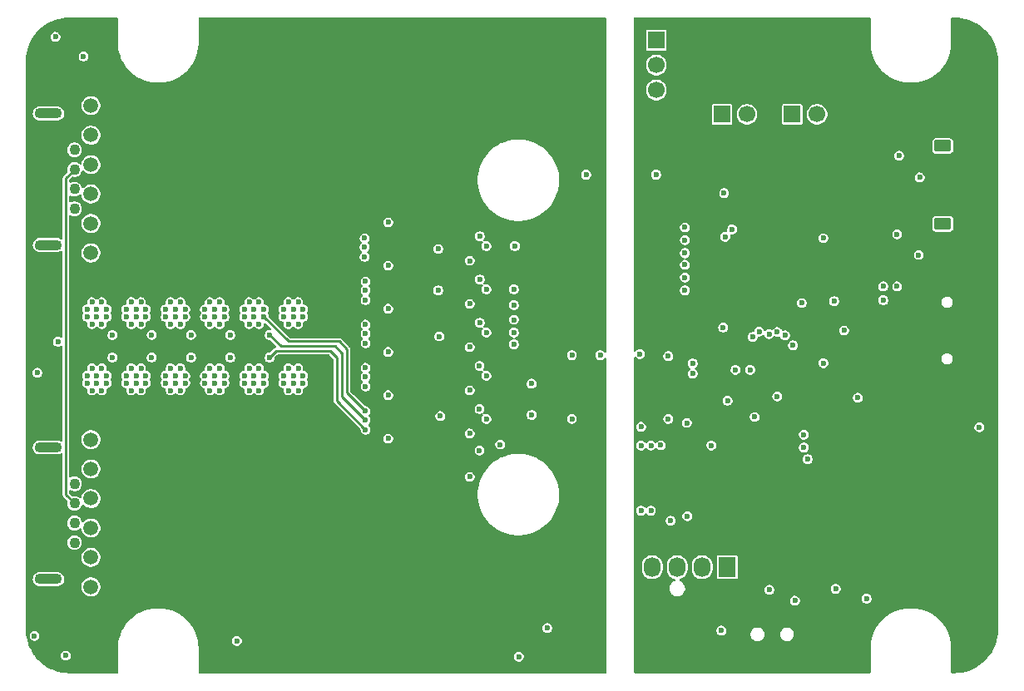
<source format=gbr>
%TF.GenerationSoftware,KiCad,Pcbnew,9.0.3*%
%TF.CreationDate,2025-08-23T16:32:45+10:00*%
%TF.ProjectId,12v-2x6,3132762d-3278-4362-9e6b-696361645f70,1*%
%TF.SameCoordinates,Original*%
%TF.FileFunction,Copper,L2,Inr*%
%TF.FilePolarity,Positive*%
%FSLAX46Y46*%
G04 Gerber Fmt 4.6, Leading zero omitted, Abs format (unit mm)*
G04 Created by KiCad (PCBNEW 9.0.3) date 2025-08-23 16:32:45*
%MOMM*%
%LPD*%
G01*
G04 APERTURE LIST*
G04 Aperture macros list*
%AMRoundRect*
0 Rectangle with rounded corners*
0 $1 Rounding radius*
0 $2 $3 $4 $5 $6 $7 $8 $9 X,Y pos of 4 corners*
0 Add a 4 corners polygon primitive as box body*
4,1,4,$2,$3,$4,$5,$6,$7,$8,$9,$2,$3,0*
0 Add four circle primitives for the rounded corners*
1,1,$1+$1,$2,$3*
1,1,$1+$1,$4,$5*
1,1,$1+$1,$6,$7*
1,1,$1+$1,$8,$9*
0 Add four rect primitives between the rounded corners*
20,1,$1+$1,$2,$3,$4,$5,0*
20,1,$1+$1,$4,$5,$6,$7,0*
20,1,$1+$1,$6,$7,$8,$9,0*
20,1,$1+$1,$8,$9,$2,$3,0*%
G04 Aperture macros list end*
%TA.AperFunction,ComponentPad*%
%ADD10RoundRect,0.250000X0.625000X-0.350000X0.625000X0.350000X-0.625000X0.350000X-0.625000X-0.350000X0*%
%TD*%
%TA.AperFunction,ComponentPad*%
%ADD11O,1.750000X1.200000*%
%TD*%
%TA.AperFunction,ComponentPad*%
%ADD12R,1.730000X2.030000*%
%TD*%
%TA.AperFunction,ComponentPad*%
%ADD13O,1.730000X2.030000*%
%TD*%
%TA.AperFunction,ComponentPad*%
%ADD14R,1.700000X1.700000*%
%TD*%
%TA.AperFunction,ComponentPad*%
%ADD15C,1.700000*%
%TD*%
%TA.AperFunction,ComponentPad*%
%ADD16C,1.520000*%
%TD*%
%TA.AperFunction,ComponentPad*%
%ADD17RoundRect,0.510000X-0.890000X0.000010X-0.890000X-0.000010X0.890000X-0.000010X0.890000X0.000010X0*%
%TD*%
%TA.AperFunction,ComponentPad*%
%ADD18C,1.100000*%
%TD*%
%TA.AperFunction,HeatsinkPad*%
%ADD19O,2.100000X1.000000*%
%TD*%
%TA.AperFunction,HeatsinkPad*%
%ADD20O,1.600000X1.000000*%
%TD*%
%TA.AperFunction,ViaPad*%
%ADD21C,0.600000*%
%TD*%
%TA.AperFunction,Conductor*%
%ADD22C,0.254000*%
%TD*%
G04 APERTURE END LIST*
D10*
%TO.N,/Input Output/NTC2*%
%TO.C,J7*%
X141850000Y-47600000D03*
D11*
%TO.N,GND*%
X141850000Y-45600000D03*
%TD*%
D12*
%TO.N,GND*%
%TO.C,M2*%
X119900000Y-90500000D03*
D13*
%TO.N,+5V*%
X117360000Y-90500000D03*
%TO.N,Net-(M2-Tacho)*%
X114820000Y-90500000D03*
%TO.N,Net-(M2-PWM)*%
X112280000Y-90500000D03*
%TD*%
D14*
%TO.N,+3.3V*%
%TO.C,J8*%
X112700000Y-36830000D03*
D15*
%TO.N,/Input Output/RX*%
X112700000Y-39370000D03*
%TO.N,/Input Output/TX*%
X112700000Y-41910000D03*
%TO.N,GND*%
X112700000Y-44450000D03*
%TD*%
D10*
%TO.N,/Input Output/NTC1*%
%TO.C,J6*%
X141850000Y-55550000D03*
D11*
%TO.N,GND*%
X141850000Y-53550000D03*
%TD*%
D14*
%TO.N,Net-(J4-Pin_1)*%
%TO.C,J4*%
X119385000Y-44385000D03*
D15*
%TO.N,Net-(J4-Pin_2)*%
X121925000Y-44385000D03*
%TD*%
D16*
%TO.N,/12V-2x6 Connectors/12V_OUT6*%
%TO.C,J2*%
X55150000Y-58500000D03*
%TO.N,/12V-2x6 Connectors/12V_OUT5*%
X55150000Y-55500000D03*
%TO.N,/12V-2x6 Connectors/12V_OUT4*%
X55150000Y-52500000D03*
%TO.N,/12V-2x6 Connectors/12V_OUT3*%
X55150000Y-49500000D03*
%TO.N,/12V-2x6 Connectors/12V_OUT2*%
X55150000Y-46500000D03*
%TO.N,/12V-2x6 Connectors/12V_OUT1*%
X55150000Y-43500000D03*
%TO.N,GND1*%
X58150000Y-58500000D03*
X58150000Y-55500000D03*
X58150000Y-52500000D03*
X58150000Y-49500000D03*
X58150000Y-46500000D03*
X58150000Y-43500000D03*
D17*
%TO.N,N/C*%
X50830000Y-57700000D03*
X50830000Y-44300000D03*
D18*
%TO.N,/12V-2x6 Connectors/S1*%
X53480000Y-54000000D03*
%TO.N,/12V-2x6 Connectors/S2*%
X53480000Y-52000000D03*
%TO.N,/12V-2x6 Connectors/S3*%
X53480000Y-50000000D03*
%TO.N,/12V-2x6 Connectors/S4*%
X53480000Y-48000000D03*
%TD*%
D14*
%TO.N,Net-(J4-Pin_1)*%
%TO.C,J5*%
X126525000Y-44385000D03*
D15*
%TO.N,Net-(J4-Pin_2)*%
X129065000Y-44385000D03*
%TD*%
D16*
%TO.N,/12V-2x6 Connectors/12V_IN1*%
%TO.C,J1*%
X55150000Y-92500000D03*
%TO.N,/12V-2x6 Connectors/12V_IN2*%
X55150000Y-89500000D03*
%TO.N,/12V-2x6 Connectors/12V_IN3*%
X55150000Y-86500000D03*
%TO.N,/12V-2x6 Connectors/12V_IN4*%
X55150000Y-83500000D03*
%TO.N,/12V-2x6 Connectors/12V_IN5*%
X55150000Y-80500000D03*
%TO.N,/12V-2x6 Connectors/12V_IN6*%
X55150000Y-77500000D03*
%TO.N,GND1*%
X58150000Y-92500000D03*
X58150000Y-89500000D03*
X58150000Y-86500000D03*
X58150000Y-83500000D03*
X58150000Y-80500000D03*
X58150000Y-77500000D03*
D17*
%TO.N,N/C*%
X50830000Y-91700000D03*
X50830000Y-78300000D03*
D18*
%TO.N,/12V-2x6 Connectors/S1*%
X53480000Y-88000000D03*
%TO.N,/12V-2x6 Connectors/S2*%
X53480000Y-86000000D03*
%TO.N,/12V-2x6 Connectors/S3*%
X53480000Y-84000000D03*
%TO.N,/12V-2x6 Connectors/S4*%
X53480000Y-82000000D03*
%TD*%
D19*
%TO.N,GND*%
%TO.C,J3*%
X141770000Y-70720000D03*
D20*
X145950000Y-70720000D03*
D19*
X141770000Y-62080000D03*
D20*
X145950000Y-62080000D03*
%TD*%
D21*
%TO.N,GND*%
X137100000Y-64600000D03*
X119400000Y-82950000D03*
X117600000Y-63600000D03*
X117750000Y-85300000D03*
X132600000Y-54000000D03*
X132710000Y-81250000D03*
X116500000Y-97935000D03*
X114400000Y-80200000D03*
X128900000Y-93700000D03*
X131000000Y-54000000D03*
X129700000Y-71275000D03*
X111475000Y-75400000D03*
X126750000Y-86000000D03*
X119300000Y-95100000D03*
X124950000Y-86750000D03*
X121100000Y-86700000D03*
X124400000Y-81550000D03*
X120550000Y-81050000D03*
X119400000Y-86050000D03*
X114400000Y-78850000D03*
X126050000Y-81550000D03*
X131000000Y-81250000D03*
X120550000Y-79900000D03*
X115800000Y-74800000D03*
X114400000Y-81700000D03*
X117300000Y-78100000D03*
X131500000Y-100400000D03*
X137200000Y-67800000D03*
X115400000Y-82900000D03*
X121087500Y-53300000D03*
X117000000Y-81750000D03*
X111980000Y-68800000D03*
X135700000Y-59300000D03*
X119150000Y-78100000D03*
X137100000Y-66400000D03*
X126750000Y-83100000D03*
X123050000Y-86750000D03*
X136400000Y-75175000D03*
X129700000Y-76300000D03*
X111725000Y-50525000D03*
X124900000Y-75100000D03*
X119550000Y-81750000D03*
X133000000Y-68500000D03*
X122300000Y-93900000D03*
X115500000Y-63600000D03*
X128200000Y-73250000D03*
X115500000Y-78100000D03*
X129100000Y-78900000D03*
X134400000Y-81250000D03*
X118050000Y-82950000D03*
X116500000Y-99200000D03*
X123150000Y-80450000D03*
X135000000Y-52100000D03*
X120500000Y-66100000D03*
X131800000Y-63400000D03*
X113150000Y-85730000D03*
%TO.N,/Input Output/NTC1*%
X127700000Y-78300000D03*
X137200000Y-56600000D03*
%TO.N,/Input Output/NTC2*%
X137400000Y-48600000D03*
X127700000Y-77000000D03*
%TO.N,+3.3V*%
X119500000Y-66100000D03*
X126800000Y-93900000D03*
X113150000Y-78080000D03*
X128100000Y-79500000D03*
X118300000Y-78100000D03*
X139400000Y-58700000D03*
X139500000Y-50800000D03*
X111150000Y-76200000D03*
X129700000Y-69725000D03*
X115800000Y-75800000D03*
X134100000Y-93700000D03*
X129700000Y-57000000D03*
X133200000Y-73250000D03*
%TO.N,/Input Output/RESET*%
X130950000Y-92700000D03*
X122700000Y-75200000D03*
%TO.N,/Alert Isolation/ALERT_OUT2*%
X115600000Y-61000000D03*
X122250000Y-70400000D03*
%TO.N,/Alert Isolation/ALERT_OUT3*%
X115600000Y-59700000D03*
X124175735Y-66750000D03*
%TO.N,/Alert Isolation/ALERT_OUT5*%
X125800000Y-66900000D03*
X115600000Y-57200000D03*
%TO.N,+5VP*%
X105550000Y-50525000D03*
X85400000Y-77400000D03*
X85400000Y-59790000D03*
X52580000Y-99500000D03*
X85400000Y-68590000D03*
X93700000Y-68090000D03*
X93700000Y-63690000D03*
X104100000Y-75400000D03*
X93700000Y-81300000D03*
X90500000Y-62300000D03*
X90600000Y-67000000D03*
X51800000Y-67540000D03*
X93700000Y-76890000D03*
X98700000Y-99600000D03*
X85400000Y-72990000D03*
X101600000Y-96700000D03*
X51540000Y-36500000D03*
X85400000Y-64190000D03*
X90500000Y-58100000D03*
X90700000Y-75100000D03*
X106980000Y-68900000D03*
X93700000Y-72490000D03*
X104100000Y-68900000D03*
X85400000Y-55390000D03*
X93700000Y-59290000D03*
%TO.N,GND1*%
X58000000Y-41000000D03*
X56000000Y-41000000D03*
X51000000Y-62000000D03*
X76000000Y-45000000D03*
X76000000Y-46000000D03*
X51000000Y-88000000D03*
X77000000Y-49000000D03*
X50000000Y-86000000D03*
X77000000Y-81000000D03*
X79000000Y-72000000D03*
X51000000Y-82000000D03*
X76000000Y-52000000D03*
X77000000Y-83000000D03*
X76000000Y-42000000D03*
X71000000Y-95000000D03*
X53000000Y-41000000D03*
X52000000Y-41000000D03*
X77000000Y-53000000D03*
X85400000Y-56390000D03*
X98500000Y-97700000D03*
X51000000Y-86000000D03*
X78000000Y-60000000D03*
X50000000Y-73000000D03*
X68000000Y-40000000D03*
X50000000Y-85000000D03*
X75000000Y-41000000D03*
X69000000Y-95000000D03*
X79000000Y-62000000D03*
X70000000Y-96000000D03*
X70000000Y-40000000D03*
X68000000Y-95000000D03*
X77000000Y-57000000D03*
X50000000Y-51000000D03*
X50000000Y-84000000D03*
X51000000Y-74000000D03*
X78000000Y-83000000D03*
X51000000Y-96000000D03*
X50000000Y-50000000D03*
X50000000Y-88000000D03*
X51000000Y-95000000D03*
X53000000Y-40000000D03*
X50000000Y-83000000D03*
X54000000Y-95000000D03*
X73000000Y-40000000D03*
X51000000Y-53000000D03*
X76000000Y-43000000D03*
X77000000Y-47000000D03*
X76000000Y-51000000D03*
X68000000Y-41000000D03*
X106500000Y-50525000D03*
X52000000Y-96000000D03*
X77000000Y-50000000D03*
X106020000Y-68900000D03*
X51800000Y-68500000D03*
X74000000Y-41000000D03*
X53000000Y-95000000D03*
X76000000Y-84000000D03*
X67000000Y-40000000D03*
X79000000Y-71000000D03*
X75000000Y-42000000D03*
X77000000Y-51000000D03*
X77000000Y-80000000D03*
X50000000Y-62000000D03*
X79000000Y-64100000D03*
X52000000Y-40000000D03*
X77000000Y-48000000D03*
X55000000Y-96000000D03*
X78000000Y-56000000D03*
X78000000Y-76000000D03*
X50000000Y-64000000D03*
X76000000Y-88000000D03*
X85400000Y-78400000D03*
X75000000Y-94000000D03*
X75000000Y-40000000D03*
X72000000Y-96000000D03*
X79000000Y-73000000D03*
X76000000Y-41000000D03*
X90700000Y-75900000D03*
X50000000Y-52000000D03*
X77000000Y-88000000D03*
X51000000Y-84000000D03*
X50000000Y-63000000D03*
X55000000Y-41000000D03*
X76000000Y-48000000D03*
X77000000Y-55000000D03*
X85400000Y-69590000D03*
X76000000Y-85000000D03*
X51000000Y-73000000D03*
X51000000Y-83000000D03*
X51000000Y-85000000D03*
X71000000Y-96000000D03*
X76000000Y-93000000D03*
X51000000Y-54000000D03*
X78000000Y-61000000D03*
X75000000Y-90000000D03*
X76000000Y-89000000D03*
X78000000Y-54000000D03*
X51000000Y-50000000D03*
X75000000Y-46000000D03*
X77000000Y-82000000D03*
X78000000Y-80000000D03*
X56000000Y-95000000D03*
X77000000Y-84000000D03*
X66000000Y-41000000D03*
X51000000Y-51000000D03*
X68000000Y-96000000D03*
X56000000Y-40000000D03*
X85400000Y-60790000D03*
X78000000Y-75000000D03*
X50000000Y-53000000D03*
X72000000Y-41000000D03*
X51000000Y-49000000D03*
X51000000Y-41000000D03*
X55000000Y-95000000D03*
X54000000Y-40000000D03*
X69000000Y-96000000D03*
X77000000Y-87000000D03*
X51620000Y-99500000D03*
X85400000Y-65190000D03*
X76000000Y-91000000D03*
X76000000Y-87000000D03*
X77000000Y-52000000D03*
X72000000Y-40000000D03*
X50000000Y-82000000D03*
X90600000Y-66200000D03*
X78000000Y-55000000D03*
X51000000Y-48000000D03*
X78000000Y-62000000D03*
X73000000Y-95000000D03*
X75000000Y-91000000D03*
X69000000Y-40000000D03*
X76000000Y-95000000D03*
X90600000Y-71500000D03*
X76000000Y-90000000D03*
X76000000Y-50000000D03*
X77000000Y-54000000D03*
X78000000Y-57000000D03*
X70000000Y-95000000D03*
X51000000Y-52000000D03*
X74000000Y-96000000D03*
X76000000Y-92000000D03*
X77000000Y-85000000D03*
X78000000Y-82000000D03*
X50000000Y-87000000D03*
X75000000Y-93000000D03*
X78000000Y-77000000D03*
X53000000Y-96000000D03*
X79000000Y-63100000D03*
X71000000Y-40000000D03*
X78000000Y-74000000D03*
X50000000Y-48000000D03*
X67000000Y-95000000D03*
X69000000Y-41000000D03*
X76000000Y-44000000D03*
X73000000Y-41000000D03*
X76000000Y-49000000D03*
X79000000Y-69900000D03*
X50000000Y-72000000D03*
X77000000Y-79000000D03*
X50000000Y-74000000D03*
X75000000Y-43000000D03*
X75000000Y-95000000D03*
X55000000Y-40000000D03*
X85400000Y-73990000D03*
X78000000Y-81000000D03*
X75000000Y-45000000D03*
X78000000Y-52000000D03*
X50000000Y-49000000D03*
X78000000Y-59000000D03*
X77000000Y-86000000D03*
X51000000Y-87000000D03*
X106525000Y-75400000D03*
X57000000Y-95000000D03*
X65000000Y-41000000D03*
X101600000Y-95400000D03*
X67000000Y-41000000D03*
X78000000Y-58000000D03*
X75000000Y-92000000D03*
X50000000Y-54000000D03*
X58000000Y-40000000D03*
X104400000Y-64900000D03*
X54000000Y-96000000D03*
X75000000Y-96000000D03*
X75000000Y-44000000D03*
X78000000Y-78000000D03*
X59000000Y-41000000D03*
X90550000Y-79850000D03*
X56000000Y-96000000D03*
X54000000Y-41000000D03*
X51000000Y-64000000D03*
X52500000Y-36500000D03*
X51000000Y-72000000D03*
X77000000Y-89000000D03*
X72000000Y-95000000D03*
X70000000Y-41000000D03*
X76000000Y-86000000D03*
X76000000Y-47000000D03*
X66000000Y-40000000D03*
X79000000Y-65100000D03*
X74000000Y-40000000D03*
X77000000Y-56000000D03*
X79000000Y-74000000D03*
X76000000Y-94000000D03*
X74000000Y-95000000D03*
X78000000Y-53000000D03*
X51000000Y-40000000D03*
X71000000Y-41000000D03*
X57000000Y-40000000D03*
X52000000Y-95000000D03*
X78000000Y-79000000D03*
X51000000Y-63000000D03*
X73000000Y-96000000D03*
X57000000Y-41000000D03*
%TO.N,/Alert Isolation/ALERT_OUT1*%
X115600000Y-62300000D03*
X120750000Y-70400000D03*
%TO.N,+5V*%
X135800000Y-63300000D03*
X111020000Y-68800000D03*
X115850000Y-85300000D03*
X114150000Y-85760000D03*
X113900000Y-75400000D03*
X131800000Y-66400000D03*
X137200000Y-61900000D03*
X145575000Y-76250000D03*
X113900000Y-69000000D03*
X127500000Y-63600000D03*
X135800000Y-61900000D03*
X112675000Y-50525000D03*
X119300000Y-96950000D03*
X130800000Y-63400000D03*
%TO.N,/Input Output/CASE_SW*%
X119587500Y-52400000D03*
X125000000Y-73100000D03*
%TO.N,/Alert Isolation/ALERT_OUT6*%
X115600000Y-55900000D03*
X126600000Y-67900000D03*
%TO.N,/Alert Isolation/ALERT_OUT4*%
X115600000Y-58500000D03*
X125000000Y-66550000D03*
%TO.N,/Alert Isolation/ALERT_IN6*%
X98300000Y-57800000D03*
X95400000Y-57800000D03*
%TO.N,/Alert Isolation/ALERT_IN3*%
X98200000Y-65300000D03*
X95400000Y-71000000D03*
%TO.N,/Alert Isolation/ALERT_IN4*%
X98200000Y-63800000D03*
X95400000Y-66600000D03*
%TO.N,/Alert Isolation/ALERT_IN5*%
X98200000Y-62200000D03*
X95400000Y-62200000D03*
%TO.N,/Alert Isolation/ALERT_IN1*%
X96800000Y-78000000D03*
X98200000Y-67800000D03*
%TO.N,/Alert Isolation/ALERT_IN2*%
X98200000Y-66600000D03*
X95400000Y-75400000D03*
%TO.N,/12V-2x6 Connectors/12V_IN4*%
X64750000Y-71750000D03*
X63250000Y-72500000D03*
X63750000Y-71750000D03*
X64250000Y-70250000D03*
X63750000Y-71000000D03*
X62750000Y-71750000D03*
X63250000Y-70250000D03*
X62750000Y-71000000D03*
X64750000Y-71000000D03*
X64250000Y-72500000D03*
%TO.N,/12V-2x6 Connectors/12V_IN3*%
X67250000Y-72500000D03*
X67750000Y-71750000D03*
X67750000Y-71000000D03*
X67250000Y-70250000D03*
X68250000Y-72500000D03*
X66750000Y-71000000D03*
X66750000Y-71750000D03*
X68750000Y-71000000D03*
X68250000Y-70250000D03*
X68750000Y-71750000D03*
%TO.N,/12V-2x6 Connectors/12V_IN5*%
X60250000Y-70250000D03*
X59250000Y-70250000D03*
X59750000Y-71000000D03*
X58750000Y-71000000D03*
X60750000Y-71750000D03*
X60250000Y-72500000D03*
X58750000Y-71750000D03*
X60750000Y-71000000D03*
X59250000Y-72500000D03*
X59750000Y-71750000D03*
%TO.N,/12V-2x6 Connectors/12V_IN2*%
X72750000Y-71000000D03*
X71250000Y-70250000D03*
X70750000Y-71000000D03*
X72250000Y-72500000D03*
X72250000Y-70250000D03*
X70750000Y-71750000D03*
X71750000Y-71750000D03*
X71750000Y-71000000D03*
X72750000Y-71750000D03*
X71250000Y-72500000D03*
%TO.N,/12V-2x6 Connectors/12V_IN1*%
X75250000Y-72500000D03*
X76750000Y-71750000D03*
X74750000Y-71000000D03*
X75750000Y-71000000D03*
X76250000Y-72500000D03*
X74750000Y-71750000D03*
X75250000Y-70250000D03*
X76750000Y-71000000D03*
X76250000Y-70250000D03*
X75750000Y-71750000D03*
%TO.N,/12V-2x6 Connectors/12V_IN6*%
X56750000Y-71000000D03*
X56250000Y-70250000D03*
X55250000Y-70250000D03*
X55750000Y-71750000D03*
X55750000Y-71000000D03*
X56250000Y-72500000D03*
X56750000Y-71750000D03*
X54750000Y-71750000D03*
X55250000Y-72500000D03*
X54750000Y-71000000D03*
%TO.N,/12V-2x6 Connectors/12V_OUT5*%
X58750000Y-64250000D03*
X60750000Y-65000000D03*
X59750000Y-65000000D03*
X58750000Y-65000000D03*
X60750000Y-64250000D03*
X83100000Y-61400000D03*
X59750000Y-64250000D03*
X60250000Y-65750000D03*
X59250000Y-65750000D03*
X60250000Y-63500000D03*
X59250000Y-63500000D03*
%TO.N,/12V-2x6 Connectors/12V_OUT6*%
X55750000Y-65000000D03*
X56750000Y-65000000D03*
X55250000Y-65750000D03*
X56250000Y-63500000D03*
X56250000Y-65750000D03*
X54750000Y-65000000D03*
X55750000Y-64250000D03*
X55250000Y-63500000D03*
X54750000Y-64250000D03*
X83000000Y-57000000D03*
X56750000Y-64250000D03*
%TO.N,/12V-2x6 Connectors/12V_OUT4*%
X83100000Y-65800000D03*
X64250000Y-63500000D03*
X64250000Y-65750000D03*
X64750000Y-65000000D03*
X62750000Y-64250000D03*
X63750000Y-65000000D03*
X64750000Y-64250000D03*
X63750000Y-64250000D03*
X62750000Y-65000000D03*
X63250000Y-63500000D03*
X63250000Y-65750000D03*
%TO.N,/12V-2x6 Connectors/12V_OUT1*%
X76250000Y-65750000D03*
X74750000Y-64250000D03*
X75750000Y-65000000D03*
X75250000Y-65750000D03*
X76750000Y-65000000D03*
X74750000Y-65000000D03*
X76250000Y-63500000D03*
X75750000Y-64250000D03*
X75250000Y-63500000D03*
X76750000Y-64250000D03*
%TO.N,/12V-2x6 Connectors/12V_OUT3*%
X68750000Y-64250000D03*
X67750000Y-65000000D03*
X66750000Y-65000000D03*
X66750000Y-64250000D03*
X68750000Y-65000000D03*
X68250000Y-65750000D03*
X67250000Y-63500000D03*
X68250000Y-63500000D03*
X67750000Y-64250000D03*
X83100000Y-70200000D03*
X67250000Y-65750000D03*
%TO.N,/12V-2x6 Connectors/12V_OUT2*%
X71750000Y-65000000D03*
X72250000Y-63500000D03*
X71750000Y-64250000D03*
X71250000Y-63500000D03*
X70750000Y-65000000D03*
X72750000Y-64250000D03*
X71250000Y-65750000D03*
X72250000Y-65750000D03*
X70750000Y-64250000D03*
X83100000Y-74600000D03*
X72750000Y-65000000D03*
%TO.N,/Input Output/BOOT*%
X124200000Y-92800000D03*
X119950000Y-73550000D03*
%TO.N,/Current Sensing/CurrentSense2/IN+*%
X83100000Y-76500000D03*
X73334000Y-69150000D03*
%TO.N,/Current Sensing/CurrentSense2/IN-*%
X83100000Y-75500000D03*
X73334000Y-66850000D03*
%TO.N,/Current Sensing/CurrentSense3/IN+*%
X69334000Y-69150000D03*
X83100000Y-72100000D03*
%TO.N,/Current Sensing/CurrentSense3/IN-*%
X83100000Y-71100000D03*
X69334000Y-66850000D03*
%TO.N,/Current Sensing/CurrentSense4/IN+*%
X83100000Y-67700000D03*
X65350000Y-69150000D03*
%TO.N,/Current Sensing/CurrentSense4/IN-*%
X83100000Y-66700000D03*
X65334000Y-66850000D03*
%TO.N,/Current Sensing/CurrentSense5/IN+*%
X61334000Y-69150000D03*
X83100000Y-63300000D03*
%TO.N,/Current Sensing/CurrentSense5/IN-*%
X83100000Y-62300000D03*
X61334000Y-66850000D03*
%TO.N,/Current Sensing/CurrentSense6/IN+*%
X83000000Y-58900000D03*
X57334000Y-69150000D03*
%TO.N,/Current Sensing/CurrentSense6/IN-*%
X83000000Y-57900000D03*
X57334000Y-66850000D03*
%TO.N,/Current Sensing/SCL1*%
X100000000Y-75000000D03*
X54400000Y-38500000D03*
X49700000Y-70700000D03*
X100000000Y-71810000D03*
X70000000Y-98000000D03*
X49400000Y-97500000D03*
%TO.N,/Current Sensing/SDA1*%
X94725735Y-65600000D03*
X94700000Y-70000000D03*
X94725735Y-56800000D03*
X94700000Y-78600000D03*
X94700000Y-74400000D03*
X94725735Y-61200000D03*
%TO.N,Net-(M2-Tacho)*%
X112150000Y-84740000D03*
%TO.N,Net-(M2-PWM)*%
X111150000Y-84740000D03*
%TO.N,/Input Output/FAN_TACHO*%
X116400000Y-70800000D03*
X112150000Y-78110000D03*
%TO.N,/Input Output/FAN_PWM*%
X116400000Y-69750000D03*
X111150000Y-78110000D03*
%TO.N,/Input Output/TX*%
X119700000Y-56850000D03*
X122500000Y-67050000D03*
%TO.N,/Input Output/RX*%
X123150000Y-66500000D03*
X120400000Y-56100000D03*
%TD*%
D22*
%TO.N,/12V-2x6 Connectors/S3*%
X52600000Y-50880000D02*
X53480000Y-50000000D01*
X52600000Y-83120000D02*
X52600000Y-50880000D01*
X53480000Y-84000000D02*
X52600000Y-83120000D01*
%TO.N,/12V-2x6 Connectors/12V_OUT2*%
X83100000Y-74600000D02*
X81200000Y-72700000D01*
X81200000Y-72700000D02*
X81200000Y-68300000D01*
X80400000Y-67500000D02*
X75250000Y-67500000D01*
X75250000Y-67500000D02*
X72750000Y-65000000D01*
X81200000Y-68300000D02*
X80400000Y-67500000D01*
%TO.N,/Current Sensing/CurrentSense2/IN+*%
X80150000Y-69150000D02*
X80150000Y-73550000D01*
X73984000Y-68500000D02*
X79500000Y-68500000D01*
X79500000Y-68500000D02*
X80150000Y-69150000D01*
X73334000Y-69150000D02*
X73984000Y-68500000D01*
X73334000Y-69100000D02*
X73334000Y-69150000D01*
X80150000Y-73550000D02*
X83100000Y-76500000D01*
%TO.N,/Current Sensing/CurrentSense2/IN-*%
X80700000Y-68700000D02*
X80700000Y-73100000D01*
X80000000Y-68000000D02*
X80700000Y-68700000D01*
X80700000Y-73100000D02*
X83100000Y-75500000D01*
X74484000Y-68000000D02*
X80000000Y-68000000D01*
X73334000Y-66850000D02*
X74484000Y-68000000D01*
%TD*%
%TA.AperFunction,Conductor*%
%TO.N,GND1*%
G36*
X57843039Y-34520185D02*
G01*
X57888794Y-34572989D01*
X57900000Y-34624500D01*
X57900000Y-36847389D01*
X57899601Y-36855519D01*
X57899649Y-36855522D01*
X57899500Y-36858551D01*
X57899500Y-37261441D01*
X57938988Y-37662383D01*
X57938991Y-37662400D01*
X58017588Y-38057536D01*
X58134543Y-38443084D01*
X58185412Y-38565892D01*
X58288722Y-38815304D01*
X58334260Y-38900500D01*
X58478635Y-39170609D01*
X58478646Y-39170627D01*
X58702470Y-39505602D01*
X58702480Y-39505616D01*
X58958070Y-39817053D01*
X59242946Y-40101929D01*
X59242951Y-40101933D01*
X59242952Y-40101934D01*
X59554389Y-40357524D01*
X59889379Y-40581358D01*
X60244696Y-40771278D01*
X60616917Y-40925457D01*
X61002458Y-41042410D01*
X61397606Y-41121010D01*
X61798555Y-41160500D01*
X61798558Y-41160500D01*
X62201442Y-41160500D01*
X62201445Y-41160500D01*
X62602394Y-41121010D01*
X62997542Y-41042410D01*
X63383083Y-40925457D01*
X63755304Y-40771278D01*
X64110621Y-40581358D01*
X64445611Y-40357524D01*
X64757048Y-40101934D01*
X65041934Y-39817048D01*
X65297524Y-39505611D01*
X65521358Y-39170621D01*
X65711278Y-38815304D01*
X65865457Y-38443083D01*
X65982410Y-38057542D01*
X66061010Y-37662394D01*
X66100500Y-37261445D01*
X66100500Y-36858555D01*
X66100500Y-36858551D01*
X66100351Y-36855522D01*
X66100398Y-36855519D01*
X66100000Y-36847389D01*
X66100000Y-34624500D01*
X66119685Y-34557461D01*
X66172489Y-34511706D01*
X66224000Y-34500500D01*
X107476000Y-34500500D01*
X107543039Y-34520185D01*
X107588794Y-34572989D01*
X107600000Y-34624500D01*
X107600000Y-68513452D01*
X107580315Y-68580491D01*
X107527511Y-68626246D01*
X107458353Y-68636190D01*
X107394797Y-68607165D01*
X107386413Y-68598266D01*
X107386247Y-68598433D01*
X107287316Y-68499502D01*
X107287314Y-68499500D01*
X107230250Y-68466554D01*
X107173187Y-68433608D01*
X107109539Y-68416554D01*
X107045892Y-68399500D01*
X106914108Y-68399500D01*
X106786812Y-68433608D01*
X106672686Y-68499500D01*
X106672683Y-68499502D01*
X106579502Y-68592683D01*
X106579500Y-68592686D01*
X106513608Y-68706812D01*
X106481271Y-68827500D01*
X106479500Y-68834108D01*
X106479500Y-68965892D01*
X106486094Y-68990500D01*
X106513608Y-69093187D01*
X106515797Y-69096978D01*
X106579500Y-69207314D01*
X106672686Y-69300500D01*
X106786814Y-69366392D01*
X106914108Y-69400500D01*
X106914110Y-69400500D01*
X107045890Y-69400500D01*
X107045892Y-69400500D01*
X107173186Y-69366392D01*
X107287314Y-69300500D01*
X107380500Y-69207314D01*
X107380500Y-69207313D01*
X107386247Y-69201567D01*
X107388097Y-69203417D01*
X107434037Y-69169863D01*
X107503783Y-69165699D01*
X107564707Y-69199904D01*
X107597468Y-69261617D01*
X107600000Y-69286547D01*
X107600000Y-101175500D01*
X107580315Y-101242539D01*
X107527511Y-101288294D01*
X107476000Y-101299500D01*
X66224000Y-101299500D01*
X66156961Y-101279815D01*
X66111206Y-101227011D01*
X66100000Y-101175500D01*
X66100000Y-99534108D01*
X98199500Y-99534108D01*
X98199500Y-99665892D01*
X98216554Y-99729539D01*
X98233608Y-99793187D01*
X98241766Y-99807316D01*
X98299500Y-99907314D01*
X98392686Y-100000500D01*
X98506814Y-100066392D01*
X98634108Y-100100500D01*
X98634110Y-100100500D01*
X98765890Y-100100500D01*
X98765892Y-100100500D01*
X98893186Y-100066392D01*
X99007314Y-100000500D01*
X99100500Y-99907314D01*
X99166392Y-99793186D01*
X99200500Y-99665892D01*
X99200500Y-99534108D01*
X99166392Y-99406814D01*
X99100500Y-99292686D01*
X99007314Y-99199500D01*
X98950250Y-99166554D01*
X98893187Y-99133608D01*
X98829539Y-99116554D01*
X98765892Y-99099500D01*
X98634108Y-99099500D01*
X98506812Y-99133608D01*
X98392686Y-99199500D01*
X98392683Y-99199502D01*
X98299502Y-99292683D01*
X98299500Y-99292686D01*
X98233608Y-99406812D01*
X98226294Y-99434110D01*
X98199500Y-99534108D01*
X66100000Y-99534108D01*
X66100000Y-98992612D01*
X66100399Y-98984484D01*
X66100351Y-98984482D01*
X66100500Y-98981451D01*
X66100500Y-98578558D01*
X66077390Y-98343921D01*
X66061010Y-98177606D01*
X66036985Y-98056826D01*
X66015771Y-97950172D01*
X66012575Y-97934108D01*
X69499500Y-97934108D01*
X69499500Y-98065891D01*
X69533608Y-98193187D01*
X69566554Y-98250250D01*
X69599500Y-98307314D01*
X69692686Y-98400500D01*
X69806814Y-98466392D01*
X69934108Y-98500500D01*
X69934110Y-98500500D01*
X70065890Y-98500500D01*
X70065892Y-98500500D01*
X70193186Y-98466392D01*
X70307314Y-98400500D01*
X70400500Y-98307314D01*
X70466392Y-98193186D01*
X70500500Y-98065892D01*
X70500500Y-97934108D01*
X70466392Y-97806814D01*
X70400500Y-97692686D01*
X70307314Y-97599500D01*
X70249100Y-97565890D01*
X70193187Y-97533608D01*
X70129539Y-97516554D01*
X70065892Y-97499500D01*
X69934108Y-97499500D01*
X69806812Y-97533608D01*
X69692686Y-97599500D01*
X69692683Y-97599502D01*
X69599502Y-97692683D01*
X69599500Y-97692686D01*
X69533608Y-97806812D01*
X69499500Y-97934108D01*
X66012575Y-97934108D01*
X65999975Y-97870767D01*
X65982410Y-97782458D01*
X65865457Y-97396917D01*
X65711278Y-97024696D01*
X65521358Y-96669379D01*
X65497791Y-96634108D01*
X101099500Y-96634108D01*
X101099500Y-96765891D01*
X101133608Y-96893187D01*
X101166554Y-96950250D01*
X101199500Y-97007314D01*
X101292686Y-97100500D01*
X101406814Y-97166392D01*
X101534108Y-97200500D01*
X101534110Y-97200500D01*
X101665890Y-97200500D01*
X101665892Y-97200500D01*
X101793186Y-97166392D01*
X101907314Y-97100500D01*
X102000500Y-97007314D01*
X102066392Y-96893186D01*
X102100500Y-96765892D01*
X102100500Y-96634108D01*
X102066392Y-96506814D01*
X102000500Y-96392686D01*
X101907314Y-96299500D01*
X101850250Y-96266554D01*
X101793187Y-96233608D01*
X101729539Y-96216554D01*
X101665892Y-96199500D01*
X101534108Y-96199500D01*
X101406812Y-96233608D01*
X101292686Y-96299500D01*
X101292683Y-96299502D01*
X101199502Y-96392683D01*
X101199500Y-96392686D01*
X101133608Y-96506812D01*
X101099500Y-96634108D01*
X65497791Y-96634108D01*
X65297524Y-96334389D01*
X65041934Y-96022952D01*
X65041933Y-96022951D01*
X65041929Y-96022946D01*
X64757053Y-95738070D01*
X64445616Y-95482480D01*
X64445615Y-95482479D01*
X64445611Y-95482476D01*
X64110621Y-95258642D01*
X64110616Y-95258639D01*
X64110609Y-95258635D01*
X63755311Y-95068726D01*
X63755304Y-95068722D01*
X63755297Y-95068719D01*
X63383084Y-94914543D01*
X62997536Y-94797588D01*
X62602400Y-94718991D01*
X62602383Y-94718988D01*
X62299181Y-94689126D01*
X62201445Y-94679500D01*
X61798555Y-94679500D01*
X61708163Y-94688402D01*
X61397616Y-94718988D01*
X61397599Y-94718991D01*
X61002463Y-94797588D01*
X60616915Y-94914543D01*
X60244702Y-95068719D01*
X60244688Y-95068726D01*
X59889390Y-95258635D01*
X59889372Y-95258646D01*
X59554397Y-95482470D01*
X59554383Y-95482480D01*
X59242946Y-95738070D01*
X58958070Y-96022946D01*
X58702480Y-96334383D01*
X58702470Y-96334397D01*
X58478646Y-96669372D01*
X58478635Y-96669390D01*
X58288726Y-97024688D01*
X58288719Y-97024702D01*
X58134543Y-97396915D01*
X58017588Y-97782463D01*
X57938991Y-98177599D01*
X57938988Y-98177616D01*
X57899500Y-98578558D01*
X57899500Y-98981451D01*
X57899649Y-98984482D01*
X57899600Y-98984484D01*
X57900000Y-98992612D01*
X57900000Y-101175500D01*
X57880315Y-101242539D01*
X57827511Y-101288294D01*
X57776000Y-101299500D01*
X53002706Y-101299500D01*
X52997297Y-101299382D01*
X52613249Y-101282614D01*
X52602473Y-101281671D01*
X52224042Y-101231849D01*
X52213389Y-101229971D01*
X51840727Y-101147354D01*
X51830278Y-101144554D01*
X51466244Y-101029775D01*
X51456078Y-101026075D01*
X51103427Y-100880002D01*
X51093623Y-100875430D01*
X50755057Y-100699183D01*
X50745689Y-100693775D01*
X50423755Y-100488681D01*
X50414894Y-100482476D01*
X50112069Y-100250110D01*
X50103782Y-100243156D01*
X49822364Y-99985284D01*
X49814715Y-99977635D01*
X49556843Y-99696217D01*
X49549889Y-99687930D01*
X49406813Y-99501470D01*
X49406811Y-99501468D01*
X49355124Y-99434108D01*
X52079500Y-99434108D01*
X52079500Y-99565892D01*
X52096554Y-99629539D01*
X52113608Y-99693187D01*
X52146554Y-99750250D01*
X52179500Y-99807314D01*
X52272686Y-99900500D01*
X52386814Y-99966392D01*
X52514108Y-100000500D01*
X52514110Y-100000500D01*
X52645890Y-100000500D01*
X52645892Y-100000500D01*
X52773186Y-99966392D01*
X52887314Y-99900500D01*
X52980500Y-99807314D01*
X53046392Y-99693186D01*
X53080500Y-99565892D01*
X53080500Y-99434108D01*
X53046392Y-99306814D01*
X52980500Y-99192686D01*
X52887314Y-99099500D01*
X52801145Y-99049750D01*
X52773187Y-99033608D01*
X52709539Y-99016554D01*
X52645892Y-98999500D01*
X52514108Y-98999500D01*
X52386812Y-99033608D01*
X52272686Y-99099500D01*
X52272683Y-99099502D01*
X52179502Y-99192683D01*
X52179500Y-99192686D01*
X52113608Y-99306812D01*
X52095004Y-99376244D01*
X52079500Y-99434108D01*
X49355124Y-99434108D01*
X49317515Y-99385094D01*
X49311318Y-99376244D01*
X49106224Y-99054310D01*
X49100816Y-99044942D01*
X49070404Y-98986521D01*
X48924566Y-98706369D01*
X48919997Y-98696572D01*
X48871113Y-98578555D01*
X48773920Y-98343911D01*
X48770224Y-98333755D01*
X48761888Y-98307316D01*
X48655442Y-97969710D01*
X48652648Y-97959284D01*
X48570025Y-97586597D01*
X48568152Y-97575971D01*
X48549475Y-97434108D01*
X48899500Y-97434108D01*
X48899500Y-97565891D01*
X48933608Y-97693187D01*
X48966554Y-97750250D01*
X48999500Y-97807314D01*
X49092686Y-97900500D01*
X49206814Y-97966392D01*
X49334108Y-98000500D01*
X49334110Y-98000500D01*
X49465890Y-98000500D01*
X49465892Y-98000500D01*
X49593186Y-97966392D01*
X49707314Y-97900500D01*
X49800500Y-97807314D01*
X49866392Y-97693186D01*
X49900500Y-97565892D01*
X49900500Y-97434108D01*
X49866392Y-97306814D01*
X49800500Y-97192686D01*
X49707314Y-97099500D01*
X49650250Y-97066554D01*
X49593187Y-97033608D01*
X49529539Y-97016554D01*
X49465892Y-96999500D01*
X49334108Y-96999500D01*
X49206812Y-97033608D01*
X49092686Y-97099500D01*
X49092683Y-97099502D01*
X48999502Y-97192683D01*
X48999500Y-97192686D01*
X48933608Y-97306812D01*
X48899500Y-97434108D01*
X48549475Y-97434108D01*
X48518326Y-97197504D01*
X48517386Y-97186771D01*
X48500618Y-96802702D01*
X48500500Y-96797293D01*
X48500500Y-92594603D01*
X54189499Y-92594603D01*
X54226410Y-92780161D01*
X54226413Y-92780171D01*
X54298814Y-92954965D01*
X54298816Y-92954968D01*
X54403927Y-93112278D01*
X54403933Y-93112286D01*
X54537713Y-93246066D01*
X54537721Y-93246072D01*
X54695031Y-93351183D01*
X54695034Y-93351185D01*
X54869828Y-93423586D01*
X54869833Y-93423588D01*
X54869837Y-93423588D01*
X54869838Y-93423589D01*
X55055396Y-93460500D01*
X55055399Y-93460500D01*
X55244603Y-93460500D01*
X55369442Y-93435667D01*
X55430167Y-93423588D01*
X55604967Y-93351184D01*
X55762283Y-93246069D01*
X55896069Y-93112283D01*
X56001184Y-92954967D01*
X56073588Y-92780167D01*
X56110500Y-92594601D01*
X56110500Y-92405399D01*
X56110500Y-92405396D01*
X56073589Y-92219838D01*
X56073588Y-92219837D01*
X56073588Y-92219833D01*
X56073586Y-92219828D01*
X56001185Y-92045034D01*
X56001183Y-92045031D01*
X55896072Y-91887721D01*
X55896066Y-91887713D01*
X55762286Y-91753933D01*
X55762278Y-91753927D01*
X55604968Y-91648816D01*
X55604965Y-91648814D01*
X55430171Y-91576413D01*
X55430161Y-91576410D01*
X55244603Y-91539500D01*
X55244601Y-91539500D01*
X55055399Y-91539500D01*
X55055397Y-91539500D01*
X54869838Y-91576410D01*
X54869828Y-91576413D01*
X54695034Y-91648814D01*
X54695031Y-91648816D01*
X54537721Y-91753927D01*
X54537713Y-91753933D01*
X54403933Y-91887713D01*
X54403927Y-91887721D01*
X54298816Y-92045031D01*
X54298814Y-92045034D01*
X54226413Y-92219828D01*
X54226410Y-92219838D01*
X54189500Y-92405396D01*
X54189500Y-92405399D01*
X54189500Y-92594601D01*
X54189500Y-92594603D01*
X54189499Y-92594603D01*
X48500500Y-92594603D01*
X48500500Y-91642583D01*
X49229500Y-91642583D01*
X49229500Y-91757416D01*
X49229501Y-91757418D01*
X49236004Y-91829007D01*
X49236006Y-91829015D01*
X49254300Y-91887721D01*
X49287337Y-91993740D01*
X49376599Y-92141397D01*
X49376601Y-92141400D01*
X49498599Y-92263398D01*
X49498601Y-92263399D01*
X49498603Y-92263401D01*
X49646260Y-92352663D01*
X49810988Y-92403994D01*
X49882581Y-92410500D01*
X51777418Y-92410499D01*
X51777425Y-92410499D01*
X51849007Y-92403995D01*
X51849010Y-92403994D01*
X51849012Y-92403994D01*
X52013740Y-92352663D01*
X52161397Y-92263401D01*
X52283401Y-92141397D01*
X52372663Y-91993740D01*
X52423994Y-91829012D01*
X52430500Y-91757419D01*
X52430499Y-91642582D01*
X52424487Y-91576410D01*
X52423995Y-91570992D01*
X52423993Y-91570984D01*
X52409447Y-91524305D01*
X52372663Y-91406260D01*
X52283401Y-91258603D01*
X52283399Y-91258601D01*
X52283398Y-91258599D01*
X52161400Y-91136601D01*
X52013740Y-91047337D01*
X52013737Y-91047336D01*
X51849012Y-90996006D01*
X51849010Y-90996005D01*
X51849008Y-90996005D01*
X51798884Y-90991450D01*
X51777419Y-90989500D01*
X51777416Y-90989500D01*
X49882573Y-90989500D01*
X49810992Y-90996004D01*
X49810984Y-90996006D01*
X49646262Y-91047336D01*
X49498599Y-91136601D01*
X49376601Y-91258599D01*
X49287337Y-91406259D01*
X49236005Y-91570991D01*
X49229500Y-91642583D01*
X48500500Y-91642583D01*
X48500500Y-89594603D01*
X54189499Y-89594603D01*
X54226410Y-89780161D01*
X54226413Y-89780171D01*
X54298814Y-89954965D01*
X54298816Y-89954968D01*
X54403927Y-90112278D01*
X54403933Y-90112286D01*
X54537713Y-90246066D01*
X54537721Y-90246072D01*
X54695031Y-90351183D01*
X54695034Y-90351185D01*
X54869828Y-90423586D01*
X54869833Y-90423588D01*
X54869837Y-90423588D01*
X54869838Y-90423589D01*
X55055396Y-90460500D01*
X55055399Y-90460500D01*
X55244603Y-90460500D01*
X55369442Y-90435667D01*
X55430167Y-90423588D01*
X55604967Y-90351184D01*
X55762283Y-90246069D01*
X55896069Y-90112283D01*
X56001184Y-89954967D01*
X56073588Y-89780167D01*
X56110500Y-89594601D01*
X56110500Y-89405399D01*
X56110500Y-89405396D01*
X56073589Y-89219838D01*
X56073588Y-89219837D01*
X56073588Y-89219833D01*
X56073586Y-89219828D01*
X56001185Y-89045034D01*
X56001183Y-89045031D01*
X55896072Y-88887721D01*
X55896066Y-88887713D01*
X55762286Y-88753933D01*
X55762278Y-88753927D01*
X55604968Y-88648816D01*
X55604965Y-88648814D01*
X55430171Y-88576413D01*
X55430161Y-88576410D01*
X55244603Y-88539500D01*
X55244601Y-88539500D01*
X55055399Y-88539500D01*
X55055397Y-88539500D01*
X54869838Y-88576410D01*
X54869828Y-88576413D01*
X54695034Y-88648814D01*
X54695031Y-88648816D01*
X54537721Y-88753927D01*
X54537713Y-88753933D01*
X54403933Y-88887713D01*
X54403927Y-88887721D01*
X54298816Y-89045031D01*
X54298814Y-89045034D01*
X54226413Y-89219828D01*
X54226410Y-89219838D01*
X54189500Y-89405396D01*
X54189500Y-89405399D01*
X54189500Y-89594601D01*
X54189500Y-89594603D01*
X54189499Y-89594603D01*
X48500500Y-89594603D01*
X48500500Y-88073920D01*
X52729499Y-88073920D01*
X52758340Y-88218907D01*
X52758343Y-88218917D01*
X52814912Y-88355488D01*
X52814919Y-88355501D01*
X52897048Y-88478415D01*
X52897051Y-88478419D01*
X53001580Y-88582948D01*
X53001584Y-88582951D01*
X53124498Y-88665080D01*
X53124511Y-88665087D01*
X53261082Y-88721656D01*
X53261087Y-88721658D01*
X53261091Y-88721658D01*
X53261092Y-88721659D01*
X53406079Y-88750500D01*
X53406082Y-88750500D01*
X53553920Y-88750500D01*
X53651462Y-88731096D01*
X53698913Y-88721658D01*
X53835495Y-88665084D01*
X53958416Y-88582951D01*
X54062951Y-88478416D01*
X54145084Y-88355495D01*
X54201658Y-88218913D01*
X54230500Y-88073918D01*
X54230500Y-87926082D01*
X54230500Y-87926079D01*
X54201659Y-87781092D01*
X54201658Y-87781091D01*
X54201658Y-87781087D01*
X54201656Y-87781082D01*
X54145087Y-87644511D01*
X54145080Y-87644498D01*
X54062951Y-87521584D01*
X54062948Y-87521580D01*
X53958419Y-87417051D01*
X53958415Y-87417048D01*
X53835501Y-87334919D01*
X53835488Y-87334912D01*
X53698917Y-87278343D01*
X53698907Y-87278340D01*
X53553920Y-87249500D01*
X53553918Y-87249500D01*
X53406082Y-87249500D01*
X53406080Y-87249500D01*
X53261092Y-87278340D01*
X53261082Y-87278343D01*
X53124511Y-87334912D01*
X53124498Y-87334919D01*
X53001584Y-87417048D01*
X53001580Y-87417051D01*
X52897051Y-87521580D01*
X52897048Y-87521584D01*
X52814919Y-87644498D01*
X52814912Y-87644511D01*
X52758343Y-87781082D01*
X52758340Y-87781092D01*
X52729500Y-87926079D01*
X52729500Y-87926082D01*
X52729500Y-88073918D01*
X52729500Y-88073920D01*
X52729499Y-88073920D01*
X48500500Y-88073920D01*
X48500500Y-86073920D01*
X52729499Y-86073920D01*
X52758340Y-86218907D01*
X52758343Y-86218917D01*
X52814912Y-86355488D01*
X52814919Y-86355501D01*
X52897048Y-86478415D01*
X52897051Y-86478419D01*
X53001580Y-86582948D01*
X53001584Y-86582951D01*
X53124498Y-86665080D01*
X53124511Y-86665087D01*
X53261082Y-86721656D01*
X53261087Y-86721658D01*
X53261091Y-86721658D01*
X53261092Y-86721659D01*
X53406079Y-86750500D01*
X53406082Y-86750500D01*
X53553920Y-86750500D01*
X53651462Y-86731096D01*
X53698913Y-86721658D01*
X53835495Y-86665084D01*
X53958416Y-86582951D01*
X53985187Y-86556179D01*
X54046508Y-86522695D01*
X54116200Y-86527679D01*
X54172134Y-86569549D01*
X54194485Y-86619669D01*
X54226410Y-86780161D01*
X54226413Y-86780171D01*
X54298814Y-86954965D01*
X54298816Y-86954968D01*
X54403927Y-87112278D01*
X54403933Y-87112286D01*
X54537713Y-87246066D01*
X54537721Y-87246072D01*
X54695031Y-87351183D01*
X54695034Y-87351185D01*
X54854044Y-87417048D01*
X54869833Y-87423588D01*
X54869837Y-87423588D01*
X54869838Y-87423589D01*
X55055396Y-87460500D01*
X55055399Y-87460500D01*
X55244603Y-87460500D01*
X55369442Y-87435667D01*
X55430167Y-87423588D01*
X55604967Y-87351184D01*
X55762283Y-87246069D01*
X55896069Y-87112283D01*
X56001184Y-86954967D01*
X56073588Y-86780167D01*
X56096481Y-86665080D01*
X56110500Y-86594603D01*
X56110500Y-86405396D01*
X56073589Y-86219838D01*
X56073588Y-86219837D01*
X56073588Y-86219833D01*
X56073207Y-86218913D01*
X56001185Y-86045034D01*
X56001183Y-86045031D01*
X55896072Y-85887721D01*
X55896066Y-85887713D01*
X55762286Y-85753933D01*
X55762278Y-85753927D01*
X55604968Y-85648816D01*
X55604965Y-85648814D01*
X55430171Y-85576413D01*
X55430161Y-85576410D01*
X55244603Y-85539500D01*
X55244601Y-85539500D01*
X55055399Y-85539500D01*
X55055397Y-85539500D01*
X54869838Y-85576410D01*
X54869828Y-85576413D01*
X54695034Y-85648814D01*
X54695031Y-85648816D01*
X54537721Y-85753927D01*
X54537718Y-85753929D01*
X54416948Y-85874699D01*
X54355625Y-85908183D01*
X54285933Y-85903199D01*
X54230000Y-85861327D01*
X54207650Y-85811208D01*
X54201659Y-85781094D01*
X54201659Y-85781092D01*
X54201658Y-85781087D01*
X54201656Y-85781082D01*
X54145087Y-85644511D01*
X54145080Y-85644498D01*
X54062951Y-85521584D01*
X54062948Y-85521580D01*
X53958419Y-85417051D01*
X53958415Y-85417048D01*
X53835501Y-85334919D01*
X53835488Y-85334912D01*
X53698917Y-85278343D01*
X53698907Y-85278340D01*
X53553920Y-85249500D01*
X53553918Y-85249500D01*
X53406082Y-85249500D01*
X53406080Y-85249500D01*
X53261092Y-85278340D01*
X53261082Y-85278343D01*
X53124511Y-85334912D01*
X53124498Y-85334919D01*
X53001584Y-85417048D01*
X53001580Y-85417051D01*
X52897051Y-85521580D01*
X52897048Y-85521584D01*
X52814919Y-85644498D01*
X52814912Y-85644511D01*
X52758343Y-85781082D01*
X52758340Y-85781092D01*
X52729500Y-85926079D01*
X52729500Y-85926082D01*
X52729500Y-86073918D01*
X52729500Y-86073920D01*
X52729499Y-86073920D01*
X48500500Y-86073920D01*
X48500500Y-70634108D01*
X49199500Y-70634108D01*
X49199500Y-70765892D01*
X49210464Y-70806812D01*
X49233608Y-70893187D01*
X49266554Y-70950250D01*
X49299500Y-71007314D01*
X49392686Y-71100500D01*
X49491521Y-71157563D01*
X49505944Y-71165890D01*
X49506814Y-71166392D01*
X49634108Y-71200500D01*
X49634110Y-71200500D01*
X49765890Y-71200500D01*
X49765892Y-71200500D01*
X49893186Y-71166392D01*
X50007314Y-71100500D01*
X50100500Y-71007314D01*
X50166392Y-70893186D01*
X50200500Y-70765892D01*
X50200500Y-70634108D01*
X50166392Y-70506814D01*
X50100500Y-70392686D01*
X50007314Y-70299500D01*
X49949100Y-70265890D01*
X49893187Y-70233608D01*
X49829539Y-70216554D01*
X49765892Y-70199500D01*
X49634108Y-70199500D01*
X49506812Y-70233608D01*
X49392686Y-70299500D01*
X49392683Y-70299502D01*
X49299502Y-70392683D01*
X49299500Y-70392686D01*
X49233608Y-70506812D01*
X49208505Y-70600500D01*
X49199500Y-70634108D01*
X48500500Y-70634108D01*
X48500500Y-57642583D01*
X49229500Y-57642583D01*
X49229500Y-57757416D01*
X49229501Y-57757418D01*
X49236004Y-57829007D01*
X49236006Y-57829015D01*
X49278658Y-57965889D01*
X49287337Y-57993740D01*
X49376599Y-58141397D01*
X49376601Y-58141400D01*
X49498599Y-58263398D01*
X49498601Y-58263399D01*
X49498603Y-58263401D01*
X49646260Y-58352663D01*
X49810988Y-58403994D01*
X49882581Y-58410500D01*
X51777418Y-58410499D01*
X51777425Y-58410499D01*
X51849007Y-58403995D01*
X51849010Y-58403994D01*
X51849012Y-58403994D01*
X52013740Y-58352663D01*
X52084351Y-58309976D01*
X52151904Y-58292141D01*
X52218378Y-58313658D01*
X52262666Y-58367699D01*
X52272500Y-58416094D01*
X52272500Y-67020095D01*
X52252815Y-67087134D01*
X52200011Y-67132889D01*
X52130853Y-67142833D01*
X52086500Y-67127482D01*
X51993189Y-67073609D01*
X51993186Y-67073608D01*
X51865892Y-67039500D01*
X51734108Y-67039500D01*
X51606812Y-67073608D01*
X51492686Y-67139500D01*
X51492683Y-67139502D01*
X51399502Y-67232683D01*
X51399500Y-67232686D01*
X51333608Y-67346812D01*
X51319491Y-67399500D01*
X51299500Y-67474108D01*
X51299500Y-67605892D01*
X51307061Y-67634110D01*
X51333608Y-67733187D01*
X51352490Y-67765891D01*
X51399500Y-67847314D01*
X51492686Y-67940500D01*
X51606814Y-68006392D01*
X51734108Y-68040500D01*
X51734110Y-68040500D01*
X51865890Y-68040500D01*
X51865892Y-68040500D01*
X51993186Y-68006392D01*
X52086500Y-67952516D01*
X52154399Y-67936044D01*
X52220426Y-67958896D01*
X52263617Y-68013817D01*
X52272500Y-68059904D01*
X52272500Y-77583905D01*
X52252815Y-77650944D01*
X52200011Y-77696699D01*
X52130853Y-77706643D01*
X52084351Y-77690022D01*
X52013742Y-77647338D01*
X52013741Y-77647337D01*
X52013740Y-77647337D01*
X51849012Y-77596006D01*
X51849010Y-77596005D01*
X51849008Y-77596005D01*
X51798884Y-77591450D01*
X51777419Y-77589500D01*
X51777416Y-77589500D01*
X49882573Y-77589500D01*
X49810992Y-77596004D01*
X49810984Y-77596006D01*
X49646262Y-77647336D01*
X49646260Y-77647336D01*
X49646260Y-77647337D01*
X49597041Y-77677091D01*
X49498599Y-77736601D01*
X49376601Y-77858599D01*
X49287337Y-78006259D01*
X49236005Y-78170991D01*
X49229500Y-78242583D01*
X49229500Y-78357416D01*
X49229501Y-78357418D01*
X49236004Y-78429007D01*
X49236006Y-78429015D01*
X49287336Y-78593737D01*
X49287337Y-78593740D01*
X49330954Y-78665891D01*
X49376601Y-78741400D01*
X49498599Y-78863398D01*
X49498601Y-78863399D01*
X49498603Y-78863401D01*
X49646260Y-78952663D01*
X49810988Y-79003994D01*
X49882581Y-79010500D01*
X51777418Y-79010499D01*
X51777425Y-79010499D01*
X51849007Y-79003995D01*
X51849010Y-79003994D01*
X51849012Y-79003994D01*
X52013740Y-78952663D01*
X52084351Y-78909976D01*
X52151904Y-78892141D01*
X52218378Y-78913658D01*
X52262666Y-78967699D01*
X52272500Y-79016094D01*
X52272500Y-83076884D01*
X52272500Y-83163116D01*
X52287696Y-83219828D01*
X52294819Y-83246410D01*
X52337934Y-83321088D01*
X52337936Y-83321091D01*
X52718043Y-83701198D01*
X52751528Y-83762521D01*
X52751979Y-83813070D01*
X52729500Y-83926077D01*
X52729500Y-83926082D01*
X52729500Y-84073918D01*
X52729500Y-84073920D01*
X52729499Y-84073920D01*
X52758340Y-84218907D01*
X52758343Y-84218917D01*
X52814912Y-84355488D01*
X52814919Y-84355501D01*
X52897048Y-84478415D01*
X52897051Y-84478419D01*
X53001580Y-84582948D01*
X53001584Y-84582951D01*
X53124498Y-84665080D01*
X53124511Y-84665087D01*
X53261082Y-84721656D01*
X53261087Y-84721658D01*
X53261091Y-84721658D01*
X53261092Y-84721659D01*
X53406079Y-84750500D01*
X53406082Y-84750500D01*
X53553920Y-84750500D01*
X53651462Y-84731096D01*
X53698913Y-84721658D01*
X53835495Y-84665084D01*
X53958416Y-84582951D01*
X54062951Y-84478416D01*
X54145084Y-84355495D01*
X54201658Y-84218913D01*
X54207650Y-84188791D01*
X54240034Y-84126880D01*
X54300750Y-84092306D01*
X54370519Y-84096045D01*
X54416948Y-84125301D01*
X54537713Y-84246066D01*
X54537721Y-84246072D01*
X54695031Y-84351183D01*
X54695034Y-84351185D01*
X54869828Y-84423586D01*
X54869833Y-84423588D01*
X54869837Y-84423588D01*
X54869838Y-84423589D01*
X55055396Y-84460500D01*
X55055399Y-84460500D01*
X55244603Y-84460500D01*
X55369442Y-84435667D01*
X55430167Y-84423588D01*
X55594545Y-84355501D01*
X55604965Y-84351185D01*
X55604968Y-84351183D01*
X55762283Y-84246069D01*
X55896069Y-84112283D01*
X56001184Y-83954967D01*
X56013149Y-83926082D01*
X56073586Y-83780171D01*
X56073588Y-83780167D01*
X56089296Y-83701198D01*
X56110500Y-83594603D01*
X56110500Y-83405396D01*
X56073589Y-83219838D01*
X56073588Y-83219837D01*
X56073588Y-83219833D01*
X56001184Y-83045033D01*
X55901670Y-82896099D01*
X94499500Y-82896099D01*
X94499500Y-83303901D01*
X94509497Y-83405399D01*
X94539470Y-83709728D01*
X94539473Y-83709745D01*
X94619024Y-84109684D01*
X94619027Y-84109695D01*
X94737409Y-84499948D01*
X94893465Y-84876700D01*
X94893472Y-84876714D01*
X95085697Y-85236345D01*
X95085708Y-85236363D01*
X95312261Y-85575422D01*
X95312271Y-85575436D01*
X95570978Y-85890672D01*
X95859327Y-86179021D01*
X95859332Y-86179025D01*
X95859333Y-86179026D01*
X96174569Y-86437733D01*
X96513643Y-86664296D01*
X96873293Y-86856532D01*
X97250053Y-87012591D01*
X97640295Y-87130970D01*
X97640301Y-87130971D01*
X97640304Y-87130972D01*
X97640315Y-87130975D01*
X97891111Y-87180860D01*
X98040261Y-87210528D01*
X98446099Y-87250500D01*
X98446102Y-87250500D01*
X98853898Y-87250500D01*
X98853901Y-87250500D01*
X99259739Y-87210528D01*
X99457711Y-87171148D01*
X99659684Y-87130975D01*
X99659695Y-87130972D01*
X99659695Y-87130971D01*
X99659705Y-87130970D01*
X100049947Y-87012591D01*
X100426707Y-86856532D01*
X100786357Y-86664296D01*
X101125431Y-86437733D01*
X101440667Y-86179026D01*
X101729026Y-85890667D01*
X101987733Y-85575431D01*
X102214296Y-85236357D01*
X102406532Y-84876707D01*
X102562591Y-84499947D01*
X102680970Y-84109705D01*
X102680972Y-84109695D01*
X102680975Y-84109684D01*
X102746520Y-83780161D01*
X102760528Y-83709739D01*
X102800500Y-83303901D01*
X102800500Y-82896099D01*
X102760528Y-82490261D01*
X102730860Y-82341111D01*
X102680975Y-82090315D01*
X102680972Y-82090304D01*
X102680971Y-82090301D01*
X102680970Y-82090295D01*
X102562591Y-81700053D01*
X102406532Y-81323293D01*
X102214296Y-80963643D01*
X101987733Y-80624569D01*
X101729026Y-80309333D01*
X101729025Y-80309332D01*
X101729021Y-80309327D01*
X101440672Y-80020978D01*
X101125436Y-79762271D01*
X101125435Y-79762270D01*
X101125431Y-79762267D01*
X100786357Y-79535704D01*
X100786352Y-79535701D01*
X100786345Y-79535697D01*
X100426714Y-79343472D01*
X100426707Y-79343468D01*
X100426700Y-79343465D01*
X100049948Y-79187409D01*
X99659695Y-79069027D01*
X99659684Y-79069024D01*
X99259745Y-78989473D01*
X99259728Y-78989470D01*
X98952831Y-78959243D01*
X98853901Y-78949500D01*
X98446099Y-78949500D01*
X98354603Y-78958511D01*
X98040271Y-78989470D01*
X98040254Y-78989473D01*
X97640315Y-79069024D01*
X97640304Y-79069027D01*
X97250051Y-79187409D01*
X96873299Y-79343465D01*
X96873285Y-79343472D01*
X96513654Y-79535697D01*
X96513636Y-79535708D01*
X96174577Y-79762261D01*
X96174563Y-79762271D01*
X95859327Y-80020978D01*
X95570978Y-80309327D01*
X95312271Y-80624563D01*
X95312261Y-80624577D01*
X95085708Y-80963636D01*
X95085697Y-80963654D01*
X94893472Y-81323285D01*
X94893465Y-81323299D01*
X94737409Y-81700051D01*
X94619027Y-82090304D01*
X94619024Y-82090315D01*
X94539473Y-82490254D01*
X94539470Y-82490271D01*
X94518972Y-82698398D01*
X94499500Y-82896099D01*
X55901670Y-82896099D01*
X55896069Y-82887717D01*
X55896067Y-82887714D01*
X55762286Y-82753933D01*
X55762278Y-82753927D01*
X55604968Y-82648816D01*
X55604965Y-82648814D01*
X55430171Y-82576413D01*
X55430161Y-82576410D01*
X55244603Y-82539500D01*
X55244601Y-82539500D01*
X55055399Y-82539500D01*
X55055397Y-82539500D01*
X54869838Y-82576410D01*
X54869828Y-82576413D01*
X54695034Y-82648814D01*
X54695031Y-82648816D01*
X54537721Y-82753927D01*
X54537713Y-82753933D01*
X54403933Y-82887713D01*
X54403927Y-82887721D01*
X54298816Y-83045031D01*
X54298814Y-83045034D01*
X54226413Y-83219828D01*
X54226411Y-83219837D01*
X54194485Y-83380331D01*
X54162099Y-83442241D01*
X54101383Y-83476815D01*
X54031614Y-83473074D01*
X53985187Y-83443819D01*
X53958419Y-83417051D01*
X53958415Y-83417048D01*
X53835501Y-83334919D01*
X53835488Y-83334912D01*
X53698917Y-83278343D01*
X53698907Y-83278340D01*
X53553920Y-83249500D01*
X53553918Y-83249500D01*
X53406082Y-83249500D01*
X53406079Y-83249500D01*
X53293070Y-83271979D01*
X53223479Y-83265752D01*
X53181198Y-83238043D01*
X52963819Y-83020664D01*
X52949115Y-82993736D01*
X52932523Y-82967918D01*
X52931631Y-82961717D01*
X52930334Y-82959341D01*
X52927500Y-82932983D01*
X52927500Y-82765437D01*
X52947185Y-82698398D01*
X52999989Y-82652643D01*
X53069147Y-82642699D01*
X53120396Y-82662338D01*
X53124505Y-82665084D01*
X53124507Y-82665084D01*
X53124511Y-82665087D01*
X53204932Y-82698398D01*
X53261087Y-82721658D01*
X53261091Y-82721658D01*
X53261092Y-82721659D01*
X53406079Y-82750500D01*
X53406082Y-82750500D01*
X53553920Y-82750500D01*
X53651462Y-82731096D01*
X53698913Y-82721658D01*
X53835495Y-82665084D01*
X53958416Y-82582951D01*
X54062951Y-82478416D01*
X54145084Y-82355495D01*
X54201658Y-82218913D01*
X54211096Y-82171462D01*
X54230500Y-82073920D01*
X54230500Y-81926079D01*
X54201659Y-81781092D01*
X54201658Y-81781091D01*
X54201658Y-81781087D01*
X54168278Y-81700500D01*
X54145087Y-81644511D01*
X54145080Y-81644498D01*
X54062951Y-81521584D01*
X54062948Y-81521580D01*
X53958419Y-81417051D01*
X53958415Y-81417048D01*
X53835501Y-81334919D01*
X53835488Y-81334912D01*
X53698917Y-81278343D01*
X53698907Y-81278340D01*
X53553920Y-81249500D01*
X53553918Y-81249500D01*
X53406082Y-81249500D01*
X53406080Y-81249500D01*
X53261092Y-81278340D01*
X53261082Y-81278343D01*
X53124511Y-81334912D01*
X53124495Y-81334921D01*
X53120389Y-81337665D01*
X53053711Y-81358542D01*
X52986331Y-81340056D01*
X52939642Y-81288077D01*
X52927500Y-81234562D01*
X52927500Y-80594603D01*
X54189499Y-80594603D01*
X54226410Y-80780161D01*
X54226413Y-80780171D01*
X54298814Y-80954965D01*
X54298816Y-80954968D01*
X54403927Y-81112278D01*
X54403933Y-81112286D01*
X54537713Y-81246066D01*
X54537721Y-81246072D01*
X54695031Y-81351183D01*
X54695034Y-81351185D01*
X54854044Y-81417048D01*
X54869833Y-81423588D01*
X54869837Y-81423588D01*
X54869838Y-81423589D01*
X55055396Y-81460500D01*
X55055399Y-81460500D01*
X55244603Y-81460500D01*
X55369442Y-81435667D01*
X55430167Y-81423588D01*
X55546700Y-81375318D01*
X55604965Y-81351185D01*
X55604968Y-81351183D01*
X55621621Y-81340056D01*
X55762283Y-81246069D01*
X55774244Y-81234108D01*
X93199500Y-81234108D01*
X93199500Y-81365891D01*
X93233608Y-81493187D01*
X93266554Y-81550250D01*
X93299500Y-81607314D01*
X93392686Y-81700500D01*
X93506814Y-81766392D01*
X93634108Y-81800500D01*
X93634110Y-81800500D01*
X93765890Y-81800500D01*
X93765892Y-81800500D01*
X93893186Y-81766392D01*
X94007314Y-81700500D01*
X94100500Y-81607314D01*
X94166392Y-81493186D01*
X94200500Y-81365892D01*
X94200500Y-81234108D01*
X94166392Y-81106814D01*
X94100500Y-80992686D01*
X94007314Y-80899500D01*
X93950250Y-80866554D01*
X93893187Y-80833608D01*
X93829539Y-80816554D01*
X93765892Y-80799500D01*
X93634108Y-80799500D01*
X93506812Y-80833608D01*
X93392686Y-80899500D01*
X93392683Y-80899502D01*
X93299502Y-80992683D01*
X93299500Y-80992686D01*
X93233608Y-81106812D01*
X93199500Y-81234108D01*
X55774244Y-81234108D01*
X55870053Y-81138300D01*
X55896066Y-81112286D01*
X55896069Y-81112283D01*
X56001184Y-80954967D01*
X56073588Y-80780167D01*
X56085667Y-80719442D01*
X56110500Y-80594603D01*
X56110500Y-80405396D01*
X56073589Y-80219838D01*
X56073588Y-80219837D01*
X56073588Y-80219833D01*
X56073586Y-80219828D01*
X56001185Y-80045034D01*
X56001183Y-80045031D01*
X55896072Y-79887721D01*
X55896066Y-79887713D01*
X55762286Y-79753933D01*
X55762278Y-79753927D01*
X55604968Y-79648816D01*
X55604965Y-79648814D01*
X55430171Y-79576413D01*
X55430161Y-79576410D01*
X55244603Y-79539500D01*
X55244601Y-79539500D01*
X55055399Y-79539500D01*
X55055397Y-79539500D01*
X54869838Y-79576410D01*
X54869828Y-79576413D01*
X54695034Y-79648814D01*
X54695031Y-79648816D01*
X54537721Y-79753927D01*
X54537713Y-79753933D01*
X54403933Y-79887713D01*
X54403927Y-79887721D01*
X54298816Y-80045031D01*
X54298814Y-80045034D01*
X54226413Y-80219828D01*
X54226410Y-80219838D01*
X54189500Y-80405396D01*
X54189500Y-80405399D01*
X54189500Y-80594601D01*
X54189500Y-80594603D01*
X54189499Y-80594603D01*
X52927500Y-80594603D01*
X52927500Y-78534108D01*
X94199500Y-78534108D01*
X94199500Y-78665891D01*
X94233608Y-78793187D01*
X94266554Y-78850250D01*
X94299500Y-78907314D01*
X94392686Y-79000500D01*
X94506814Y-79066392D01*
X94634108Y-79100500D01*
X94634110Y-79100500D01*
X94765890Y-79100500D01*
X94765892Y-79100500D01*
X94893186Y-79066392D01*
X95007314Y-79000500D01*
X95100500Y-78907314D01*
X95166392Y-78793186D01*
X95200500Y-78665892D01*
X95200500Y-78534108D01*
X95166392Y-78406814D01*
X95100500Y-78292686D01*
X95007314Y-78199500D01*
X94950250Y-78166554D01*
X94893187Y-78133608D01*
X94813599Y-78112283D01*
X94765892Y-78099500D01*
X94634108Y-78099500D01*
X94506812Y-78133608D01*
X94392686Y-78199500D01*
X94392683Y-78199502D01*
X94299502Y-78292683D01*
X94299500Y-78292686D01*
X94233608Y-78406812D01*
X94199500Y-78534108D01*
X52927500Y-78534108D01*
X52927500Y-77594603D01*
X54189499Y-77594603D01*
X54226410Y-77780161D01*
X54226413Y-77780171D01*
X54298814Y-77954965D01*
X54298816Y-77954968D01*
X54403927Y-78112278D01*
X54403933Y-78112286D01*
X54537713Y-78246066D01*
X54537721Y-78246072D01*
X54695031Y-78351183D01*
X54695034Y-78351185D01*
X54869828Y-78423586D01*
X54869833Y-78423588D01*
X54869837Y-78423588D01*
X54869838Y-78423589D01*
X55055396Y-78460500D01*
X55055399Y-78460500D01*
X55244603Y-78460500D01*
X55402924Y-78429007D01*
X55430167Y-78423588D01*
X55446809Y-78416694D01*
X55459544Y-78411420D01*
X55604965Y-78351185D01*
X55604968Y-78351183D01*
X55670623Y-78307314D01*
X55762283Y-78246069D01*
X55896069Y-78112283D01*
X56001184Y-77954967D01*
X56009824Y-77934108D01*
X96299500Y-77934108D01*
X96299500Y-78065891D01*
X96333608Y-78193187D01*
X96362126Y-78242581D01*
X96399500Y-78307314D01*
X96492686Y-78400500D01*
X96606814Y-78466392D01*
X96734108Y-78500500D01*
X96734110Y-78500500D01*
X96865890Y-78500500D01*
X96865892Y-78500500D01*
X96993186Y-78466392D01*
X97107314Y-78400500D01*
X97200500Y-78307314D01*
X97266392Y-78193186D01*
X97300500Y-78065892D01*
X97300500Y-77934108D01*
X97266392Y-77806814D01*
X97200500Y-77692686D01*
X97107314Y-77599500D01*
X97050250Y-77566554D01*
X96993187Y-77533608D01*
X96929539Y-77516554D01*
X96865892Y-77499500D01*
X96734108Y-77499500D01*
X96606812Y-77533608D01*
X96492686Y-77599500D01*
X96492683Y-77599502D01*
X96399502Y-77692683D01*
X96399500Y-77692686D01*
X96333608Y-77806812D01*
X96299500Y-77934108D01*
X56009824Y-77934108D01*
X56073588Y-77780167D01*
X56091519Y-77690022D01*
X56110500Y-77594603D01*
X56110500Y-77405396D01*
X56099515Y-77350173D01*
X56096319Y-77334108D01*
X84899500Y-77334108D01*
X84899500Y-77465891D01*
X84933608Y-77593187D01*
X84964872Y-77647336D01*
X84999500Y-77707314D01*
X85092686Y-77800500D01*
X85174442Y-77847702D01*
X85206810Y-77866390D01*
X85206814Y-77866392D01*
X85334108Y-77900500D01*
X85334110Y-77900500D01*
X85465890Y-77900500D01*
X85465892Y-77900500D01*
X85593186Y-77866392D01*
X85707314Y-77800500D01*
X85800500Y-77707314D01*
X85866392Y-77593186D01*
X85900500Y-77465892D01*
X85900500Y-77334108D01*
X85866392Y-77206814D01*
X85800500Y-77092686D01*
X85707314Y-76999500D01*
X85631783Y-76955892D01*
X85593187Y-76933608D01*
X85529539Y-76916554D01*
X85465892Y-76899500D01*
X85334108Y-76899500D01*
X85206812Y-76933608D01*
X85092686Y-76999500D01*
X85092683Y-76999502D01*
X84999502Y-77092683D01*
X84999500Y-77092686D01*
X84933608Y-77206812D01*
X84899500Y-77334108D01*
X56096319Y-77334108D01*
X56073589Y-77219838D01*
X56073588Y-77219837D01*
X56073588Y-77219833D01*
X56073586Y-77219828D01*
X56001185Y-77045034D01*
X56001183Y-77045031D01*
X55896072Y-76887721D01*
X55896066Y-76887713D01*
X55762286Y-76753933D01*
X55762278Y-76753927D01*
X55604968Y-76648816D01*
X55604965Y-76648814D01*
X55430171Y-76576413D01*
X55430161Y-76576410D01*
X55244603Y-76539500D01*
X55244601Y-76539500D01*
X55055399Y-76539500D01*
X55055397Y-76539500D01*
X54869838Y-76576410D01*
X54869828Y-76576413D01*
X54695034Y-76648814D01*
X54695031Y-76648816D01*
X54537721Y-76753927D01*
X54537713Y-76753933D01*
X54403933Y-76887713D01*
X54403927Y-76887721D01*
X54298816Y-77045031D01*
X54298814Y-77045034D01*
X54226413Y-77219828D01*
X54226410Y-77219838D01*
X54189500Y-77405396D01*
X54189500Y-77405399D01*
X54189500Y-77594601D01*
X54189500Y-77594603D01*
X54189499Y-77594603D01*
X52927500Y-77594603D01*
X52927500Y-70934108D01*
X54249500Y-70934108D01*
X54249500Y-71065892D01*
X54276428Y-71166391D01*
X54283609Y-71193188D01*
X54283609Y-71193189D01*
X54352782Y-71313000D01*
X54369255Y-71380900D01*
X54352782Y-71437000D01*
X54283609Y-71556810D01*
X54283609Y-71556811D01*
X54283609Y-71556812D01*
X54283608Y-71556814D01*
X54267532Y-71616812D01*
X54249500Y-71684108D01*
X54249500Y-71815891D01*
X54283608Y-71943187D01*
X54310347Y-71989500D01*
X54349500Y-72057314D01*
X54442686Y-72150500D01*
X54498434Y-72182686D01*
X54546603Y-72210497D01*
X54556814Y-72216392D01*
X54671247Y-72247054D01*
X54730907Y-72283418D01*
X54761436Y-72346264D01*
X54758928Y-72398920D01*
X54749500Y-72434106D01*
X54749500Y-72565891D01*
X54783608Y-72693187D01*
X54816554Y-72750250D01*
X54849500Y-72807314D01*
X54942686Y-72900500D01*
X55056814Y-72966392D01*
X55184108Y-73000500D01*
X55184110Y-73000500D01*
X55315890Y-73000500D01*
X55315892Y-73000500D01*
X55443186Y-72966392D01*
X55557314Y-72900500D01*
X55650500Y-72807314D01*
X55650504Y-72807306D01*
X55651625Y-72805847D01*
X55652892Y-72804921D01*
X55656247Y-72801567D01*
X55656770Y-72802090D01*
X55708053Y-72764645D01*
X55777799Y-72760491D01*
X55838719Y-72794704D01*
X55848375Y-72805847D01*
X55849498Y-72807311D01*
X55849500Y-72807314D01*
X55942686Y-72900500D01*
X56056814Y-72966392D01*
X56184108Y-73000500D01*
X56184110Y-73000500D01*
X56315890Y-73000500D01*
X56315892Y-73000500D01*
X56443186Y-72966392D01*
X56557314Y-72900500D01*
X56650500Y-72807314D01*
X56716392Y-72693186D01*
X56750500Y-72565892D01*
X56750500Y-72434108D01*
X56741071Y-72398918D01*
X56742734Y-72329072D01*
X56781896Y-72271210D01*
X56828749Y-72247054D01*
X56943186Y-72216392D01*
X57057314Y-72150500D01*
X57150500Y-72057314D01*
X57216392Y-71943186D01*
X57250500Y-71815892D01*
X57250500Y-71684108D01*
X57216392Y-71556814D01*
X57150500Y-71442686D01*
X57150498Y-71442684D01*
X57147217Y-71437001D01*
X57130744Y-71369101D01*
X57147217Y-71312999D01*
X57150498Y-71307315D01*
X57150500Y-71307314D01*
X57216392Y-71193186D01*
X57250500Y-71065892D01*
X57250500Y-70934108D01*
X58249500Y-70934108D01*
X58249500Y-71065892D01*
X58276428Y-71166391D01*
X58283609Y-71193188D01*
X58283609Y-71193189D01*
X58352782Y-71313000D01*
X58369255Y-71380900D01*
X58352782Y-71437000D01*
X58283609Y-71556810D01*
X58283609Y-71556811D01*
X58283609Y-71556812D01*
X58283608Y-71556814D01*
X58267532Y-71616812D01*
X58249500Y-71684108D01*
X58249500Y-71815891D01*
X58283608Y-71943187D01*
X58310347Y-71989500D01*
X58349500Y-72057314D01*
X58442686Y-72150500D01*
X58498434Y-72182686D01*
X58546603Y-72210497D01*
X58556814Y-72216392D01*
X58671247Y-72247054D01*
X58730907Y-72283418D01*
X58761436Y-72346264D01*
X58758928Y-72398920D01*
X58749500Y-72434106D01*
X58749500Y-72565891D01*
X58783608Y-72693187D01*
X58816554Y-72750250D01*
X58849500Y-72807314D01*
X58942686Y-72900500D01*
X59056814Y-72966392D01*
X59184108Y-73000500D01*
X59184110Y-73000500D01*
X59315890Y-73000500D01*
X59315892Y-73000500D01*
X59443186Y-72966392D01*
X59557314Y-72900500D01*
X59650500Y-72807314D01*
X59650504Y-72807306D01*
X59651625Y-72805847D01*
X59652892Y-72804921D01*
X59656247Y-72801567D01*
X59656770Y-72802090D01*
X59708053Y-72764645D01*
X59777799Y-72760491D01*
X59838719Y-72794704D01*
X59848375Y-72805847D01*
X59849498Y-72807311D01*
X59849500Y-72807314D01*
X59942686Y-72900500D01*
X60056814Y-72966392D01*
X60184108Y-73000500D01*
X60184110Y-73000500D01*
X60315890Y-73000500D01*
X60315892Y-73000500D01*
X60443186Y-72966392D01*
X60557314Y-72900500D01*
X60650500Y-72807314D01*
X60716392Y-72693186D01*
X60750500Y-72565892D01*
X60750500Y-72434108D01*
X60741071Y-72398918D01*
X60742734Y-72329072D01*
X60781896Y-72271210D01*
X60828749Y-72247054D01*
X60943186Y-72216392D01*
X61057314Y-72150500D01*
X61150500Y-72057314D01*
X61216392Y-71943186D01*
X61250500Y-71815892D01*
X61250500Y-71684108D01*
X61216392Y-71556814D01*
X61150500Y-71442686D01*
X61150498Y-71442684D01*
X61147217Y-71437001D01*
X61130744Y-71369101D01*
X61147217Y-71312999D01*
X61150498Y-71307315D01*
X61150500Y-71307314D01*
X61216392Y-71193186D01*
X61250500Y-71065892D01*
X61250500Y-70934108D01*
X62249500Y-70934108D01*
X62249500Y-71065892D01*
X62276428Y-71166391D01*
X62283609Y-71193188D01*
X62283609Y-71193189D01*
X62352782Y-71313000D01*
X62369255Y-71380900D01*
X62352782Y-71437000D01*
X62283609Y-71556810D01*
X62283609Y-71556811D01*
X62283609Y-71556812D01*
X62283608Y-71556814D01*
X62267532Y-71616812D01*
X62249500Y-71684108D01*
X62249500Y-71815891D01*
X62283608Y-71943187D01*
X62310347Y-71989500D01*
X62349500Y-72057314D01*
X62442686Y-72150500D01*
X62498434Y-72182686D01*
X62546603Y-72210497D01*
X62556814Y-72216392D01*
X62671247Y-72247054D01*
X62730907Y-72283418D01*
X62761436Y-72346264D01*
X62758928Y-72398920D01*
X62749500Y-72434106D01*
X62749500Y-72565891D01*
X62783608Y-72693187D01*
X62816554Y-72750250D01*
X62849500Y-72807314D01*
X62942686Y-72900500D01*
X63056814Y-72966392D01*
X63184108Y-73000500D01*
X63184110Y-73000500D01*
X63315890Y-73000500D01*
X63315892Y-73000500D01*
X63443186Y-72966392D01*
X63557314Y-72900500D01*
X63650500Y-72807314D01*
X63650504Y-72807306D01*
X63651625Y-72805847D01*
X63652892Y-72804921D01*
X63656247Y-72801567D01*
X63656770Y-72802090D01*
X63708053Y-72764645D01*
X63777799Y-72760491D01*
X63838719Y-72794704D01*
X63848375Y-72805847D01*
X63849498Y-72807311D01*
X63849500Y-72807314D01*
X63942686Y-72900500D01*
X64056814Y-72966392D01*
X64184108Y-73000500D01*
X64184110Y-73000500D01*
X64315890Y-73000500D01*
X64315892Y-73000500D01*
X64443186Y-72966392D01*
X64557314Y-72900500D01*
X64650500Y-72807314D01*
X64716392Y-72693186D01*
X64750500Y-72565892D01*
X64750500Y-72434108D01*
X64741071Y-72398918D01*
X64742734Y-72329072D01*
X64781896Y-72271210D01*
X64828749Y-72247054D01*
X64943186Y-72216392D01*
X65057314Y-72150500D01*
X65150500Y-72057314D01*
X65216392Y-71943186D01*
X65250500Y-71815892D01*
X65250500Y-71684108D01*
X65216392Y-71556814D01*
X65150500Y-71442686D01*
X65150498Y-71442684D01*
X65147217Y-71437001D01*
X65130744Y-71369101D01*
X65147217Y-71312999D01*
X65150498Y-71307315D01*
X65150500Y-71307314D01*
X65216392Y-71193186D01*
X65250500Y-71065892D01*
X65250500Y-70934108D01*
X66249500Y-70934108D01*
X66249500Y-71065892D01*
X66276428Y-71166391D01*
X66283609Y-71193188D01*
X66283609Y-71193189D01*
X66352782Y-71313000D01*
X66369255Y-71380900D01*
X66352782Y-71437000D01*
X66283609Y-71556810D01*
X66283609Y-71556811D01*
X66283609Y-71556812D01*
X66283608Y-71556814D01*
X66267532Y-71616812D01*
X66249500Y-71684108D01*
X66249500Y-71815891D01*
X66283608Y-71943187D01*
X66310347Y-71989500D01*
X66349500Y-72057314D01*
X66442686Y-72150500D01*
X66498434Y-72182686D01*
X66546603Y-72210497D01*
X66556814Y-72216392D01*
X66671247Y-72247054D01*
X66730907Y-72283418D01*
X66761436Y-72346264D01*
X66758928Y-72398920D01*
X66749500Y-72434106D01*
X66749500Y-72565891D01*
X66783608Y-72693187D01*
X66816554Y-72750250D01*
X66849500Y-72807314D01*
X66942686Y-72900500D01*
X67056814Y-72966392D01*
X67184108Y-73000500D01*
X67184110Y-73000500D01*
X67315890Y-73000500D01*
X67315892Y-73000500D01*
X67443186Y-72966392D01*
X67557314Y-72900500D01*
X67650500Y-72807314D01*
X67650504Y-72807306D01*
X67651625Y-72805847D01*
X67652892Y-72804921D01*
X67656247Y-72801567D01*
X67656770Y-72802090D01*
X67708053Y-72764645D01*
X67777799Y-72760491D01*
X67838719Y-72794704D01*
X67848375Y-72805847D01*
X67849498Y-72807311D01*
X67849500Y-72807314D01*
X67942686Y-72900500D01*
X68056814Y-72966392D01*
X68184108Y-73000500D01*
X68184110Y-73000500D01*
X68315890Y-73000500D01*
X68315892Y-73000500D01*
X68443186Y-72966392D01*
X68557314Y-72900500D01*
X68650500Y-72807314D01*
X68716392Y-72693186D01*
X68750500Y-72565892D01*
X68750500Y-72434108D01*
X68741071Y-72398918D01*
X68742734Y-72329072D01*
X68781896Y-72271210D01*
X68828749Y-72247054D01*
X68943186Y-72216392D01*
X69057314Y-72150500D01*
X69150500Y-72057314D01*
X69216392Y-71943186D01*
X69250500Y-71815892D01*
X69250500Y-71684108D01*
X69216392Y-71556814D01*
X69150500Y-71442686D01*
X69150498Y-71442684D01*
X69147217Y-71437001D01*
X69130744Y-71369101D01*
X69147217Y-71312999D01*
X69150498Y-71307315D01*
X69150500Y-71307314D01*
X69216392Y-71193186D01*
X69250500Y-71065892D01*
X69250500Y-70934108D01*
X70249500Y-70934108D01*
X70249500Y-71065892D01*
X70276428Y-71166391D01*
X70283609Y-71193188D01*
X70283609Y-71193189D01*
X70352782Y-71313000D01*
X70369255Y-71380900D01*
X70352782Y-71437000D01*
X70283609Y-71556810D01*
X70283609Y-71556811D01*
X70283609Y-71556812D01*
X70283608Y-71556814D01*
X70267532Y-71616812D01*
X70249500Y-71684108D01*
X70249500Y-71815891D01*
X70283608Y-71943187D01*
X70310347Y-71989500D01*
X70349500Y-72057314D01*
X70442686Y-72150500D01*
X70498434Y-72182686D01*
X70546603Y-72210497D01*
X70556814Y-72216392D01*
X70671247Y-72247054D01*
X70730907Y-72283418D01*
X70761436Y-72346264D01*
X70758928Y-72398920D01*
X70749500Y-72434106D01*
X70749500Y-72565891D01*
X70783608Y-72693187D01*
X70816554Y-72750250D01*
X70849500Y-72807314D01*
X70942686Y-72900500D01*
X71056814Y-72966392D01*
X71184108Y-73000500D01*
X71184110Y-73000500D01*
X71315890Y-73000500D01*
X71315892Y-73000500D01*
X71443186Y-72966392D01*
X71557314Y-72900500D01*
X71650500Y-72807314D01*
X71650504Y-72807306D01*
X71651625Y-72805847D01*
X71652892Y-72804921D01*
X71656247Y-72801567D01*
X71656770Y-72802090D01*
X71708053Y-72764645D01*
X71777799Y-72760491D01*
X71838719Y-72794704D01*
X71848375Y-72805847D01*
X71849498Y-72807311D01*
X71849500Y-72807314D01*
X71942686Y-72900500D01*
X72056814Y-72966392D01*
X72184108Y-73000500D01*
X72184110Y-73000500D01*
X72315890Y-73000500D01*
X72315892Y-73000500D01*
X72443186Y-72966392D01*
X72557314Y-72900500D01*
X72650500Y-72807314D01*
X72716392Y-72693186D01*
X72750500Y-72565892D01*
X72750500Y-72434108D01*
X72741071Y-72398918D01*
X72742734Y-72329072D01*
X72781896Y-72271210D01*
X72828749Y-72247054D01*
X72943186Y-72216392D01*
X73057314Y-72150500D01*
X73150500Y-72057314D01*
X73216392Y-71943186D01*
X73250500Y-71815892D01*
X73250500Y-71684108D01*
X73216392Y-71556814D01*
X73150500Y-71442686D01*
X73150498Y-71442684D01*
X73147217Y-71437001D01*
X73130744Y-71369101D01*
X73147217Y-71312999D01*
X73150498Y-71307315D01*
X73150500Y-71307314D01*
X73216392Y-71193186D01*
X73250500Y-71065892D01*
X73250500Y-70934108D01*
X74249500Y-70934108D01*
X74249500Y-71065892D01*
X74276428Y-71166391D01*
X74283609Y-71193188D01*
X74283609Y-71193189D01*
X74352782Y-71313000D01*
X74369255Y-71380900D01*
X74352782Y-71437000D01*
X74283609Y-71556810D01*
X74283609Y-71556811D01*
X74283609Y-71556812D01*
X74283608Y-71556814D01*
X74267532Y-71616812D01*
X74249500Y-71684108D01*
X74249500Y-71815891D01*
X74283608Y-71943187D01*
X74310347Y-71989500D01*
X74349500Y-72057314D01*
X74442686Y-72150500D01*
X74498434Y-72182686D01*
X74546603Y-72210497D01*
X74556814Y-72216392D01*
X74671247Y-72247054D01*
X74730907Y-72283418D01*
X74761436Y-72346264D01*
X74758928Y-72398920D01*
X74749500Y-72434106D01*
X74749500Y-72565891D01*
X74783608Y-72693187D01*
X74816554Y-72750250D01*
X74849500Y-72807314D01*
X74942686Y-72900500D01*
X75056814Y-72966392D01*
X75184108Y-73000500D01*
X75184110Y-73000500D01*
X75315890Y-73000500D01*
X75315892Y-73000500D01*
X75443186Y-72966392D01*
X75557314Y-72900500D01*
X75650500Y-72807314D01*
X75650504Y-72807306D01*
X75651625Y-72805847D01*
X75652892Y-72804921D01*
X75656247Y-72801567D01*
X75656770Y-72802090D01*
X75708053Y-72764645D01*
X75777799Y-72760491D01*
X75838719Y-72794704D01*
X75848375Y-72805847D01*
X75849498Y-72807311D01*
X75849500Y-72807314D01*
X75942686Y-72900500D01*
X76056814Y-72966392D01*
X76184108Y-73000500D01*
X76184110Y-73000500D01*
X76315890Y-73000500D01*
X76315892Y-73000500D01*
X76443186Y-72966392D01*
X76557314Y-72900500D01*
X76650500Y-72807314D01*
X76716392Y-72693186D01*
X76750500Y-72565892D01*
X76750500Y-72434108D01*
X76741071Y-72398918D01*
X76742734Y-72329072D01*
X76781896Y-72271210D01*
X76828749Y-72247054D01*
X76943186Y-72216392D01*
X77057314Y-72150500D01*
X77150500Y-72057314D01*
X77216392Y-71943186D01*
X77250500Y-71815892D01*
X77250500Y-71684108D01*
X77216392Y-71556814D01*
X77150500Y-71442686D01*
X77150498Y-71442684D01*
X77147217Y-71437001D01*
X77130744Y-71369101D01*
X77147217Y-71312999D01*
X77150498Y-71307315D01*
X77150500Y-71307314D01*
X77216392Y-71193186D01*
X77250500Y-71065892D01*
X77250500Y-70934108D01*
X77216392Y-70806814D01*
X77150500Y-70692686D01*
X77057314Y-70599500D01*
X76943186Y-70533608D01*
X76828751Y-70502945D01*
X76769092Y-70466581D01*
X76738563Y-70403734D01*
X76741071Y-70351078D01*
X76750500Y-70315892D01*
X76750500Y-70184108D01*
X76716392Y-70056814D01*
X76650500Y-69942686D01*
X76557314Y-69849500D01*
X76483380Y-69806814D01*
X76443187Y-69783608D01*
X76379539Y-69766554D01*
X76315892Y-69749500D01*
X76184108Y-69749500D01*
X76056812Y-69783608D01*
X75942686Y-69849500D01*
X75942683Y-69849502D01*
X75849498Y-69942687D01*
X75848370Y-69944158D01*
X75847102Y-69945083D01*
X75843753Y-69948433D01*
X75843230Y-69947910D01*
X75791940Y-69985356D01*
X75722193Y-69989506D01*
X75661275Y-69955289D01*
X75651630Y-69944158D01*
X75650501Y-69942687D01*
X75557316Y-69849502D01*
X75557314Y-69849500D01*
X75483380Y-69806814D01*
X75443187Y-69783608D01*
X75379539Y-69766554D01*
X75315892Y-69749500D01*
X75184108Y-69749500D01*
X75056812Y-69783608D01*
X74942686Y-69849500D01*
X74942683Y-69849502D01*
X74849502Y-69942683D01*
X74849500Y-69942686D01*
X74783608Y-70056812D01*
X74749500Y-70184108D01*
X74749500Y-70315893D01*
X74758928Y-70351079D01*
X74757265Y-70420929D01*
X74718102Y-70478791D01*
X74671246Y-70502946D01*
X74556814Y-70533608D01*
X74556812Y-70533608D01*
X74556812Y-70533609D01*
X74442686Y-70599500D01*
X74442683Y-70599502D01*
X74349502Y-70692683D01*
X74349500Y-70692686D01*
X74283608Y-70806812D01*
X74256814Y-70906812D01*
X74249500Y-70934108D01*
X73250500Y-70934108D01*
X73216392Y-70806814D01*
X73150500Y-70692686D01*
X73057314Y-70599500D01*
X72943186Y-70533608D01*
X72828751Y-70502945D01*
X72769092Y-70466581D01*
X72738563Y-70403734D01*
X72741071Y-70351078D01*
X72750500Y-70315892D01*
X72750500Y-70184108D01*
X72716392Y-70056814D01*
X72650500Y-69942686D01*
X72557314Y-69849500D01*
X72483380Y-69806814D01*
X72443187Y-69783608D01*
X72379539Y-69766554D01*
X72315892Y-69749500D01*
X72184108Y-69749500D01*
X72056812Y-69783608D01*
X71942686Y-69849500D01*
X71942683Y-69849502D01*
X71849498Y-69942687D01*
X71848370Y-69944158D01*
X71847102Y-69945083D01*
X71843753Y-69948433D01*
X71843230Y-69947910D01*
X71791940Y-69985356D01*
X71722193Y-69989506D01*
X71661275Y-69955289D01*
X71651630Y-69944158D01*
X71650501Y-69942687D01*
X71557316Y-69849502D01*
X71557314Y-69849500D01*
X71483380Y-69806814D01*
X71443187Y-69783608D01*
X71379539Y-69766554D01*
X71315892Y-69749500D01*
X71184108Y-69749500D01*
X71056812Y-69783608D01*
X70942686Y-69849500D01*
X70942683Y-69849502D01*
X70849502Y-69942683D01*
X70849500Y-69942686D01*
X70783608Y-70056812D01*
X70749500Y-70184108D01*
X70749500Y-70315893D01*
X70758928Y-70351079D01*
X70757265Y-70420929D01*
X70718102Y-70478791D01*
X70671246Y-70502946D01*
X70556814Y-70533608D01*
X70556812Y-70533608D01*
X70556812Y-70533609D01*
X70442686Y-70599500D01*
X70442683Y-70599502D01*
X70349502Y-70692683D01*
X70349500Y-70692686D01*
X70283608Y-70806812D01*
X70256814Y-70906812D01*
X70249500Y-70934108D01*
X69250500Y-70934108D01*
X69216392Y-70806814D01*
X69150500Y-70692686D01*
X69057314Y-70599500D01*
X68943186Y-70533608D01*
X68828751Y-70502945D01*
X68769092Y-70466581D01*
X68738563Y-70403734D01*
X68741071Y-70351078D01*
X68750500Y-70315892D01*
X68750500Y-70184108D01*
X68716392Y-70056814D01*
X68650500Y-69942686D01*
X68557314Y-69849500D01*
X68483380Y-69806814D01*
X68443187Y-69783608D01*
X68379539Y-69766554D01*
X68315892Y-69749500D01*
X68184108Y-69749500D01*
X68056812Y-69783608D01*
X67942686Y-69849500D01*
X67942683Y-69849502D01*
X67849498Y-69942687D01*
X67848370Y-69944158D01*
X67847102Y-69945083D01*
X67843753Y-69948433D01*
X67843230Y-69947910D01*
X67791940Y-69985356D01*
X67722193Y-69989506D01*
X67661275Y-69955289D01*
X67651630Y-69944158D01*
X67650501Y-69942687D01*
X67557316Y-69849502D01*
X67557314Y-69849500D01*
X67483380Y-69806814D01*
X67443187Y-69783608D01*
X67379539Y-69766554D01*
X67315892Y-69749500D01*
X67184108Y-69749500D01*
X67056812Y-69783608D01*
X66942686Y-69849500D01*
X66942683Y-69849502D01*
X66849502Y-69942683D01*
X66849500Y-69942686D01*
X66783608Y-70056812D01*
X66749500Y-70184108D01*
X66749500Y-70315893D01*
X66758928Y-70351079D01*
X66757265Y-70420929D01*
X66718102Y-70478791D01*
X66671246Y-70502946D01*
X66556814Y-70533608D01*
X66556812Y-70533608D01*
X66556812Y-70533609D01*
X66442686Y-70599500D01*
X66442683Y-70599502D01*
X66349502Y-70692683D01*
X66349500Y-70692686D01*
X66283608Y-70806812D01*
X66256814Y-70906812D01*
X66249500Y-70934108D01*
X65250500Y-70934108D01*
X65216392Y-70806814D01*
X65150500Y-70692686D01*
X65057314Y-70599500D01*
X64943186Y-70533608D01*
X64828751Y-70502945D01*
X64769092Y-70466581D01*
X64738563Y-70403734D01*
X64741071Y-70351078D01*
X64750500Y-70315892D01*
X64750500Y-70184108D01*
X64716392Y-70056814D01*
X64650500Y-69942686D01*
X64557314Y-69849500D01*
X64483380Y-69806814D01*
X64443187Y-69783608D01*
X64379539Y-69766554D01*
X64315892Y-69749500D01*
X64184108Y-69749500D01*
X64056812Y-69783608D01*
X63942686Y-69849500D01*
X63942683Y-69849502D01*
X63849498Y-69942687D01*
X63848370Y-69944158D01*
X63847102Y-69945083D01*
X63843753Y-69948433D01*
X63843230Y-69947910D01*
X63791940Y-69985356D01*
X63722193Y-69989506D01*
X63661275Y-69955289D01*
X63651630Y-69944158D01*
X63650501Y-69942687D01*
X63557316Y-69849502D01*
X63557314Y-69849500D01*
X63483380Y-69806814D01*
X63443187Y-69783608D01*
X63379539Y-69766554D01*
X63315892Y-69749500D01*
X63184108Y-69749500D01*
X63056812Y-69783608D01*
X62942686Y-69849500D01*
X62942683Y-69849502D01*
X62849502Y-69942683D01*
X62849500Y-69942686D01*
X62783608Y-70056812D01*
X62749500Y-70184108D01*
X62749500Y-70315893D01*
X62758928Y-70351079D01*
X62757265Y-70420929D01*
X62718102Y-70478791D01*
X62671246Y-70502946D01*
X62556814Y-70533608D01*
X62556812Y-70533608D01*
X62556812Y-70533609D01*
X62442686Y-70599500D01*
X62442683Y-70599502D01*
X62349502Y-70692683D01*
X62349500Y-70692686D01*
X62283608Y-70806812D01*
X62256814Y-70906812D01*
X62249500Y-70934108D01*
X61250500Y-70934108D01*
X61216392Y-70806814D01*
X61150500Y-70692686D01*
X61057314Y-70599500D01*
X60943186Y-70533608D01*
X60828751Y-70502945D01*
X60769092Y-70466581D01*
X60738563Y-70403734D01*
X60741071Y-70351078D01*
X60750500Y-70315892D01*
X60750500Y-70184108D01*
X60716392Y-70056814D01*
X60650500Y-69942686D01*
X60557314Y-69849500D01*
X60483380Y-69806814D01*
X60443187Y-69783608D01*
X60379539Y-69766554D01*
X60315892Y-69749500D01*
X60184108Y-69749500D01*
X60056812Y-69783608D01*
X59942686Y-69849500D01*
X59942683Y-69849502D01*
X59849498Y-69942687D01*
X59848370Y-69944158D01*
X59847102Y-69945083D01*
X59843753Y-69948433D01*
X59843230Y-69947910D01*
X59791940Y-69985356D01*
X59722193Y-69989506D01*
X59661275Y-69955289D01*
X59651630Y-69944158D01*
X59650501Y-69942687D01*
X59557316Y-69849502D01*
X59557314Y-69849500D01*
X59483380Y-69806814D01*
X59443187Y-69783608D01*
X59379539Y-69766554D01*
X59315892Y-69749500D01*
X59184108Y-69749500D01*
X59056812Y-69783608D01*
X58942686Y-69849500D01*
X58942683Y-69849502D01*
X58849502Y-69942683D01*
X58849500Y-69942686D01*
X58783608Y-70056812D01*
X58749500Y-70184108D01*
X58749500Y-70315893D01*
X58758928Y-70351079D01*
X58757265Y-70420929D01*
X58718102Y-70478791D01*
X58671246Y-70502946D01*
X58556814Y-70533608D01*
X58556812Y-70533608D01*
X58556812Y-70533609D01*
X58442686Y-70599500D01*
X58442683Y-70599502D01*
X58349502Y-70692683D01*
X58349500Y-70692686D01*
X58283608Y-70806812D01*
X58256814Y-70906812D01*
X58249500Y-70934108D01*
X57250500Y-70934108D01*
X57216392Y-70806814D01*
X57150500Y-70692686D01*
X57057314Y-70599500D01*
X56943186Y-70533608D01*
X56828751Y-70502945D01*
X56769092Y-70466581D01*
X56738563Y-70403734D01*
X56741071Y-70351078D01*
X56750500Y-70315892D01*
X56750500Y-70184108D01*
X56716392Y-70056814D01*
X56650500Y-69942686D01*
X56557314Y-69849500D01*
X56483380Y-69806814D01*
X56443187Y-69783608D01*
X56379539Y-69766554D01*
X56315892Y-69749500D01*
X56184108Y-69749500D01*
X56056812Y-69783608D01*
X55942686Y-69849500D01*
X55942683Y-69849502D01*
X55849498Y-69942687D01*
X55848370Y-69944158D01*
X55847102Y-69945083D01*
X55843753Y-69948433D01*
X55843230Y-69947910D01*
X55791940Y-69985356D01*
X55722193Y-69989506D01*
X55661275Y-69955289D01*
X55651630Y-69944158D01*
X55650501Y-69942687D01*
X55557316Y-69849502D01*
X55557314Y-69849500D01*
X55483380Y-69806814D01*
X55443187Y-69783608D01*
X55379539Y-69766554D01*
X55315892Y-69749500D01*
X55184108Y-69749500D01*
X55056812Y-69783608D01*
X54942686Y-69849500D01*
X54942683Y-69849502D01*
X54849502Y-69942683D01*
X54849500Y-69942686D01*
X54783608Y-70056812D01*
X54749500Y-70184108D01*
X54749500Y-70315893D01*
X54758928Y-70351079D01*
X54757265Y-70420929D01*
X54718102Y-70478791D01*
X54671246Y-70502946D01*
X54556814Y-70533608D01*
X54556812Y-70533608D01*
X54556812Y-70533609D01*
X54442686Y-70599500D01*
X54442683Y-70599502D01*
X54349502Y-70692683D01*
X54349500Y-70692686D01*
X54283608Y-70806812D01*
X54256814Y-70906812D01*
X54249500Y-70934108D01*
X52927500Y-70934108D01*
X52927500Y-69084108D01*
X56833500Y-69084108D01*
X56833500Y-69215891D01*
X56867608Y-69343187D01*
X56881005Y-69366391D01*
X56933500Y-69457314D01*
X57026686Y-69550500D01*
X57140814Y-69616392D01*
X57268108Y-69650500D01*
X57268110Y-69650500D01*
X57399890Y-69650500D01*
X57399892Y-69650500D01*
X57527186Y-69616392D01*
X57641314Y-69550500D01*
X57734500Y-69457314D01*
X57800392Y-69343186D01*
X57834500Y-69215892D01*
X57834500Y-69084108D01*
X60833500Y-69084108D01*
X60833500Y-69215891D01*
X60867608Y-69343187D01*
X60881005Y-69366391D01*
X60933500Y-69457314D01*
X61026686Y-69550500D01*
X61140814Y-69616392D01*
X61268108Y-69650500D01*
X61268110Y-69650500D01*
X61399890Y-69650500D01*
X61399892Y-69650500D01*
X61527186Y-69616392D01*
X61641314Y-69550500D01*
X61734500Y-69457314D01*
X61800392Y-69343186D01*
X61834500Y-69215892D01*
X61834500Y-69084108D01*
X64849500Y-69084108D01*
X64849500Y-69215891D01*
X64883608Y-69343187D01*
X64897005Y-69366391D01*
X64949500Y-69457314D01*
X65042686Y-69550500D01*
X65156814Y-69616392D01*
X65284108Y-69650500D01*
X65284110Y-69650500D01*
X65415890Y-69650500D01*
X65415892Y-69650500D01*
X65543186Y-69616392D01*
X65657314Y-69550500D01*
X65750500Y-69457314D01*
X65816392Y-69343186D01*
X65850500Y-69215892D01*
X65850500Y-69084108D01*
X68833500Y-69084108D01*
X68833500Y-69215891D01*
X68867608Y-69343187D01*
X68881005Y-69366391D01*
X68933500Y-69457314D01*
X69026686Y-69550500D01*
X69140814Y-69616392D01*
X69268108Y-69650500D01*
X69268110Y-69650500D01*
X69399890Y-69650500D01*
X69399892Y-69650500D01*
X69527186Y-69616392D01*
X69641314Y-69550500D01*
X69734500Y-69457314D01*
X69800392Y-69343186D01*
X69834500Y-69215892D01*
X69834500Y-69084108D01*
X69800392Y-68956814D01*
X69734500Y-68842686D01*
X69641314Y-68749500D01*
X69567380Y-68706814D01*
X69527187Y-68683608D01*
X69423747Y-68655892D01*
X69399892Y-68649500D01*
X69268108Y-68649500D01*
X69140812Y-68683608D01*
X69026686Y-68749500D01*
X69026683Y-68749502D01*
X68933502Y-68842683D01*
X68933500Y-68842686D01*
X68867608Y-68956812D01*
X68833500Y-69084108D01*
X65850500Y-69084108D01*
X65816392Y-68956814D01*
X65750500Y-68842686D01*
X65657314Y-68749500D01*
X65583380Y-68706814D01*
X65543187Y-68683608D01*
X65439747Y-68655892D01*
X65415892Y-68649500D01*
X65284108Y-68649500D01*
X65156812Y-68683608D01*
X65042686Y-68749500D01*
X65042683Y-68749502D01*
X64949502Y-68842683D01*
X64949500Y-68842686D01*
X64883608Y-68956812D01*
X64849500Y-69084108D01*
X61834500Y-69084108D01*
X61800392Y-68956814D01*
X61734500Y-68842686D01*
X61641314Y-68749500D01*
X61567380Y-68706814D01*
X61527187Y-68683608D01*
X61423747Y-68655892D01*
X61399892Y-68649500D01*
X61268108Y-68649500D01*
X61140812Y-68683608D01*
X61026686Y-68749500D01*
X61026683Y-68749502D01*
X60933502Y-68842683D01*
X60933500Y-68842686D01*
X60867608Y-68956812D01*
X60833500Y-69084108D01*
X57834500Y-69084108D01*
X57800392Y-68956814D01*
X57734500Y-68842686D01*
X57641314Y-68749500D01*
X57567380Y-68706814D01*
X57527187Y-68683608D01*
X57423747Y-68655892D01*
X57399892Y-68649500D01*
X57268108Y-68649500D01*
X57140812Y-68683608D01*
X57026686Y-68749500D01*
X57026683Y-68749502D01*
X56933502Y-68842683D01*
X56933500Y-68842686D01*
X56867608Y-68956812D01*
X56833500Y-69084108D01*
X52927500Y-69084108D01*
X52927500Y-66784108D01*
X56833500Y-66784108D01*
X56833500Y-66915892D01*
X56850554Y-66979539D01*
X56867608Y-67043187D01*
X56892981Y-67087134D01*
X56933500Y-67157314D01*
X57026686Y-67250500D01*
X57140814Y-67316392D01*
X57268108Y-67350500D01*
X57268110Y-67350500D01*
X57399890Y-67350500D01*
X57399892Y-67350500D01*
X57527186Y-67316392D01*
X57641314Y-67250500D01*
X57734500Y-67157314D01*
X57800392Y-67043186D01*
X57834500Y-66915892D01*
X57834500Y-66784108D01*
X60833500Y-66784108D01*
X60833500Y-66915892D01*
X60850554Y-66979539D01*
X60867608Y-67043187D01*
X60892981Y-67087134D01*
X60933500Y-67157314D01*
X61026686Y-67250500D01*
X61140814Y-67316392D01*
X61268108Y-67350500D01*
X61268110Y-67350500D01*
X61399890Y-67350500D01*
X61399892Y-67350500D01*
X61527186Y-67316392D01*
X61641314Y-67250500D01*
X61734500Y-67157314D01*
X61800392Y-67043186D01*
X61834500Y-66915892D01*
X61834500Y-66784108D01*
X64833500Y-66784108D01*
X64833500Y-66915892D01*
X64850554Y-66979539D01*
X64867608Y-67043187D01*
X64892981Y-67087134D01*
X64933500Y-67157314D01*
X65026686Y-67250500D01*
X65140814Y-67316392D01*
X65268108Y-67350500D01*
X65268110Y-67350500D01*
X65399890Y-67350500D01*
X65399892Y-67350500D01*
X65527186Y-67316392D01*
X65641314Y-67250500D01*
X65734500Y-67157314D01*
X65800392Y-67043186D01*
X65834500Y-66915892D01*
X65834500Y-66784108D01*
X68833500Y-66784108D01*
X68833500Y-66915892D01*
X68850554Y-66979539D01*
X68867608Y-67043187D01*
X68892981Y-67087134D01*
X68933500Y-67157314D01*
X69026686Y-67250500D01*
X69140814Y-67316392D01*
X69268108Y-67350500D01*
X69268110Y-67350500D01*
X69399890Y-67350500D01*
X69399892Y-67350500D01*
X69527186Y-67316392D01*
X69641314Y-67250500D01*
X69734500Y-67157314D01*
X69800392Y-67043186D01*
X69834500Y-66915892D01*
X69834500Y-66784108D01*
X69800392Y-66656814D01*
X69734500Y-66542686D01*
X69641314Y-66449500D01*
X69567380Y-66406814D01*
X69527187Y-66383608D01*
X69463539Y-66366554D01*
X69399892Y-66349500D01*
X69268108Y-66349500D01*
X69140812Y-66383608D01*
X69026686Y-66449500D01*
X69026683Y-66449502D01*
X68933502Y-66542683D01*
X68933500Y-66542686D01*
X68867608Y-66656812D01*
X68857997Y-66692683D01*
X68833500Y-66784108D01*
X65834500Y-66784108D01*
X65800392Y-66656814D01*
X65734500Y-66542686D01*
X65641314Y-66449500D01*
X65567380Y-66406814D01*
X65527187Y-66383608D01*
X65463539Y-66366554D01*
X65399892Y-66349500D01*
X65268108Y-66349500D01*
X65140812Y-66383608D01*
X65026686Y-66449500D01*
X65026683Y-66449502D01*
X64933502Y-66542683D01*
X64933500Y-66542686D01*
X64867608Y-66656812D01*
X64857997Y-66692683D01*
X64833500Y-66784108D01*
X61834500Y-66784108D01*
X61800392Y-66656814D01*
X61734500Y-66542686D01*
X61641314Y-66449500D01*
X61567380Y-66406814D01*
X61527187Y-66383608D01*
X61463539Y-66366554D01*
X61399892Y-66349500D01*
X61268108Y-66349500D01*
X61140812Y-66383608D01*
X61026686Y-66449500D01*
X61026683Y-66449502D01*
X60933502Y-66542683D01*
X60933500Y-66542686D01*
X60867608Y-66656812D01*
X60857997Y-66692683D01*
X60833500Y-66784108D01*
X57834500Y-66784108D01*
X57800392Y-66656814D01*
X57734500Y-66542686D01*
X57641314Y-66449500D01*
X57567380Y-66406814D01*
X57527187Y-66383608D01*
X57463539Y-66366554D01*
X57399892Y-66349500D01*
X57268108Y-66349500D01*
X57140812Y-66383608D01*
X57026686Y-66449500D01*
X57026683Y-66449502D01*
X56933502Y-66542683D01*
X56933500Y-66542686D01*
X56867608Y-66656812D01*
X56857997Y-66692683D01*
X56833500Y-66784108D01*
X52927500Y-66784108D01*
X52927500Y-64184108D01*
X54249500Y-64184108D01*
X54249500Y-64315892D01*
X54267531Y-64383187D01*
X54283609Y-64443188D01*
X54283609Y-64443189D01*
X54352782Y-64563000D01*
X54369255Y-64630900D01*
X54352782Y-64687000D01*
X54283609Y-64806810D01*
X54283609Y-64806811D01*
X54283609Y-64806812D01*
X54283608Y-64806814D01*
X54249500Y-64934108D01*
X54249500Y-65065892D01*
X54258505Y-65099500D01*
X54283608Y-65193187D01*
X54316121Y-65249500D01*
X54349500Y-65307314D01*
X54442686Y-65400500D01*
X54556814Y-65466392D01*
X54671247Y-65497054D01*
X54730907Y-65533418D01*
X54761436Y-65596264D01*
X54758928Y-65648920D01*
X54749500Y-65684106D01*
X54749500Y-65815891D01*
X54783608Y-65943187D01*
X54788812Y-65952200D01*
X54849500Y-66057314D01*
X54942686Y-66150500D01*
X55056814Y-66216392D01*
X55184108Y-66250500D01*
X55184110Y-66250500D01*
X55315890Y-66250500D01*
X55315892Y-66250500D01*
X55443186Y-66216392D01*
X55557314Y-66150500D01*
X55650500Y-66057314D01*
X55650504Y-66057306D01*
X55651625Y-66055847D01*
X55652892Y-66054921D01*
X55656247Y-66051567D01*
X55656770Y-66052090D01*
X55708053Y-66014645D01*
X55777799Y-66010491D01*
X55838719Y-66044704D01*
X55848375Y-66055847D01*
X55849498Y-66057311D01*
X55849500Y-66057314D01*
X55942686Y-66150500D01*
X56056814Y-66216392D01*
X56184108Y-66250500D01*
X56184110Y-66250500D01*
X56315890Y-66250500D01*
X56315892Y-66250500D01*
X56443186Y-66216392D01*
X56557314Y-66150500D01*
X56650500Y-66057314D01*
X56716392Y-65943186D01*
X56750500Y-65815892D01*
X56750500Y-65684108D01*
X56741071Y-65648918D01*
X56742734Y-65579072D01*
X56781896Y-65521210D01*
X56828749Y-65497054D01*
X56943186Y-65466392D01*
X57057314Y-65400500D01*
X57150500Y-65307314D01*
X57216392Y-65193186D01*
X57250500Y-65065892D01*
X57250500Y-64934108D01*
X57216392Y-64806814D01*
X57150500Y-64692686D01*
X57150498Y-64692684D01*
X57147217Y-64687001D01*
X57130744Y-64619101D01*
X57147217Y-64562999D01*
X57150498Y-64557315D01*
X57150500Y-64557314D01*
X57216392Y-64443186D01*
X57250500Y-64315892D01*
X57250500Y-64184108D01*
X58249500Y-64184108D01*
X58249500Y-64315892D01*
X58267531Y-64383187D01*
X58283609Y-64443188D01*
X58283609Y-64443189D01*
X58352782Y-64563000D01*
X58369255Y-64630900D01*
X58352782Y-64687000D01*
X58283609Y-64806810D01*
X58283609Y-64806811D01*
X58283609Y-64806812D01*
X58283608Y-64806814D01*
X58249500Y-64934108D01*
X58249500Y-65065892D01*
X58258505Y-65099500D01*
X58283608Y-65193187D01*
X58316121Y-65249500D01*
X58349500Y-65307314D01*
X58442686Y-65400500D01*
X58556814Y-65466392D01*
X58671247Y-65497054D01*
X58730907Y-65533418D01*
X58761436Y-65596264D01*
X58758928Y-65648920D01*
X58749500Y-65684106D01*
X58749500Y-65815891D01*
X58783608Y-65943187D01*
X58788812Y-65952200D01*
X58849500Y-66057314D01*
X58942686Y-66150500D01*
X59056814Y-66216392D01*
X59184108Y-66250500D01*
X59184110Y-66250500D01*
X59315890Y-66250500D01*
X59315892Y-66250500D01*
X59443186Y-66216392D01*
X59557314Y-66150500D01*
X59650500Y-66057314D01*
X59650504Y-66057306D01*
X59651625Y-66055847D01*
X59652892Y-66054921D01*
X59656247Y-66051567D01*
X59656770Y-66052090D01*
X59708053Y-66014645D01*
X59777799Y-66010491D01*
X59838719Y-66044704D01*
X59848375Y-66055847D01*
X59849498Y-66057311D01*
X59849500Y-66057314D01*
X59942686Y-66150500D01*
X60056814Y-66216392D01*
X60184108Y-66250500D01*
X60184110Y-66250500D01*
X60315890Y-66250500D01*
X60315892Y-66250500D01*
X60443186Y-66216392D01*
X60557314Y-66150500D01*
X60650500Y-66057314D01*
X60716392Y-65943186D01*
X60750500Y-65815892D01*
X60750500Y-65684108D01*
X60741071Y-65648918D01*
X60742734Y-65579072D01*
X60781896Y-65521210D01*
X60828749Y-65497054D01*
X60943186Y-65466392D01*
X61057314Y-65400500D01*
X61150500Y-65307314D01*
X61216392Y-65193186D01*
X61250500Y-65065892D01*
X61250500Y-64934108D01*
X61216392Y-64806814D01*
X61150500Y-64692686D01*
X61150498Y-64692684D01*
X61147217Y-64687001D01*
X61130744Y-64619101D01*
X61147217Y-64562999D01*
X61150498Y-64557315D01*
X61150500Y-64557314D01*
X61216392Y-64443186D01*
X61250500Y-64315892D01*
X61250500Y-64184108D01*
X62249500Y-64184108D01*
X62249500Y-64315892D01*
X62267531Y-64383187D01*
X62283609Y-64443188D01*
X62283609Y-64443189D01*
X62352782Y-64563000D01*
X62369255Y-64630900D01*
X62352782Y-64687000D01*
X62283609Y-64806810D01*
X62283609Y-64806811D01*
X62283609Y-64806812D01*
X62283608Y-64806814D01*
X62249500Y-64934108D01*
X62249500Y-65065892D01*
X62258505Y-65099500D01*
X62283608Y-65193187D01*
X62316121Y-65249500D01*
X62349500Y-65307314D01*
X62442686Y-65400500D01*
X62556814Y-65466392D01*
X62671247Y-65497054D01*
X62730907Y-65533418D01*
X62761436Y-65596264D01*
X62758928Y-65648920D01*
X62749500Y-65684106D01*
X62749500Y-65815891D01*
X62783608Y-65943187D01*
X62788812Y-65952200D01*
X62849500Y-66057314D01*
X62942686Y-66150500D01*
X63056814Y-66216392D01*
X63184108Y-66250500D01*
X63184110Y-66250500D01*
X63315890Y-66250500D01*
X63315892Y-66250500D01*
X63443186Y-66216392D01*
X63557314Y-66150500D01*
X63650500Y-66057314D01*
X63650504Y-66057306D01*
X63651625Y-66055847D01*
X63652892Y-66054921D01*
X63656247Y-66051567D01*
X63656770Y-66052090D01*
X63708053Y-66014645D01*
X63777799Y-66010491D01*
X63838719Y-66044704D01*
X63848375Y-66055847D01*
X63849498Y-66057311D01*
X63849500Y-66057314D01*
X63942686Y-66150500D01*
X64056814Y-66216392D01*
X64184108Y-66250500D01*
X64184110Y-66250500D01*
X64315890Y-66250500D01*
X64315892Y-66250500D01*
X64443186Y-66216392D01*
X64557314Y-66150500D01*
X64650500Y-66057314D01*
X64716392Y-65943186D01*
X64750500Y-65815892D01*
X64750500Y-65684108D01*
X64741071Y-65648918D01*
X64742734Y-65579072D01*
X64781896Y-65521210D01*
X64828749Y-65497054D01*
X64943186Y-65466392D01*
X65057314Y-65400500D01*
X65150500Y-65307314D01*
X65216392Y-65193186D01*
X65250500Y-65065892D01*
X65250500Y-64934108D01*
X65216392Y-64806814D01*
X65150500Y-64692686D01*
X65150498Y-64692684D01*
X65147217Y-64687001D01*
X65130744Y-64619101D01*
X65147217Y-64562999D01*
X65150498Y-64557315D01*
X65150500Y-64557314D01*
X65216392Y-64443186D01*
X65250500Y-64315892D01*
X65250500Y-64184108D01*
X66249500Y-64184108D01*
X66249500Y-64315892D01*
X66267531Y-64383187D01*
X66283609Y-64443188D01*
X66283609Y-64443189D01*
X66352782Y-64563000D01*
X66369255Y-64630900D01*
X66352782Y-64687000D01*
X66283609Y-64806810D01*
X66283609Y-64806811D01*
X66283609Y-64806812D01*
X66283608Y-64806814D01*
X66249500Y-64934108D01*
X66249500Y-65065892D01*
X66258505Y-65099500D01*
X66283608Y-65193187D01*
X66316121Y-65249500D01*
X66349500Y-65307314D01*
X66442686Y-65400500D01*
X66556814Y-65466392D01*
X66671247Y-65497054D01*
X66730907Y-65533418D01*
X66761436Y-65596264D01*
X66758928Y-65648920D01*
X66749500Y-65684106D01*
X66749500Y-65815891D01*
X66783608Y-65943187D01*
X66788812Y-65952200D01*
X66849500Y-66057314D01*
X66942686Y-66150500D01*
X67056814Y-66216392D01*
X67184108Y-66250500D01*
X67184110Y-66250500D01*
X67315890Y-66250500D01*
X67315892Y-66250500D01*
X67443186Y-66216392D01*
X67557314Y-66150500D01*
X67650500Y-66057314D01*
X67650504Y-66057306D01*
X67651625Y-66055847D01*
X67652892Y-66054921D01*
X67656247Y-66051567D01*
X67656770Y-66052090D01*
X67708053Y-66014645D01*
X67777799Y-66010491D01*
X67838719Y-66044704D01*
X67848375Y-66055847D01*
X67849498Y-66057311D01*
X67849500Y-66057314D01*
X67942686Y-66150500D01*
X68056814Y-66216392D01*
X68184108Y-66250500D01*
X68184110Y-66250500D01*
X68315890Y-66250500D01*
X68315892Y-66250500D01*
X68443186Y-66216392D01*
X68557314Y-66150500D01*
X68650500Y-66057314D01*
X68716392Y-65943186D01*
X68750500Y-65815892D01*
X68750500Y-65684108D01*
X68741071Y-65648918D01*
X68742734Y-65579072D01*
X68781896Y-65521210D01*
X68828749Y-65497054D01*
X68943186Y-65466392D01*
X69057314Y-65400500D01*
X69150500Y-65307314D01*
X69216392Y-65193186D01*
X69250500Y-65065892D01*
X69250500Y-64934108D01*
X69216392Y-64806814D01*
X69150500Y-64692686D01*
X69150498Y-64692684D01*
X69147217Y-64687001D01*
X69130744Y-64619101D01*
X69147217Y-64562999D01*
X69150498Y-64557315D01*
X69150500Y-64557314D01*
X69216392Y-64443186D01*
X69250500Y-64315892D01*
X69250500Y-64184108D01*
X70249500Y-64184108D01*
X70249500Y-64315892D01*
X70267531Y-64383187D01*
X70283609Y-64443188D01*
X70283609Y-64443189D01*
X70352782Y-64563000D01*
X70369255Y-64630900D01*
X70352782Y-64687000D01*
X70283609Y-64806810D01*
X70283609Y-64806811D01*
X70283609Y-64806812D01*
X70283608Y-64806814D01*
X70249500Y-64934108D01*
X70249500Y-65065892D01*
X70258505Y-65099500D01*
X70283608Y-65193187D01*
X70316121Y-65249500D01*
X70349500Y-65307314D01*
X70442686Y-65400500D01*
X70556814Y-65466392D01*
X70671247Y-65497054D01*
X70730907Y-65533418D01*
X70761436Y-65596264D01*
X70758928Y-65648920D01*
X70749500Y-65684106D01*
X70749500Y-65815891D01*
X70783608Y-65943187D01*
X70788812Y-65952200D01*
X70849500Y-66057314D01*
X70942686Y-66150500D01*
X71056814Y-66216392D01*
X71184108Y-66250500D01*
X71184110Y-66250500D01*
X71315890Y-66250500D01*
X71315892Y-66250500D01*
X71443186Y-66216392D01*
X71557314Y-66150500D01*
X71650500Y-66057314D01*
X71650504Y-66057306D01*
X71651625Y-66055847D01*
X71652892Y-66054921D01*
X71656247Y-66051567D01*
X71656770Y-66052090D01*
X71708053Y-66014645D01*
X71777799Y-66010491D01*
X71838719Y-66044704D01*
X71848375Y-66055847D01*
X71849498Y-66057311D01*
X71849500Y-66057314D01*
X71942686Y-66150500D01*
X72056814Y-66216392D01*
X72184108Y-66250500D01*
X72184110Y-66250500D01*
X72315890Y-66250500D01*
X72315892Y-66250500D01*
X72443186Y-66216392D01*
X72557314Y-66150500D01*
X72650500Y-66057314D01*
X72716392Y-65943186D01*
X72750500Y-65815892D01*
X72750500Y-65763017D01*
X72770185Y-65695978D01*
X72822989Y-65650223D01*
X72892147Y-65640279D01*
X72955703Y-65669304D01*
X72962181Y-65675336D01*
X73424664Y-66137819D01*
X73458149Y-66199142D01*
X73453165Y-66268834D01*
X73411293Y-66324767D01*
X73345829Y-66349184D01*
X73336983Y-66349500D01*
X73268108Y-66349500D01*
X73140812Y-66383608D01*
X73026686Y-66449500D01*
X73026683Y-66449502D01*
X72933502Y-66542683D01*
X72933500Y-66542686D01*
X72867608Y-66656812D01*
X72857997Y-66692683D01*
X72833500Y-66784108D01*
X72833500Y-66915892D01*
X72850554Y-66979539D01*
X72867608Y-67043187D01*
X72892981Y-67087134D01*
X72933500Y-67157314D01*
X73026686Y-67250500D01*
X73140814Y-67316392D01*
X73268108Y-67350500D01*
X73319983Y-67350500D01*
X73387022Y-67370185D01*
X73407664Y-67386819D01*
X73988125Y-67967280D01*
X74021610Y-68028603D01*
X74016626Y-68098295D01*
X73974754Y-68154228D01*
X73932539Y-68174735D01*
X73857594Y-68194817D01*
X73857589Y-68194819D01*
X73782911Y-68237934D01*
X73782908Y-68237936D01*
X73407664Y-68613181D01*
X73346341Y-68646666D01*
X73319983Y-68649500D01*
X73268108Y-68649500D01*
X73140812Y-68683608D01*
X73026686Y-68749500D01*
X73026683Y-68749502D01*
X72933502Y-68842683D01*
X72933500Y-68842686D01*
X72867608Y-68956812D01*
X72833500Y-69084108D01*
X72833500Y-69215891D01*
X72867608Y-69343187D01*
X72881005Y-69366391D01*
X72933500Y-69457314D01*
X73026686Y-69550500D01*
X73140814Y-69616392D01*
X73268108Y-69650500D01*
X73268110Y-69650500D01*
X73399890Y-69650500D01*
X73399892Y-69650500D01*
X73527186Y-69616392D01*
X73641314Y-69550500D01*
X73734500Y-69457314D01*
X73800392Y-69343186D01*
X73834500Y-69215892D01*
X73834500Y-69164017D01*
X73854185Y-69096978D01*
X73870819Y-69076336D01*
X74083336Y-68863819D01*
X74144659Y-68830334D01*
X74171017Y-68827500D01*
X79312983Y-68827500D01*
X79380022Y-68847185D01*
X79400664Y-68863819D01*
X79786181Y-69249336D01*
X79819666Y-69310659D01*
X79822500Y-69337017D01*
X79822500Y-73506884D01*
X79822500Y-73593116D01*
X79844819Y-73676410D01*
X79887934Y-73751088D01*
X79887936Y-73751091D01*
X82563181Y-76426336D01*
X82596666Y-76487659D01*
X82599500Y-76514017D01*
X82599500Y-76565891D01*
X82633608Y-76693187D01*
X82666554Y-76750250D01*
X82699500Y-76807314D01*
X82792686Y-76900500D01*
X82906814Y-76966392D01*
X83034108Y-77000500D01*
X83034110Y-77000500D01*
X83165890Y-77000500D01*
X83165892Y-77000500D01*
X83293186Y-76966392D01*
X83407314Y-76900500D01*
X83483706Y-76824108D01*
X93199500Y-76824108D01*
X93199500Y-76955892D01*
X93211185Y-76999500D01*
X93233608Y-77083187D01*
X93266554Y-77140250D01*
X93299500Y-77197314D01*
X93392686Y-77290500D01*
X93506814Y-77356392D01*
X93634108Y-77390500D01*
X93634110Y-77390500D01*
X93765890Y-77390500D01*
X93765892Y-77390500D01*
X93893186Y-77356392D01*
X94007314Y-77290500D01*
X94100500Y-77197314D01*
X94166392Y-77083186D01*
X94200500Y-76955892D01*
X94200500Y-76824108D01*
X94166392Y-76696814D01*
X94100500Y-76582686D01*
X94007314Y-76489500D01*
X93950250Y-76456554D01*
X93893187Y-76423608D01*
X93829539Y-76406554D01*
X93765892Y-76389500D01*
X93634108Y-76389500D01*
X93506812Y-76423608D01*
X93392686Y-76489500D01*
X93392683Y-76489502D01*
X93299502Y-76582683D01*
X93299500Y-76582686D01*
X93233608Y-76696812D01*
X93218303Y-76753933D01*
X93199500Y-76824108D01*
X83483706Y-76824108D01*
X83500500Y-76807314D01*
X83566392Y-76693186D01*
X83600500Y-76565892D01*
X83600500Y-76434108D01*
X83566392Y-76306814D01*
X83500500Y-76192686D01*
X83407314Y-76099500D01*
X83407311Y-76099498D01*
X83405847Y-76098375D01*
X83404921Y-76097107D01*
X83401567Y-76093753D01*
X83402090Y-76093229D01*
X83364645Y-76041947D01*
X83360491Y-75972201D01*
X83394704Y-75911281D01*
X83405847Y-75901625D01*
X83407306Y-75900504D01*
X83407314Y-75900500D01*
X83500500Y-75807314D01*
X83566392Y-75693186D01*
X83600500Y-75565892D01*
X83600500Y-75434108D01*
X83566392Y-75306814D01*
X83500500Y-75192686D01*
X83445495Y-75137681D01*
X83441156Y-75129735D01*
X83433909Y-75124310D01*
X83424674Y-75099550D01*
X83412010Y-75076358D01*
X83412655Y-75067328D01*
X83409492Y-75058846D01*
X83414872Y-75034108D01*
X90199500Y-75034108D01*
X90199500Y-75165892D01*
X90206813Y-75193186D01*
X90233608Y-75293187D01*
X90266554Y-75350250D01*
X90299500Y-75407314D01*
X90392686Y-75500500D01*
X90491521Y-75557563D01*
X90505944Y-75565890D01*
X90506814Y-75566392D01*
X90634108Y-75600500D01*
X90634110Y-75600500D01*
X90765890Y-75600500D01*
X90765892Y-75600500D01*
X90893186Y-75566392D01*
X91007314Y-75500500D01*
X91100500Y-75407314D01*
X91166392Y-75293186D01*
X91200500Y-75165892D01*
X91200500Y-75034108D01*
X91166392Y-74906814D01*
X91100500Y-74792686D01*
X91007314Y-74699500D01*
X90949100Y-74665890D01*
X90893187Y-74633608D01*
X90829539Y-74616554D01*
X90765892Y-74599500D01*
X90634108Y-74599500D01*
X90506812Y-74633608D01*
X90392686Y-74699500D01*
X90392683Y-74699502D01*
X90299502Y-74792683D01*
X90299500Y-74792686D01*
X90233608Y-74906812D01*
X90208505Y-75000500D01*
X90199500Y-75034108D01*
X83414872Y-75034108D01*
X83415108Y-75033025D01*
X83416994Y-75006666D01*
X83422812Y-74997612D01*
X83424344Y-74990573D01*
X83445495Y-74962319D01*
X83469514Y-74938300D01*
X83474206Y-74933608D01*
X83500500Y-74907314D01*
X83566392Y-74793186D01*
X83600500Y-74665892D01*
X83600500Y-74534108D01*
X83566392Y-74406814D01*
X83566389Y-74406808D01*
X83555520Y-74387982D01*
X83555519Y-74387981D01*
X83524415Y-74334108D01*
X94199500Y-74334108D01*
X94199500Y-74465891D01*
X94233608Y-74593187D01*
X94256946Y-74633608D01*
X94299500Y-74707314D01*
X94392686Y-74800500D01*
X94491521Y-74857563D01*
X94503403Y-74864423D01*
X94506814Y-74866392D01*
X94634108Y-74900500D01*
X94634110Y-74900500D01*
X94765890Y-74900500D01*
X94765892Y-74900500D01*
X94893186Y-74866392D01*
X94893188Y-74866390D01*
X94900532Y-74864423D01*
X94970381Y-74866086D01*
X95028244Y-74905248D01*
X95055748Y-74969477D01*
X95044162Y-75038379D01*
X95020308Y-75071878D01*
X94999500Y-75092686D01*
X94933608Y-75206812D01*
X94899500Y-75334108D01*
X94899500Y-75465891D01*
X94933608Y-75593187D01*
X94966554Y-75650250D01*
X94999500Y-75707314D01*
X95092686Y-75800500D01*
X95206814Y-75866392D01*
X95334108Y-75900500D01*
X95334110Y-75900500D01*
X95465890Y-75900500D01*
X95465892Y-75900500D01*
X95593186Y-75866392D01*
X95707314Y-75800500D01*
X95800500Y-75707314D01*
X95866392Y-75593186D01*
X95900500Y-75465892D01*
X95900500Y-75334108D01*
X95866392Y-75206814D01*
X95800500Y-75092686D01*
X95707314Y-74999500D01*
X95642915Y-74962319D01*
X95594053Y-74934108D01*
X99499500Y-74934108D01*
X99499500Y-75065892D01*
X99508505Y-75099500D01*
X99533608Y-75193187D01*
X99541475Y-75206812D01*
X99599500Y-75307314D01*
X99692686Y-75400500D01*
X99791521Y-75457563D01*
X99805944Y-75465890D01*
X99806814Y-75466392D01*
X99934108Y-75500500D01*
X99934110Y-75500500D01*
X100065890Y-75500500D01*
X100065892Y-75500500D01*
X100193186Y-75466392D01*
X100307314Y-75400500D01*
X100373706Y-75334108D01*
X103599500Y-75334108D01*
X103599500Y-75465891D01*
X103633608Y-75593187D01*
X103666554Y-75650250D01*
X103699500Y-75707314D01*
X103792686Y-75800500D01*
X103906814Y-75866392D01*
X104034108Y-75900500D01*
X104034110Y-75900500D01*
X104165890Y-75900500D01*
X104165892Y-75900500D01*
X104293186Y-75866392D01*
X104407314Y-75800500D01*
X104500500Y-75707314D01*
X104566392Y-75593186D01*
X104600500Y-75465892D01*
X104600500Y-75334108D01*
X104566392Y-75206814D01*
X104500500Y-75092686D01*
X104407314Y-74999500D01*
X104342915Y-74962319D01*
X104293187Y-74933608D01*
X104229539Y-74916554D01*
X104165892Y-74899500D01*
X104034108Y-74899500D01*
X103906812Y-74933608D01*
X103792686Y-74999500D01*
X103792683Y-74999502D01*
X103699502Y-75092683D01*
X103699500Y-75092686D01*
X103633608Y-75206812D01*
X103599500Y-75334108D01*
X100373706Y-75334108D01*
X100400500Y-75307314D01*
X100413023Y-75285622D01*
X100425520Y-75263980D01*
X100466390Y-75193189D01*
X100466392Y-75193186D01*
X100500500Y-75065892D01*
X100500500Y-74934108D01*
X100466392Y-74806814D01*
X100400500Y-74692686D01*
X100307314Y-74599500D01*
X100250250Y-74566554D01*
X100193187Y-74533608D01*
X100129539Y-74516554D01*
X100065892Y-74499500D01*
X99934108Y-74499500D01*
X99806812Y-74533608D01*
X99692686Y-74599500D01*
X99692683Y-74599502D01*
X99599502Y-74692683D01*
X99599500Y-74692686D01*
X99533608Y-74806812D01*
X99517644Y-74866392D01*
X99499500Y-74934108D01*
X95594053Y-74934108D01*
X95593187Y-74933608D01*
X95529539Y-74916554D01*
X95465892Y-74899500D01*
X95334108Y-74899500D01*
X95199467Y-74935576D01*
X95129617Y-74933913D01*
X95071754Y-74894750D01*
X95044251Y-74830521D01*
X95055838Y-74761619D01*
X95079689Y-74728124D01*
X95100500Y-74707314D01*
X95166392Y-74593186D01*
X95200500Y-74465892D01*
X95200500Y-74334108D01*
X95166392Y-74206814D01*
X95100500Y-74092686D01*
X95007314Y-73999500D01*
X94950250Y-73966554D01*
X94893187Y-73933608D01*
X94829539Y-73916554D01*
X94765892Y-73899500D01*
X94634108Y-73899500D01*
X94506812Y-73933608D01*
X94392686Y-73999500D01*
X94392683Y-73999502D01*
X94299502Y-74092683D01*
X94299500Y-74092686D01*
X94233608Y-74206812D01*
X94199500Y-74334108D01*
X83524415Y-74334108D01*
X83500500Y-74292686D01*
X83407314Y-74199500D01*
X83350250Y-74166554D01*
X83293187Y-74133608D01*
X83229539Y-74116554D01*
X83165892Y-74099500D01*
X83165891Y-74099500D01*
X83114017Y-74099500D01*
X83046978Y-74079815D01*
X83026336Y-74063181D01*
X81887263Y-72924108D01*
X84899500Y-72924108D01*
X84899500Y-73055891D01*
X84933608Y-73183187D01*
X84966554Y-73240250D01*
X84999500Y-73297314D01*
X85092686Y-73390500D01*
X85206814Y-73456392D01*
X85334108Y-73490500D01*
X85334110Y-73490500D01*
X85465890Y-73490500D01*
X85465892Y-73490500D01*
X85593186Y-73456392D01*
X85707314Y-73390500D01*
X85800500Y-73297314D01*
X85866392Y-73183186D01*
X85900500Y-73055892D01*
X85900500Y-72924108D01*
X85866392Y-72796814D01*
X85800500Y-72682686D01*
X85707314Y-72589500D01*
X85593186Y-72523608D01*
X85465892Y-72489500D01*
X85334108Y-72489500D01*
X85206812Y-72523608D01*
X85092686Y-72589500D01*
X85092683Y-72589502D01*
X84999502Y-72682683D01*
X84999500Y-72682686D01*
X84933608Y-72796812D01*
X84899500Y-72924108D01*
X81887263Y-72924108D01*
X81563819Y-72600664D01*
X81530334Y-72539341D01*
X81527500Y-72512983D01*
X81527500Y-70134108D01*
X82599500Y-70134108D01*
X82599500Y-70265892D01*
X82612897Y-70315890D01*
X82633608Y-70393187D01*
X82649625Y-70420929D01*
X82699500Y-70507314D01*
X82699502Y-70507316D01*
X82754505Y-70562319D01*
X82787990Y-70623642D01*
X82783006Y-70693334D01*
X82754505Y-70737681D01*
X82699502Y-70792683D01*
X82699500Y-70792686D01*
X82633608Y-70906812D01*
X82599500Y-71034108D01*
X82599500Y-71165891D01*
X82633608Y-71293187D01*
X82662719Y-71343608D01*
X82699500Y-71407314D01*
X82699502Y-71407316D01*
X82792686Y-71500500D01*
X82794158Y-71501630D01*
X82795083Y-71502897D01*
X82798433Y-71506247D01*
X82797910Y-71506769D01*
X82835356Y-71558060D01*
X82839506Y-71627807D01*
X82805289Y-71688725D01*
X82794158Y-71698370D01*
X82792687Y-71699498D01*
X82699502Y-71792683D01*
X82699500Y-71792686D01*
X82633608Y-71906812D01*
X82599500Y-72034108D01*
X82599500Y-72165891D01*
X82633608Y-72293187D01*
X82643604Y-72310500D01*
X82699500Y-72407314D01*
X82792686Y-72500500D01*
X82888624Y-72555890D01*
X82905944Y-72565890D01*
X82906814Y-72566392D01*
X83034108Y-72600500D01*
X83034110Y-72600500D01*
X83165890Y-72600500D01*
X83165892Y-72600500D01*
X83293186Y-72566392D01*
X83407314Y-72500500D01*
X83483706Y-72424108D01*
X93199500Y-72424108D01*
X93199500Y-72555892D01*
X93208505Y-72589498D01*
X93233608Y-72683187D01*
X93239382Y-72693187D01*
X93299500Y-72797314D01*
X93392686Y-72890500D01*
X93506814Y-72956392D01*
X93634108Y-72990500D01*
X93634110Y-72990500D01*
X93765890Y-72990500D01*
X93765892Y-72990500D01*
X93893186Y-72956392D01*
X94007314Y-72890500D01*
X94100500Y-72797314D01*
X94166392Y-72683186D01*
X94200500Y-72555892D01*
X94200500Y-72424108D01*
X94166392Y-72296814D01*
X94100500Y-72182686D01*
X94007314Y-72089500D01*
X93950250Y-72056554D01*
X93893187Y-72023608D01*
X93816969Y-72003186D01*
X93765892Y-71989500D01*
X93634108Y-71989500D01*
X93506812Y-72023608D01*
X93392686Y-72089500D01*
X93392683Y-72089502D01*
X93299502Y-72182683D01*
X93299500Y-72182686D01*
X93233608Y-72296812D01*
X93204000Y-72407313D01*
X93199500Y-72424108D01*
X83483706Y-72424108D01*
X83500500Y-72407314D01*
X83566392Y-72293186D01*
X83600500Y-72165892D01*
X83600500Y-72034108D01*
X83566392Y-71906814D01*
X83500500Y-71792686D01*
X83451922Y-71744108D01*
X99499500Y-71744108D01*
X99499500Y-71875892D01*
X99516554Y-71939539D01*
X99533608Y-72003187D01*
X99551461Y-72034108D01*
X99599500Y-72117314D01*
X99692686Y-72210500D01*
X99761968Y-72250500D01*
X99797838Y-72271210D01*
X99806814Y-72276392D01*
X99934108Y-72310500D01*
X99934110Y-72310500D01*
X100065890Y-72310500D01*
X100065892Y-72310500D01*
X100193186Y-72276392D01*
X100307314Y-72210500D01*
X100400500Y-72117314D01*
X100466392Y-72003186D01*
X100500500Y-71875892D01*
X100500500Y-71744108D01*
X100466392Y-71616814D01*
X100400500Y-71502686D01*
X100307314Y-71409500D01*
X100237341Y-71369101D01*
X100193187Y-71343608D01*
X100078954Y-71313000D01*
X100065892Y-71309500D01*
X99934108Y-71309500D01*
X99806812Y-71343608D01*
X99692686Y-71409500D01*
X99692683Y-71409502D01*
X99599502Y-71502683D01*
X99599500Y-71502686D01*
X99533608Y-71616812D01*
X99499500Y-71744108D01*
X83451922Y-71744108D01*
X83407314Y-71699500D01*
X83401878Y-71696361D01*
X83391576Y-71685553D01*
X83379803Y-71662707D01*
X83364645Y-71641947D01*
X83364062Y-71632159D01*
X83359571Y-71623444D01*
X83362019Y-71597858D01*
X83360491Y-71572201D01*
X83365292Y-71563652D01*
X83366226Y-71553892D01*
X83382118Y-71533691D01*
X83394704Y-71511281D01*
X83405847Y-71501625D01*
X83407306Y-71500504D01*
X83407314Y-71500500D01*
X83500500Y-71407314D01*
X83566392Y-71293186D01*
X83600500Y-71165892D01*
X83600500Y-71034108D01*
X83566392Y-70906814D01*
X83500500Y-70792686D01*
X83445495Y-70737681D01*
X83412010Y-70676358D01*
X83416994Y-70606666D01*
X83445495Y-70562319D01*
X83472238Y-70535576D01*
X83500500Y-70507314D01*
X83566392Y-70393186D01*
X83600500Y-70265892D01*
X83600500Y-70134108D01*
X83566392Y-70006814D01*
X83566389Y-70006808D01*
X83555520Y-69987982D01*
X83555519Y-69987981D01*
X83536644Y-69955289D01*
X83524415Y-69934108D01*
X94199500Y-69934108D01*
X94199500Y-70065891D01*
X94233608Y-70193187D01*
X94237253Y-70199500D01*
X94299500Y-70307314D01*
X94392686Y-70400500D01*
X94491521Y-70457563D01*
X94503403Y-70464423D01*
X94506814Y-70466392D01*
X94634108Y-70500500D01*
X94634110Y-70500500D01*
X94765890Y-70500500D01*
X94765892Y-70500500D01*
X94893186Y-70466392D01*
X94893188Y-70466390D01*
X94900532Y-70464423D01*
X94970381Y-70466086D01*
X95028244Y-70505248D01*
X95055748Y-70569477D01*
X95044162Y-70638379D01*
X95020308Y-70671878D01*
X94999500Y-70692686D01*
X94933608Y-70806812D01*
X94899500Y-70934108D01*
X94899500Y-71065891D01*
X94933608Y-71193187D01*
X94966554Y-71250250D01*
X94999500Y-71307314D01*
X95092686Y-71400500D01*
X95206814Y-71466392D01*
X95334108Y-71500500D01*
X95334110Y-71500500D01*
X95465890Y-71500500D01*
X95465892Y-71500500D01*
X95593186Y-71466392D01*
X95707314Y-71400500D01*
X95800500Y-71307314D01*
X95866392Y-71193186D01*
X95900500Y-71065892D01*
X95900500Y-70934108D01*
X95866392Y-70806814D01*
X95800500Y-70692686D01*
X95707314Y-70599500D01*
X95642915Y-70562319D01*
X95593187Y-70533608D01*
X95529539Y-70516554D01*
X95465892Y-70499500D01*
X95334108Y-70499500D01*
X95199467Y-70535576D01*
X95129617Y-70533913D01*
X95071754Y-70494750D01*
X95044251Y-70430521D01*
X95055838Y-70361619D01*
X95079689Y-70328124D01*
X95100500Y-70307314D01*
X95166392Y-70193186D01*
X95200500Y-70065892D01*
X95200500Y-69934108D01*
X95166392Y-69806814D01*
X95100500Y-69692686D01*
X95007314Y-69599500D01*
X94922439Y-69550497D01*
X94893187Y-69533608D01*
X94829539Y-69516554D01*
X94765892Y-69499500D01*
X94634108Y-69499500D01*
X94506812Y-69533608D01*
X94392686Y-69599500D01*
X94392683Y-69599502D01*
X94299502Y-69692683D01*
X94299500Y-69692686D01*
X94233608Y-69806812D01*
X94199500Y-69934108D01*
X83524415Y-69934108D01*
X83500500Y-69892686D01*
X83407314Y-69799500D01*
X83320712Y-69749500D01*
X83293187Y-69733608D01*
X83229539Y-69716554D01*
X83165892Y-69699500D01*
X83034108Y-69699500D01*
X82906812Y-69733608D01*
X82792686Y-69799500D01*
X82792683Y-69799502D01*
X82699502Y-69892683D01*
X82699500Y-69892686D01*
X82633608Y-70006812D01*
X82617778Y-70065892D01*
X82599500Y-70134108D01*
X81527500Y-70134108D01*
X81527500Y-68524108D01*
X84899500Y-68524108D01*
X84899500Y-68655892D01*
X84913144Y-68706812D01*
X84933608Y-68783187D01*
X84959193Y-68827500D01*
X84999500Y-68897314D01*
X85092686Y-68990500D01*
X85206814Y-69056392D01*
X85334108Y-69090500D01*
X85334110Y-69090500D01*
X85465890Y-69090500D01*
X85465892Y-69090500D01*
X85593186Y-69056392D01*
X85707314Y-68990500D01*
X85800500Y-68897314D01*
X85836992Y-68834108D01*
X103599500Y-68834108D01*
X103599500Y-68965892D01*
X103606094Y-68990500D01*
X103633608Y-69093187D01*
X103635797Y-69096978D01*
X103699500Y-69207314D01*
X103792686Y-69300500D01*
X103906814Y-69366392D01*
X104034108Y-69400500D01*
X104034110Y-69400500D01*
X104165890Y-69400500D01*
X104165892Y-69400500D01*
X104293186Y-69366392D01*
X104407314Y-69300500D01*
X104500500Y-69207314D01*
X104566392Y-69093186D01*
X104600500Y-68965892D01*
X104600500Y-68834108D01*
X104566392Y-68706814D01*
X104500500Y-68592686D01*
X104407314Y-68499500D01*
X104350250Y-68466554D01*
X104293187Y-68433608D01*
X104229539Y-68416554D01*
X104165892Y-68399500D01*
X104034108Y-68399500D01*
X103906812Y-68433608D01*
X103792686Y-68499500D01*
X103792683Y-68499502D01*
X103699502Y-68592683D01*
X103699500Y-68592686D01*
X103633608Y-68706812D01*
X103601271Y-68827500D01*
X103599500Y-68834108D01*
X85836992Y-68834108D01*
X85866392Y-68783186D01*
X85900500Y-68655892D01*
X85900500Y-68524108D01*
X85866392Y-68396814D01*
X85800500Y-68282686D01*
X85707314Y-68189500D01*
X85593186Y-68123608D01*
X85465892Y-68089500D01*
X85334108Y-68089500D01*
X85206812Y-68123608D01*
X85092686Y-68189500D01*
X85092683Y-68189502D01*
X84999502Y-68282683D01*
X84999500Y-68282686D01*
X84933608Y-68396812D01*
X84933473Y-68397316D01*
X84899500Y-68524108D01*
X81527500Y-68524108D01*
X81527500Y-68256885D01*
X81527500Y-68256884D01*
X81505181Y-68173590D01*
X81462065Y-68098910D01*
X81401090Y-68037935D01*
X80601090Y-67237935D01*
X80526410Y-67194819D01*
X80526411Y-67194819D01*
X80498645Y-67187379D01*
X80443116Y-67172500D01*
X80443114Y-67172500D01*
X75437017Y-67172500D01*
X75369978Y-67152815D01*
X75349336Y-67136181D01*
X73286819Y-65073664D01*
X73253334Y-65012341D01*
X73250500Y-64985983D01*
X73250500Y-64934110D01*
X73250500Y-64934108D01*
X73216392Y-64806814D01*
X73150500Y-64692686D01*
X73150498Y-64692684D01*
X73147217Y-64687001D01*
X73130744Y-64619101D01*
X73147217Y-64562999D01*
X73150498Y-64557315D01*
X73150500Y-64557314D01*
X73216392Y-64443186D01*
X73250500Y-64315892D01*
X73250500Y-64184108D01*
X74249500Y-64184108D01*
X74249500Y-64315892D01*
X74267531Y-64383187D01*
X74283609Y-64443188D01*
X74283609Y-64443189D01*
X74352782Y-64563000D01*
X74369255Y-64630900D01*
X74352782Y-64687000D01*
X74283609Y-64806810D01*
X74283609Y-64806811D01*
X74283609Y-64806812D01*
X74283608Y-64806814D01*
X74249500Y-64934108D01*
X74249500Y-65065892D01*
X74258505Y-65099500D01*
X74283608Y-65193187D01*
X74316121Y-65249500D01*
X74349500Y-65307314D01*
X74442686Y-65400500D01*
X74556814Y-65466392D01*
X74671247Y-65497054D01*
X74730907Y-65533418D01*
X74761436Y-65596264D01*
X74758928Y-65648920D01*
X74749500Y-65684106D01*
X74749500Y-65815891D01*
X74783608Y-65943187D01*
X74788812Y-65952200D01*
X74849500Y-66057314D01*
X74942686Y-66150500D01*
X75056814Y-66216392D01*
X75184108Y-66250500D01*
X75184110Y-66250500D01*
X75315890Y-66250500D01*
X75315892Y-66250500D01*
X75443186Y-66216392D01*
X75557314Y-66150500D01*
X75650500Y-66057314D01*
X75650504Y-66057306D01*
X75651625Y-66055847D01*
X75652892Y-66054921D01*
X75656247Y-66051567D01*
X75656770Y-66052090D01*
X75708053Y-66014645D01*
X75777799Y-66010491D01*
X75838719Y-66044704D01*
X75848375Y-66055847D01*
X75849498Y-66057311D01*
X75849500Y-66057314D01*
X75942686Y-66150500D01*
X76056814Y-66216392D01*
X76184108Y-66250500D01*
X76184110Y-66250500D01*
X76315890Y-66250500D01*
X76315892Y-66250500D01*
X76443186Y-66216392D01*
X76557314Y-66150500D01*
X76650500Y-66057314D01*
X76716392Y-65943186D01*
X76750500Y-65815892D01*
X76750500Y-65734108D01*
X82599500Y-65734108D01*
X82599500Y-65865892D01*
X82613649Y-65918698D01*
X82633608Y-65993187D01*
X82643599Y-66010491D01*
X82699500Y-66107314D01*
X82699502Y-66107316D01*
X82754505Y-66162319D01*
X82787990Y-66223642D01*
X82783006Y-66293334D01*
X82754505Y-66337681D01*
X82699502Y-66392683D01*
X82699500Y-66392686D01*
X82633608Y-66506812D01*
X82599500Y-66634108D01*
X82599500Y-66765892D01*
X82606813Y-66793186D01*
X82633608Y-66893187D01*
X82666554Y-66950250D01*
X82699500Y-67007314D01*
X82699502Y-67007316D01*
X82792686Y-67100500D01*
X82794158Y-67101630D01*
X82795083Y-67102897D01*
X82798433Y-67106247D01*
X82797910Y-67106769D01*
X82835356Y-67158060D01*
X82839506Y-67227807D01*
X82805289Y-67288725D01*
X82794158Y-67298370D01*
X82792687Y-67299498D01*
X82699502Y-67392683D01*
X82699500Y-67392686D01*
X82633608Y-67506812D01*
X82599500Y-67634108D01*
X82599500Y-67765891D01*
X82633608Y-67893187D01*
X82658352Y-67936044D01*
X82699500Y-68007314D01*
X82792686Y-68100500D01*
X82906814Y-68166392D01*
X83034108Y-68200500D01*
X83034110Y-68200500D01*
X83165890Y-68200500D01*
X83165892Y-68200500D01*
X83293186Y-68166392D01*
X83407314Y-68100500D01*
X83483706Y-68024108D01*
X93199500Y-68024108D01*
X93199500Y-68155892D01*
X93203950Y-68172500D01*
X93233608Y-68283187D01*
X93243604Y-68300500D01*
X93299500Y-68397314D01*
X93392686Y-68490500D01*
X93506814Y-68556392D01*
X93634108Y-68590500D01*
X93634110Y-68590500D01*
X93765890Y-68590500D01*
X93765892Y-68590500D01*
X93893186Y-68556392D01*
X94007314Y-68490500D01*
X94100500Y-68397314D01*
X94166392Y-68283186D01*
X94200500Y-68155892D01*
X94200500Y-68024108D01*
X94166392Y-67896814D01*
X94100500Y-67782686D01*
X94007314Y-67689500D01*
X93950250Y-67656554D01*
X93893187Y-67623608D01*
X93827065Y-67605891D01*
X93765892Y-67589500D01*
X93634108Y-67589500D01*
X93506812Y-67623608D01*
X93392686Y-67689500D01*
X93392683Y-67689502D01*
X93299502Y-67782683D01*
X93299500Y-67782686D01*
X93233608Y-67896812D01*
X93216973Y-67958896D01*
X93199500Y-68024108D01*
X83483706Y-68024108D01*
X83500500Y-68007314D01*
X83566392Y-67893186D01*
X83600500Y-67765892D01*
X83600500Y-67634108D01*
X83566392Y-67506814D01*
X83500500Y-67392686D01*
X83407314Y-67299500D01*
X83407311Y-67299498D01*
X83405847Y-67298375D01*
X83404921Y-67297107D01*
X83401567Y-67293753D01*
X83402090Y-67293229D01*
X83364645Y-67241947D01*
X83360491Y-67172201D01*
X83394704Y-67111281D01*
X83405847Y-67101625D01*
X83407306Y-67100504D01*
X83407314Y-67100500D01*
X83500500Y-67007314D01*
X83542766Y-66934108D01*
X90099500Y-66934108D01*
X90099500Y-67065892D01*
X90105192Y-67087134D01*
X90133608Y-67193187D01*
X90156413Y-67232686D01*
X90199500Y-67307314D01*
X90292686Y-67400500D01*
X90406814Y-67466392D01*
X90534108Y-67500500D01*
X90534110Y-67500500D01*
X90665890Y-67500500D01*
X90665892Y-67500500D01*
X90793186Y-67466392D01*
X90907314Y-67400500D01*
X91000500Y-67307314D01*
X91066392Y-67193186D01*
X91100500Y-67065892D01*
X91100500Y-66934108D01*
X91066392Y-66806814D01*
X91000500Y-66692686D01*
X90907314Y-66599500D01*
X90808910Y-66542686D01*
X90793187Y-66533608D01*
X90693188Y-66506814D01*
X90665892Y-66499500D01*
X90534108Y-66499500D01*
X90406812Y-66533608D01*
X90292686Y-66599500D01*
X90292683Y-66599502D01*
X90199502Y-66692683D01*
X90199500Y-66692686D01*
X90133608Y-66806812D01*
X90106680Y-66907313D01*
X90099500Y-66934108D01*
X83542766Y-66934108D01*
X83566392Y-66893186D01*
X83600500Y-66765892D01*
X83600500Y-66634108D01*
X83566392Y-66506814D01*
X83500500Y-66392686D01*
X83445495Y-66337681D01*
X83412010Y-66276358D01*
X83416994Y-66206666D01*
X83445495Y-66162319D01*
X83469995Y-66137819D01*
X83500500Y-66107314D01*
X83566392Y-65993186D01*
X83600500Y-65865892D01*
X83600500Y-65734108D01*
X83566392Y-65606814D01*
X83566389Y-65606808D01*
X83555520Y-65587982D01*
X83555519Y-65587981D01*
X83524415Y-65534108D01*
X94225235Y-65534108D01*
X94225235Y-65665892D01*
X94234507Y-65700497D01*
X94259343Y-65793187D01*
X94292289Y-65850250D01*
X94325235Y-65907314D01*
X94418421Y-66000500D01*
X94532549Y-66066392D01*
X94659843Y-66100500D01*
X94659845Y-66100500D01*
X94791624Y-66100500D01*
X94791627Y-66100500D01*
X94891116Y-66073842D01*
X94960962Y-66075505D01*
X95018825Y-66114667D01*
X95046329Y-66178895D01*
X95034743Y-66247798D01*
X95010890Y-66281296D01*
X94999500Y-66292686D01*
X94933608Y-66406812D01*
X94922170Y-66449500D01*
X94899500Y-66534108D01*
X94899500Y-66665892D01*
X94916554Y-66729539D01*
X94933608Y-66793187D01*
X94941475Y-66806812D01*
X94999500Y-66907314D01*
X95092686Y-67000500D01*
X95166622Y-67043187D01*
X95205944Y-67065890D01*
X95206814Y-67066392D01*
X95334108Y-67100500D01*
X95334110Y-67100500D01*
X95465890Y-67100500D01*
X95465892Y-67100500D01*
X95593186Y-67066392D01*
X95707314Y-67000500D01*
X95800500Y-66907314D01*
X95866392Y-66793186D01*
X95900500Y-66665892D01*
X95900500Y-66534108D01*
X97699500Y-66534108D01*
X97699500Y-66665892D01*
X97716554Y-66729539D01*
X97733608Y-66793187D01*
X97741475Y-66806812D01*
X97799500Y-66907314D01*
X97892686Y-67000500D01*
X97966622Y-67043187D01*
X98005944Y-67065890D01*
X98006814Y-67066392D01*
X98058441Y-67080225D01*
X98118102Y-67116590D01*
X98148631Y-67179437D01*
X98140336Y-67248812D01*
X98095851Y-67302690D01*
X98058442Y-67319774D01*
X98040666Y-67324537D01*
X98006812Y-67333608D01*
X97892686Y-67399500D01*
X97892683Y-67399502D01*
X97799502Y-67492683D01*
X97799500Y-67492686D01*
X97733608Y-67606812D01*
X97711452Y-67689502D01*
X97699500Y-67734108D01*
X97699500Y-67865892D01*
X97716554Y-67929539D01*
X97733608Y-67993187D01*
X97741766Y-68007316D01*
X97799500Y-68107314D01*
X97892686Y-68200500D01*
X98006814Y-68266392D01*
X98134108Y-68300500D01*
X98134110Y-68300500D01*
X98265890Y-68300500D01*
X98265892Y-68300500D01*
X98393186Y-68266392D01*
X98507314Y-68200500D01*
X98600500Y-68107314D01*
X98666392Y-67993186D01*
X98700500Y-67865892D01*
X98700500Y-67734108D01*
X98666392Y-67606814D01*
X98600500Y-67492686D01*
X98507314Y-67399500D01*
X98422442Y-67350499D01*
X98393187Y-67333608D01*
X98376259Y-67329072D01*
X98341556Y-67319774D01*
X98281897Y-67283410D01*
X98251368Y-67220564D01*
X98259662Y-67151188D01*
X98304147Y-67097310D01*
X98341555Y-67080226D01*
X98393186Y-67066392D01*
X98507314Y-67000500D01*
X98600500Y-66907314D01*
X98666392Y-66793186D01*
X98700500Y-66665892D01*
X98700500Y-66534108D01*
X98666392Y-66406814D01*
X98600500Y-66292686D01*
X98507314Y-66199500D01*
X98422439Y-66150497D01*
X98393187Y-66133608D01*
X98329539Y-66116554D01*
X98265892Y-66099500D01*
X98134108Y-66099500D01*
X98006812Y-66133608D01*
X97892686Y-66199500D01*
X97892683Y-66199502D01*
X97799502Y-66292683D01*
X97799500Y-66292686D01*
X97733608Y-66406812D01*
X97722170Y-66449500D01*
X97699500Y-66534108D01*
X95900500Y-66534108D01*
X95866392Y-66406814D01*
X95800500Y-66292686D01*
X95707314Y-66199500D01*
X95622439Y-66150497D01*
X95593187Y-66133608D01*
X95529539Y-66116554D01*
X95465892Y-66099500D01*
X95334108Y-66099500D01*
X95234621Y-66126157D01*
X95164771Y-66124494D01*
X95106909Y-66085331D01*
X95079405Y-66021102D01*
X95090992Y-65952200D01*
X95114844Y-65918704D01*
X95126235Y-65907314D01*
X95192127Y-65793186D01*
X95226235Y-65665892D01*
X95226235Y-65534108D01*
X95192127Y-65406814D01*
X95187905Y-65399502D01*
X95126238Y-65292691D01*
X95126237Y-65292690D01*
X95126235Y-65292686D01*
X95067657Y-65234108D01*
X97699500Y-65234108D01*
X97699500Y-65365891D01*
X97733608Y-65493187D01*
X97762577Y-65543361D01*
X97799500Y-65607314D01*
X97892686Y-65700500D01*
X98006814Y-65766392D01*
X98134108Y-65800500D01*
X98134110Y-65800500D01*
X98265890Y-65800500D01*
X98265892Y-65800500D01*
X98393186Y-65766392D01*
X98507314Y-65700500D01*
X98600500Y-65607314D01*
X98666392Y-65493186D01*
X98700500Y-65365892D01*
X98700500Y-65234108D01*
X98666392Y-65106814D01*
X98600500Y-64992686D01*
X98507314Y-64899500D01*
X98450250Y-64866554D01*
X98393187Y-64833608D01*
X98293188Y-64806814D01*
X98265892Y-64799500D01*
X98134108Y-64799500D01*
X98006812Y-64833608D01*
X97892686Y-64899500D01*
X97892683Y-64899502D01*
X97799502Y-64992683D01*
X97799500Y-64992686D01*
X97733608Y-65106812D01*
X97699500Y-65234108D01*
X95067657Y-65234108D01*
X95033049Y-65199500D01*
X94975985Y-65166554D01*
X94918922Y-65133608D01*
X94818923Y-65106814D01*
X94791627Y-65099500D01*
X94659843Y-65099500D01*
X94532547Y-65133608D01*
X94418421Y-65199500D01*
X94418418Y-65199502D01*
X94325237Y-65292683D01*
X94325235Y-65292686D01*
X94259343Y-65406812D01*
X94235164Y-65497053D01*
X94225235Y-65534108D01*
X83524415Y-65534108D01*
X83500500Y-65492686D01*
X83407314Y-65399500D01*
X83349100Y-65365890D01*
X83293187Y-65333608D01*
X83229539Y-65316554D01*
X83165892Y-65299500D01*
X83034108Y-65299500D01*
X82906812Y-65333608D01*
X82792686Y-65399500D01*
X82792683Y-65399502D01*
X82699502Y-65492683D01*
X82699500Y-65492686D01*
X82633608Y-65606812D01*
X82612898Y-65684106D01*
X82599500Y-65734108D01*
X76750500Y-65734108D01*
X76750500Y-65684108D01*
X76738863Y-65640678D01*
X76737805Y-65632219D01*
X76742097Y-65605815D01*
X76742734Y-65579072D01*
X76747617Y-65571856D01*
X76749016Y-65563255D01*
X76766903Y-65543361D01*
X76781896Y-65521210D01*
X76791077Y-65516476D01*
X76795732Y-65511300D01*
X76807218Y-65508155D01*
X76828749Y-65497054D01*
X76943186Y-65466392D01*
X77057314Y-65400500D01*
X77150500Y-65307314D01*
X77216392Y-65193186D01*
X77250500Y-65065892D01*
X77250500Y-64934108D01*
X77216392Y-64806814D01*
X77150500Y-64692686D01*
X77150498Y-64692684D01*
X77147217Y-64687001D01*
X77130744Y-64619101D01*
X77147217Y-64562999D01*
X77150498Y-64557315D01*
X77150500Y-64557314D01*
X77216392Y-64443186D01*
X77250500Y-64315892D01*
X77250500Y-64184108D01*
X77234423Y-64124108D01*
X84899500Y-64124108D01*
X84899500Y-64255892D01*
X84911452Y-64300499D01*
X84933608Y-64383187D01*
X84966554Y-64440250D01*
X84999500Y-64497314D01*
X85092686Y-64590500D01*
X85206814Y-64656392D01*
X85334108Y-64690500D01*
X85334110Y-64690500D01*
X85465890Y-64690500D01*
X85465892Y-64690500D01*
X85593186Y-64656392D01*
X85707314Y-64590500D01*
X85800500Y-64497314D01*
X85866392Y-64383186D01*
X85900500Y-64255892D01*
X85900500Y-64124108D01*
X85866392Y-63996814D01*
X85800500Y-63882686D01*
X85707314Y-63789500D01*
X85611376Y-63734110D01*
X85593188Y-63723609D01*
X85593187Y-63723608D01*
X85593186Y-63723608D01*
X85465892Y-63689500D01*
X85334108Y-63689500D01*
X85206812Y-63723608D01*
X85092686Y-63789500D01*
X85092683Y-63789502D01*
X84999502Y-63882683D01*
X84999500Y-63882686D01*
X84933608Y-63996812D01*
X84917531Y-64056814D01*
X84899500Y-64124108D01*
X77234423Y-64124108D01*
X77216392Y-64056814D01*
X77150500Y-63942686D01*
X77057314Y-63849500D01*
X76943186Y-63783608D01*
X76828751Y-63752945D01*
X76769092Y-63716581D01*
X76738563Y-63653734D01*
X76741071Y-63601078D01*
X76750500Y-63565892D01*
X76750500Y-63434108D01*
X76716392Y-63306814D01*
X76650500Y-63192686D01*
X76557314Y-63099500D01*
X76500250Y-63066554D01*
X76443187Y-63033608D01*
X76379539Y-63016554D01*
X76315892Y-62999500D01*
X76184108Y-62999500D01*
X76056812Y-63033608D01*
X75942686Y-63099500D01*
X75942683Y-63099502D01*
X75849498Y-63192687D01*
X75848370Y-63194158D01*
X75847102Y-63195083D01*
X75843753Y-63198433D01*
X75843230Y-63197910D01*
X75791940Y-63235356D01*
X75722193Y-63239506D01*
X75661275Y-63205289D01*
X75651630Y-63194158D01*
X75650501Y-63192687D01*
X75557316Y-63099502D01*
X75557314Y-63099500D01*
X75500250Y-63066554D01*
X75443187Y-63033608D01*
X75379539Y-63016554D01*
X75315892Y-62999500D01*
X75184108Y-62999500D01*
X75056812Y-63033608D01*
X74942686Y-63099500D01*
X74942683Y-63099502D01*
X74849502Y-63192683D01*
X74849500Y-63192686D01*
X74783608Y-63306812D01*
X74749500Y-63434108D01*
X74749500Y-63565893D01*
X74758928Y-63601079D01*
X74757265Y-63670929D01*
X74718102Y-63728791D01*
X74671247Y-63752946D01*
X74657803Y-63756548D01*
X74556814Y-63783608D01*
X74556812Y-63783608D01*
X74556812Y-63783609D01*
X74442686Y-63849500D01*
X74442683Y-63849502D01*
X74349502Y-63942683D01*
X74349500Y-63942686D01*
X74283608Y-64056812D01*
X74270076Y-64107316D01*
X74249500Y-64184108D01*
X73250500Y-64184108D01*
X73216392Y-64056814D01*
X73150500Y-63942686D01*
X73057314Y-63849500D01*
X72943186Y-63783608D01*
X72828751Y-63752945D01*
X72769092Y-63716581D01*
X72738563Y-63653734D01*
X72741071Y-63601078D01*
X72750500Y-63565892D01*
X72750500Y-63434108D01*
X72716392Y-63306814D01*
X72650500Y-63192686D01*
X72557314Y-63099500D01*
X72500250Y-63066554D01*
X72443187Y-63033608D01*
X72379539Y-63016554D01*
X72315892Y-62999500D01*
X72184108Y-62999500D01*
X72056812Y-63033608D01*
X71942686Y-63099500D01*
X71942683Y-63099502D01*
X71849498Y-63192687D01*
X71848370Y-63194158D01*
X71847102Y-63195083D01*
X71843753Y-63198433D01*
X71843230Y-63197910D01*
X71791940Y-63235356D01*
X71722193Y-63239506D01*
X71661275Y-63205289D01*
X71651630Y-63194158D01*
X71650501Y-63192687D01*
X71557316Y-63099502D01*
X71557314Y-63099500D01*
X71500250Y-63066554D01*
X71443187Y-63033608D01*
X71379539Y-63016554D01*
X71315892Y-62999500D01*
X71184108Y-62999500D01*
X71056812Y-63033608D01*
X70942686Y-63099500D01*
X70942683Y-63099502D01*
X70849502Y-63192683D01*
X70849500Y-63192686D01*
X70783608Y-63306812D01*
X70749500Y-63434108D01*
X70749500Y-63565893D01*
X70758928Y-63601079D01*
X70757265Y-63670929D01*
X70718102Y-63728791D01*
X70671247Y-63752946D01*
X70657803Y-63756548D01*
X70556814Y-63783608D01*
X70556812Y-63783608D01*
X70556812Y-63783609D01*
X70442686Y-63849500D01*
X70442683Y-63849502D01*
X70349502Y-63942683D01*
X70349500Y-63942686D01*
X70283608Y-64056812D01*
X70270076Y-64107316D01*
X70249500Y-64184108D01*
X69250500Y-64184108D01*
X69216392Y-64056814D01*
X69150500Y-63942686D01*
X69057314Y-63849500D01*
X68943186Y-63783608D01*
X68828751Y-63752945D01*
X68769092Y-63716581D01*
X68738563Y-63653734D01*
X68741071Y-63601078D01*
X68750500Y-63565892D01*
X68750500Y-63434108D01*
X68716392Y-63306814D01*
X68650500Y-63192686D01*
X68557314Y-63099500D01*
X68500250Y-63066554D01*
X68443187Y-63033608D01*
X68379539Y-63016554D01*
X68315892Y-62999500D01*
X68184108Y-62999500D01*
X68056812Y-63033608D01*
X67942686Y-63099500D01*
X67942683Y-63099502D01*
X67849498Y-63192687D01*
X67848370Y-63194158D01*
X67847102Y-63195083D01*
X67843753Y-63198433D01*
X67843230Y-63197910D01*
X67791940Y-63235356D01*
X67722193Y-63239506D01*
X67661275Y-63205289D01*
X67651630Y-63194158D01*
X67650501Y-63192687D01*
X67557316Y-63099502D01*
X67557314Y-63099500D01*
X67500250Y-63066554D01*
X67443187Y-63033608D01*
X67379539Y-63016554D01*
X67315892Y-62999500D01*
X67184108Y-62999500D01*
X67056812Y-63033608D01*
X66942686Y-63099500D01*
X66942683Y-63099502D01*
X66849502Y-63192683D01*
X66849500Y-63192686D01*
X66783608Y-63306812D01*
X66749500Y-63434108D01*
X66749500Y-63565893D01*
X66758928Y-63601079D01*
X66757265Y-63670929D01*
X66718102Y-63728791D01*
X66671247Y-63752946D01*
X66657803Y-63756548D01*
X66556814Y-63783608D01*
X66556812Y-63783608D01*
X66556812Y-63783609D01*
X66442686Y-63849500D01*
X66442683Y-63849502D01*
X66349502Y-63942683D01*
X66349500Y-63942686D01*
X66283608Y-64056812D01*
X66270076Y-64107316D01*
X66249500Y-64184108D01*
X65250500Y-64184108D01*
X65216392Y-64056814D01*
X65150500Y-63942686D01*
X65057314Y-63849500D01*
X64943186Y-63783608D01*
X64828751Y-63752945D01*
X64769092Y-63716581D01*
X64738563Y-63653734D01*
X64741071Y-63601078D01*
X64750500Y-63565892D01*
X64750500Y-63434108D01*
X64716392Y-63306814D01*
X64650500Y-63192686D01*
X64557314Y-63099500D01*
X64500250Y-63066554D01*
X64443187Y-63033608D01*
X64379539Y-63016554D01*
X64315892Y-62999500D01*
X64184108Y-62999500D01*
X64056812Y-63033608D01*
X63942686Y-63099500D01*
X63942683Y-63099502D01*
X63849498Y-63192687D01*
X63848370Y-63194158D01*
X63847102Y-63195083D01*
X63843753Y-63198433D01*
X63843230Y-63197910D01*
X63791940Y-63235356D01*
X63722193Y-63239506D01*
X63661275Y-63205289D01*
X63651630Y-63194158D01*
X63650501Y-63192687D01*
X63557316Y-63099502D01*
X63557314Y-63099500D01*
X63500250Y-63066554D01*
X63443187Y-63033608D01*
X63379539Y-63016554D01*
X63315892Y-62999500D01*
X63184108Y-62999500D01*
X63056812Y-63033608D01*
X62942686Y-63099500D01*
X62942683Y-63099502D01*
X62849502Y-63192683D01*
X62849500Y-63192686D01*
X62783608Y-63306812D01*
X62749500Y-63434108D01*
X62749500Y-63565893D01*
X62758928Y-63601079D01*
X62757265Y-63670929D01*
X62718102Y-63728791D01*
X62671247Y-63752946D01*
X62657803Y-63756548D01*
X62556814Y-63783608D01*
X62556812Y-63783608D01*
X62556812Y-63783609D01*
X62442686Y-63849500D01*
X62442683Y-63849502D01*
X62349502Y-63942683D01*
X62349500Y-63942686D01*
X62283608Y-64056812D01*
X62270076Y-64107316D01*
X62249500Y-64184108D01*
X61250500Y-64184108D01*
X61216392Y-64056814D01*
X61150500Y-63942686D01*
X61057314Y-63849500D01*
X60943186Y-63783608D01*
X60828751Y-63752945D01*
X60769092Y-63716581D01*
X60738563Y-63653734D01*
X60741071Y-63601078D01*
X60750500Y-63565892D01*
X60750500Y-63434108D01*
X60716392Y-63306814D01*
X60650500Y-63192686D01*
X60557314Y-63099500D01*
X60500250Y-63066554D01*
X60443187Y-63033608D01*
X60379539Y-63016554D01*
X60315892Y-62999500D01*
X60184108Y-62999500D01*
X60056812Y-63033608D01*
X59942686Y-63099500D01*
X59942683Y-63099502D01*
X59849498Y-63192687D01*
X59848370Y-63194158D01*
X59847102Y-63195083D01*
X59843753Y-63198433D01*
X59843230Y-63197910D01*
X59791940Y-63235356D01*
X59722193Y-63239506D01*
X59661275Y-63205289D01*
X59651630Y-63194158D01*
X59650501Y-63192687D01*
X59557316Y-63099502D01*
X59557314Y-63099500D01*
X59500250Y-63066554D01*
X59443187Y-63033608D01*
X59379539Y-63016554D01*
X59315892Y-62999500D01*
X59184108Y-62999500D01*
X59056812Y-63033608D01*
X58942686Y-63099500D01*
X58942683Y-63099502D01*
X58849502Y-63192683D01*
X58849500Y-63192686D01*
X58783608Y-63306812D01*
X58749500Y-63434108D01*
X58749500Y-63565893D01*
X58758928Y-63601079D01*
X58757265Y-63670929D01*
X58718102Y-63728791D01*
X58671247Y-63752946D01*
X58657803Y-63756548D01*
X58556814Y-63783608D01*
X58556812Y-63783608D01*
X58556812Y-63783609D01*
X58442686Y-63849500D01*
X58442683Y-63849502D01*
X58349502Y-63942683D01*
X58349500Y-63942686D01*
X58283608Y-64056812D01*
X58270076Y-64107316D01*
X58249500Y-64184108D01*
X57250500Y-64184108D01*
X57216392Y-64056814D01*
X57150500Y-63942686D01*
X57057314Y-63849500D01*
X56943186Y-63783608D01*
X56828751Y-63752945D01*
X56769092Y-63716581D01*
X56738563Y-63653734D01*
X56741071Y-63601078D01*
X56750500Y-63565892D01*
X56750500Y-63434108D01*
X56716392Y-63306814D01*
X56650500Y-63192686D01*
X56557314Y-63099500D01*
X56500250Y-63066554D01*
X56443187Y-63033608D01*
X56379539Y-63016554D01*
X56315892Y-62999500D01*
X56184108Y-62999500D01*
X56056812Y-63033608D01*
X55942686Y-63099500D01*
X55942683Y-63099502D01*
X55849498Y-63192687D01*
X55848370Y-63194158D01*
X55847102Y-63195083D01*
X55843753Y-63198433D01*
X55843230Y-63197910D01*
X55791940Y-63235356D01*
X55722193Y-63239506D01*
X55661275Y-63205289D01*
X55651630Y-63194158D01*
X55650501Y-63192687D01*
X55557316Y-63099502D01*
X55557314Y-63099500D01*
X55500250Y-63066554D01*
X55443187Y-63033608D01*
X55379539Y-63016554D01*
X55315892Y-62999500D01*
X55184108Y-62999500D01*
X55056812Y-63033608D01*
X54942686Y-63099500D01*
X54942683Y-63099502D01*
X54849502Y-63192683D01*
X54849500Y-63192686D01*
X54783608Y-63306812D01*
X54749500Y-63434108D01*
X54749500Y-63565893D01*
X54758928Y-63601079D01*
X54757265Y-63670929D01*
X54718102Y-63728791D01*
X54671247Y-63752946D01*
X54657803Y-63756548D01*
X54556814Y-63783608D01*
X54556812Y-63783608D01*
X54556812Y-63783609D01*
X54442686Y-63849500D01*
X54442683Y-63849502D01*
X54349502Y-63942683D01*
X54349500Y-63942686D01*
X54283608Y-64056812D01*
X54270076Y-64107316D01*
X54249500Y-64184108D01*
X52927500Y-64184108D01*
X52927500Y-61334108D01*
X82599500Y-61334108D01*
X82599500Y-61465892D01*
X82613649Y-61518698D01*
X82633608Y-61593187D01*
X82649725Y-61621102D01*
X82699500Y-61707314D01*
X82699502Y-61707316D01*
X82754505Y-61762319D01*
X82787990Y-61823642D01*
X82783006Y-61893334D01*
X82754505Y-61937681D01*
X82699502Y-61992683D01*
X82699500Y-61992686D01*
X82633608Y-62106812D01*
X82599500Y-62234108D01*
X82599500Y-62365891D01*
X82633608Y-62493187D01*
X82641766Y-62507316D01*
X82699500Y-62607314D01*
X82699502Y-62607316D01*
X82792686Y-62700500D01*
X82794158Y-62701630D01*
X82795083Y-62702897D01*
X82798433Y-62706247D01*
X82797910Y-62706769D01*
X82835356Y-62758060D01*
X82839506Y-62827807D01*
X82805289Y-62888725D01*
X82794158Y-62898370D01*
X82792687Y-62899498D01*
X82699502Y-62992683D01*
X82699500Y-62992686D01*
X82633608Y-63106812D01*
X82599500Y-63234108D01*
X82599500Y-63365891D01*
X82633608Y-63493187D01*
X82666554Y-63550250D01*
X82699500Y-63607314D01*
X82792686Y-63700500D01*
X82906814Y-63766392D01*
X83034108Y-63800500D01*
X83034110Y-63800500D01*
X83165890Y-63800500D01*
X83165892Y-63800500D01*
X83293186Y-63766392D01*
X83407314Y-63700500D01*
X83483706Y-63624108D01*
X93199500Y-63624108D01*
X93199500Y-63755892D01*
X93206927Y-63783609D01*
X93233608Y-63883187D01*
X93266554Y-63940250D01*
X93299500Y-63997314D01*
X93392686Y-64090500D01*
X93506814Y-64156392D01*
X93634108Y-64190500D01*
X93634110Y-64190500D01*
X93765890Y-64190500D01*
X93765892Y-64190500D01*
X93893186Y-64156392D01*
X94007314Y-64090500D01*
X94100500Y-63997314D01*
X94166392Y-63883186D01*
X94200500Y-63755892D01*
X94200500Y-63734108D01*
X97699500Y-63734108D01*
X97699500Y-63865891D01*
X97733608Y-63993187D01*
X97766554Y-64050250D01*
X97799500Y-64107314D01*
X97892686Y-64200500D01*
X98006814Y-64266392D01*
X98134108Y-64300500D01*
X98134110Y-64300500D01*
X98265890Y-64300500D01*
X98265892Y-64300500D01*
X98393186Y-64266392D01*
X98507314Y-64200500D01*
X98600500Y-64107314D01*
X98666392Y-63993186D01*
X98700500Y-63865892D01*
X98700500Y-63734108D01*
X98666392Y-63606814D01*
X98600500Y-63492686D01*
X98507314Y-63399500D01*
X98449100Y-63365890D01*
X98393187Y-63333608D01*
X98293188Y-63306814D01*
X98265892Y-63299500D01*
X98134108Y-63299500D01*
X98006812Y-63333608D01*
X97892686Y-63399500D01*
X97892683Y-63399502D01*
X97799502Y-63492683D01*
X97799500Y-63492686D01*
X97733608Y-63606812D01*
X97699500Y-63734108D01*
X94200500Y-63734108D01*
X94200500Y-63624108D01*
X94166392Y-63496814D01*
X94100500Y-63382686D01*
X94007314Y-63289500D01*
X93950250Y-63256554D01*
X93893187Y-63223608D01*
X93824818Y-63205289D01*
X93765892Y-63189500D01*
X93634108Y-63189500D01*
X93506812Y-63223608D01*
X93392686Y-63289500D01*
X93392683Y-63289502D01*
X93299502Y-63382683D01*
X93299500Y-63382686D01*
X93233608Y-63496812D01*
X93204134Y-63606812D01*
X93199500Y-63624108D01*
X83483706Y-63624108D01*
X83500500Y-63607314D01*
X83566392Y-63493186D01*
X83600500Y-63365892D01*
X83600500Y-63234108D01*
X83566392Y-63106814D01*
X83500500Y-62992686D01*
X83407314Y-62899500D01*
X83407311Y-62899498D01*
X83405847Y-62898375D01*
X83404921Y-62897107D01*
X83401567Y-62893753D01*
X83402090Y-62893229D01*
X83364645Y-62841947D01*
X83360491Y-62772201D01*
X83394704Y-62711281D01*
X83405847Y-62701625D01*
X83407306Y-62700504D01*
X83407314Y-62700500D01*
X83500500Y-62607314D01*
X83566392Y-62493186D01*
X83600500Y-62365892D01*
X83600500Y-62234108D01*
X89999500Y-62234108D01*
X89999500Y-62365891D01*
X90033608Y-62493187D01*
X90041766Y-62507316D01*
X90099500Y-62607314D01*
X90192686Y-62700500D01*
X90306814Y-62766392D01*
X90434108Y-62800500D01*
X90434110Y-62800500D01*
X90565890Y-62800500D01*
X90565892Y-62800500D01*
X90693186Y-62766392D01*
X90807314Y-62700500D01*
X90900500Y-62607314D01*
X90966392Y-62493186D01*
X91000500Y-62365892D01*
X91000500Y-62234108D01*
X90966392Y-62106814D01*
X90900500Y-61992686D01*
X90807314Y-61899500D01*
X90717764Y-61847798D01*
X90693187Y-61833608D01*
X90592636Y-61806666D01*
X90565892Y-61799500D01*
X90434108Y-61799500D01*
X90306812Y-61833608D01*
X90192686Y-61899500D01*
X90192683Y-61899502D01*
X90099502Y-61992683D01*
X90099500Y-61992686D01*
X90033608Y-62106812D01*
X89999500Y-62234108D01*
X83600500Y-62234108D01*
X83566392Y-62106814D01*
X83500500Y-61992686D01*
X83445495Y-61937681D01*
X83412010Y-61876358D01*
X83416994Y-61806666D01*
X83445495Y-61762319D01*
X83500500Y-61707314D01*
X83566392Y-61593186D01*
X83600500Y-61465892D01*
X83600500Y-61334108D01*
X83566392Y-61206814D01*
X83566389Y-61206808D01*
X83555520Y-61187982D01*
X83555519Y-61187981D01*
X83524415Y-61134108D01*
X94225235Y-61134108D01*
X94225235Y-61265891D01*
X94259343Y-61393187D01*
X94292289Y-61450250D01*
X94325235Y-61507314D01*
X94418421Y-61600500D01*
X94532549Y-61666392D01*
X94659843Y-61700500D01*
X94659845Y-61700500D01*
X94791624Y-61700500D01*
X94791627Y-61700500D01*
X94891116Y-61673842D01*
X94960962Y-61675505D01*
X95018825Y-61714667D01*
X95046329Y-61778895D01*
X95034743Y-61847798D01*
X95010890Y-61881296D01*
X94999500Y-61892686D01*
X94933608Y-62006812D01*
X94899500Y-62134108D01*
X94899500Y-62265891D01*
X94933608Y-62393187D01*
X94966554Y-62450250D01*
X94999500Y-62507314D01*
X95092686Y-62600500D01*
X95206814Y-62666392D01*
X95334108Y-62700500D01*
X95334110Y-62700500D01*
X95465890Y-62700500D01*
X95465892Y-62700500D01*
X95593186Y-62666392D01*
X95707314Y-62600500D01*
X95800500Y-62507314D01*
X95866392Y-62393186D01*
X95900500Y-62265892D01*
X95900500Y-62134108D01*
X97699500Y-62134108D01*
X97699500Y-62265891D01*
X97733608Y-62393187D01*
X97766554Y-62450250D01*
X97799500Y-62507314D01*
X97892686Y-62600500D01*
X98006814Y-62666392D01*
X98134108Y-62700500D01*
X98134110Y-62700500D01*
X98265890Y-62700500D01*
X98265892Y-62700500D01*
X98393186Y-62666392D01*
X98507314Y-62600500D01*
X98600500Y-62507314D01*
X98666392Y-62393186D01*
X98700500Y-62265892D01*
X98700500Y-62134108D01*
X98666392Y-62006814D01*
X98600500Y-61892686D01*
X98507314Y-61799500D01*
X98442915Y-61762319D01*
X98393187Y-61733608D01*
X98329539Y-61716554D01*
X98265892Y-61699500D01*
X98134108Y-61699500D01*
X98006812Y-61733608D01*
X97892686Y-61799500D01*
X97892683Y-61799502D01*
X97799502Y-61892683D01*
X97799500Y-61892686D01*
X97733608Y-62006812D01*
X97699500Y-62134108D01*
X95900500Y-62134108D01*
X95866392Y-62006814D01*
X95800500Y-61892686D01*
X95707314Y-61799500D01*
X95642915Y-61762319D01*
X95593187Y-61733608D01*
X95529539Y-61716554D01*
X95465892Y-61699500D01*
X95334108Y-61699500D01*
X95234621Y-61726157D01*
X95164771Y-61724494D01*
X95106909Y-61685331D01*
X95079405Y-61621102D01*
X95090992Y-61552200D01*
X95114844Y-61518704D01*
X95126235Y-61507314D01*
X95192127Y-61393186D01*
X95226235Y-61265892D01*
X95226235Y-61134108D01*
X95192127Y-61006814D01*
X95126235Y-60892686D01*
X95033049Y-60799500D01*
X94975985Y-60766554D01*
X94918922Y-60733608D01*
X94855274Y-60716554D01*
X94791627Y-60699500D01*
X94659843Y-60699500D01*
X94532547Y-60733608D01*
X94418421Y-60799500D01*
X94418418Y-60799502D01*
X94325237Y-60892683D01*
X94325235Y-60892686D01*
X94259343Y-61006812D01*
X94225235Y-61134108D01*
X83524415Y-61134108D01*
X83500500Y-61092686D01*
X83407314Y-60999500D01*
X83350250Y-60966554D01*
X83293187Y-60933608D01*
X83229539Y-60916554D01*
X83165892Y-60899500D01*
X83034108Y-60899500D01*
X82906812Y-60933608D01*
X82792686Y-60999500D01*
X82792683Y-60999502D01*
X82699502Y-61092683D01*
X82699500Y-61092686D01*
X82633608Y-61206812D01*
X82617778Y-61265892D01*
X82599500Y-61334108D01*
X52927500Y-61334108D01*
X52927500Y-59724108D01*
X84899500Y-59724108D01*
X84899500Y-59855891D01*
X84933608Y-59983187D01*
X84966554Y-60040250D01*
X84999500Y-60097314D01*
X85092686Y-60190500D01*
X85206814Y-60256392D01*
X85334108Y-60290500D01*
X85334110Y-60290500D01*
X85465890Y-60290500D01*
X85465892Y-60290500D01*
X85593186Y-60256392D01*
X85707314Y-60190500D01*
X85800500Y-60097314D01*
X85866392Y-59983186D01*
X85900500Y-59855892D01*
X85900500Y-59724108D01*
X85866392Y-59596814D01*
X85800500Y-59482686D01*
X85707314Y-59389500D01*
X85593186Y-59323608D01*
X85465892Y-59289500D01*
X85334108Y-59289500D01*
X85206812Y-59323608D01*
X85092686Y-59389500D01*
X85092683Y-59389502D01*
X84999502Y-59482683D01*
X84999500Y-59482686D01*
X84933608Y-59596812D01*
X84899500Y-59724108D01*
X52927500Y-59724108D01*
X52927500Y-58594603D01*
X54189499Y-58594603D01*
X54226410Y-58780161D01*
X54226413Y-58780171D01*
X54298814Y-58954965D01*
X54298816Y-58954968D01*
X54403927Y-59112278D01*
X54403933Y-59112286D01*
X54537713Y-59246066D01*
X54537721Y-59246072D01*
X54695031Y-59351183D01*
X54695034Y-59351185D01*
X54814093Y-59400500D01*
X54869833Y-59423588D01*
X54869837Y-59423588D01*
X54869838Y-59423589D01*
X55055396Y-59460500D01*
X55055399Y-59460500D01*
X55244603Y-59460500D01*
X55369442Y-59435667D01*
X55430167Y-59423588D01*
X55546700Y-59375318D01*
X55604965Y-59351185D01*
X55604968Y-59351183D01*
X55762283Y-59246069D01*
X55896069Y-59112283D01*
X56001184Y-58954967D01*
X56073588Y-58780167D01*
X56088179Y-58706814D01*
X56110500Y-58594603D01*
X56110500Y-58405396D01*
X56073589Y-58219838D01*
X56073588Y-58219837D01*
X56073588Y-58219833D01*
X56068403Y-58207316D01*
X56001185Y-58045034D01*
X56001183Y-58045031D01*
X55896072Y-57887721D01*
X55896066Y-57887713D01*
X55762286Y-57753933D01*
X55762278Y-57753927D01*
X55604968Y-57648816D01*
X55604965Y-57648814D01*
X55430171Y-57576413D01*
X55430161Y-57576410D01*
X55244603Y-57539500D01*
X55244601Y-57539500D01*
X55055399Y-57539500D01*
X55055397Y-57539500D01*
X54869838Y-57576410D01*
X54869828Y-57576413D01*
X54695034Y-57648814D01*
X54695031Y-57648816D01*
X54537721Y-57753927D01*
X54537713Y-57753933D01*
X54403933Y-57887713D01*
X54403927Y-57887721D01*
X54298816Y-58045031D01*
X54298814Y-58045034D01*
X54226413Y-58219828D01*
X54226410Y-58219838D01*
X54189500Y-58405396D01*
X54189500Y-58405399D01*
X54189500Y-58594601D01*
X54189500Y-58594603D01*
X54189499Y-58594603D01*
X52927500Y-58594603D01*
X52927500Y-56934108D01*
X82499500Y-56934108D01*
X82499500Y-57065892D01*
X82513649Y-57118698D01*
X82533608Y-57193187D01*
X82549725Y-57221102D01*
X82599500Y-57307314D01*
X82599502Y-57307316D01*
X82654505Y-57362319D01*
X82687990Y-57423642D01*
X82683006Y-57493334D01*
X82654505Y-57537681D01*
X82599502Y-57592683D01*
X82599500Y-57592686D01*
X82533608Y-57706812D01*
X82520049Y-57757416D01*
X82499500Y-57834108D01*
X82499500Y-57965892D01*
X82516554Y-58029539D01*
X82533608Y-58093187D01*
X82541766Y-58107316D01*
X82599500Y-58207314D01*
X82599502Y-58207316D01*
X82692686Y-58300500D01*
X82694158Y-58301630D01*
X82695083Y-58302897D01*
X82698433Y-58306247D01*
X82697910Y-58306769D01*
X82735356Y-58358060D01*
X82739506Y-58427807D01*
X82705289Y-58488725D01*
X82694158Y-58498370D01*
X82692687Y-58499498D01*
X82599502Y-58592683D01*
X82599500Y-58592686D01*
X82533608Y-58706812D01*
X82499500Y-58834108D01*
X82499500Y-58965891D01*
X82533608Y-59093187D01*
X82544635Y-59112286D01*
X82599500Y-59207314D01*
X82692686Y-59300500D01*
X82806814Y-59366392D01*
X82934108Y-59400500D01*
X82934110Y-59400500D01*
X83065890Y-59400500D01*
X83065892Y-59400500D01*
X83193186Y-59366392D01*
X83307314Y-59300500D01*
X83383706Y-59224108D01*
X93199500Y-59224108D01*
X93199500Y-59355892D01*
X93208505Y-59389498D01*
X93233608Y-59483187D01*
X93266554Y-59540250D01*
X93299500Y-59597314D01*
X93392686Y-59690500D01*
X93506814Y-59756392D01*
X93634108Y-59790500D01*
X93634110Y-59790500D01*
X93765890Y-59790500D01*
X93765892Y-59790500D01*
X93893186Y-59756392D01*
X94007314Y-59690500D01*
X94100500Y-59597314D01*
X94166392Y-59483186D01*
X94200500Y-59355892D01*
X94200500Y-59224108D01*
X94166392Y-59096814D01*
X94100500Y-58982686D01*
X94007314Y-58889500D01*
X93950250Y-58856554D01*
X93893187Y-58823608D01*
X93829539Y-58806554D01*
X93765892Y-58789500D01*
X93634108Y-58789500D01*
X93506812Y-58823608D01*
X93392686Y-58889500D01*
X93392683Y-58889502D01*
X93299502Y-58982683D01*
X93299500Y-58982686D01*
X93233608Y-59096812D01*
X93229464Y-59112278D01*
X93199500Y-59224108D01*
X83383706Y-59224108D01*
X83400500Y-59207314D01*
X83466392Y-59093186D01*
X83500500Y-58965892D01*
X83500500Y-58834108D01*
X83466392Y-58706814D01*
X83400500Y-58592686D01*
X83307314Y-58499500D01*
X83307311Y-58499498D01*
X83305847Y-58498375D01*
X83304921Y-58497107D01*
X83301567Y-58493753D01*
X83302090Y-58493229D01*
X83264645Y-58441947D01*
X83260491Y-58372201D01*
X83294704Y-58311281D01*
X83305847Y-58301625D01*
X83307306Y-58300504D01*
X83307314Y-58300500D01*
X83400500Y-58207314D01*
X83466392Y-58093186D01*
X83482222Y-58034108D01*
X89999500Y-58034108D01*
X89999500Y-58165892D01*
X90013952Y-58219828D01*
X90033608Y-58293187D01*
X90066554Y-58350250D01*
X90099500Y-58407314D01*
X90192686Y-58500500D01*
X90306814Y-58566392D01*
X90434108Y-58600500D01*
X90434110Y-58600500D01*
X90565890Y-58600500D01*
X90565892Y-58600500D01*
X90693186Y-58566392D01*
X90807314Y-58500500D01*
X90900500Y-58407314D01*
X90966392Y-58293186D01*
X91000500Y-58165892D01*
X91000500Y-58034108D01*
X90966392Y-57906814D01*
X90900500Y-57792686D01*
X90807314Y-57699500D01*
X90719527Y-57648816D01*
X90693187Y-57633608D01*
X90593188Y-57606814D01*
X90565892Y-57599500D01*
X90434108Y-57599500D01*
X90306812Y-57633608D01*
X90192686Y-57699500D01*
X90192683Y-57699502D01*
X90099502Y-57792683D01*
X90099500Y-57792686D01*
X90033608Y-57906812D01*
X90010317Y-57993737D01*
X89999500Y-58034108D01*
X83482222Y-58034108D01*
X83500500Y-57965892D01*
X83500500Y-57834108D01*
X83466392Y-57706814D01*
X83400500Y-57592686D01*
X83345495Y-57537681D01*
X83312010Y-57476358D01*
X83316994Y-57406666D01*
X83345495Y-57362319D01*
X83400500Y-57307314D01*
X83466392Y-57193186D01*
X83500500Y-57065892D01*
X83500500Y-56934108D01*
X83466392Y-56806814D01*
X83466389Y-56806808D01*
X83455520Y-56787982D01*
X83455519Y-56787981D01*
X83424415Y-56734108D01*
X94225235Y-56734108D01*
X94225235Y-56865891D01*
X94259343Y-56993187D01*
X94260971Y-56996006D01*
X94325235Y-57107314D01*
X94418421Y-57200500D01*
X94532549Y-57266392D01*
X94659843Y-57300500D01*
X94659845Y-57300500D01*
X94791624Y-57300500D01*
X94791627Y-57300500D01*
X94891116Y-57273842D01*
X94960962Y-57275505D01*
X95018825Y-57314667D01*
X95046329Y-57378895D01*
X95034743Y-57447798D01*
X95010890Y-57481296D01*
X94999500Y-57492686D01*
X94933608Y-57606812D01*
X94899500Y-57734108D01*
X94899500Y-57865891D01*
X94933608Y-57993187D01*
X94966554Y-58050250D01*
X94999500Y-58107314D01*
X95092686Y-58200500D01*
X95206814Y-58266392D01*
X95334108Y-58300500D01*
X95334110Y-58300500D01*
X95465890Y-58300500D01*
X95465892Y-58300500D01*
X95593186Y-58266392D01*
X95707314Y-58200500D01*
X95800500Y-58107314D01*
X95866392Y-57993186D01*
X95900500Y-57865892D01*
X95900500Y-57734108D01*
X97799500Y-57734108D01*
X97799500Y-57865891D01*
X97833608Y-57993187D01*
X97866554Y-58050250D01*
X97899500Y-58107314D01*
X97992686Y-58200500D01*
X98106814Y-58266392D01*
X98234108Y-58300500D01*
X98234110Y-58300500D01*
X98365890Y-58300500D01*
X98365892Y-58300500D01*
X98493186Y-58266392D01*
X98607314Y-58200500D01*
X98700500Y-58107314D01*
X98766392Y-57993186D01*
X98800500Y-57865892D01*
X98800500Y-57734108D01*
X98766392Y-57606814D01*
X98700500Y-57492686D01*
X98607314Y-57399500D01*
X98542915Y-57362319D01*
X98493187Y-57333608D01*
X98429539Y-57316554D01*
X98365892Y-57299500D01*
X98234108Y-57299500D01*
X98106812Y-57333608D01*
X97992686Y-57399500D01*
X97992683Y-57399502D01*
X97899502Y-57492683D01*
X97899500Y-57492686D01*
X97833608Y-57606812D01*
X97799500Y-57734108D01*
X95900500Y-57734108D01*
X95866392Y-57606814D01*
X95800500Y-57492686D01*
X95707314Y-57399500D01*
X95642915Y-57362319D01*
X95593187Y-57333608D01*
X95529539Y-57316554D01*
X95465892Y-57299500D01*
X95334108Y-57299500D01*
X95234621Y-57326157D01*
X95164771Y-57324494D01*
X95106909Y-57285331D01*
X95079405Y-57221102D01*
X95090992Y-57152200D01*
X95114844Y-57118704D01*
X95126235Y-57107314D01*
X95192127Y-56993186D01*
X95226235Y-56865892D01*
X95226235Y-56734108D01*
X95192127Y-56606814D01*
X95126235Y-56492686D01*
X95033049Y-56399500D01*
X94975985Y-56366554D01*
X94918922Y-56333608D01*
X94855274Y-56316554D01*
X94791627Y-56299500D01*
X94659843Y-56299500D01*
X94532547Y-56333608D01*
X94418421Y-56399500D01*
X94418418Y-56399502D01*
X94325237Y-56492683D01*
X94325235Y-56492686D01*
X94259343Y-56606812D01*
X94225235Y-56734108D01*
X83424415Y-56734108D01*
X83400500Y-56692686D01*
X83307314Y-56599500D01*
X83250250Y-56566554D01*
X83193187Y-56533608D01*
X83129539Y-56516554D01*
X83065892Y-56499500D01*
X82934108Y-56499500D01*
X82806812Y-56533608D01*
X82692686Y-56599500D01*
X82692683Y-56599502D01*
X82599502Y-56692683D01*
X82599500Y-56692686D01*
X82533608Y-56806812D01*
X82517778Y-56865892D01*
X82499500Y-56934108D01*
X52927500Y-56934108D01*
X52927500Y-55594603D01*
X54189499Y-55594603D01*
X54226410Y-55780161D01*
X54226413Y-55780171D01*
X54298814Y-55954965D01*
X54298816Y-55954968D01*
X54403927Y-56112278D01*
X54403933Y-56112286D01*
X54537713Y-56246066D01*
X54537721Y-56246072D01*
X54695031Y-56351183D01*
X54695034Y-56351185D01*
X54869828Y-56423586D01*
X54869833Y-56423588D01*
X54869837Y-56423588D01*
X54869838Y-56423589D01*
X55055396Y-56460500D01*
X55055399Y-56460500D01*
X55244603Y-56460500D01*
X55369442Y-56435667D01*
X55430167Y-56423588D01*
X55604967Y-56351184D01*
X55762283Y-56246069D01*
X55896069Y-56112283D01*
X56001184Y-55954967D01*
X56073588Y-55780167D01*
X56110500Y-55594601D01*
X56110500Y-55405399D01*
X56110500Y-55405396D01*
X56097526Y-55340173D01*
X56094330Y-55324108D01*
X84899500Y-55324108D01*
X84899500Y-55455891D01*
X84933608Y-55583187D01*
X84966554Y-55640250D01*
X84999500Y-55697314D01*
X85092686Y-55790500D01*
X85206814Y-55856392D01*
X85334108Y-55890500D01*
X85334110Y-55890500D01*
X85465890Y-55890500D01*
X85465892Y-55890500D01*
X85593186Y-55856392D01*
X85707314Y-55790500D01*
X85800500Y-55697314D01*
X85866392Y-55583186D01*
X85900500Y-55455892D01*
X85900500Y-55324108D01*
X85866392Y-55196814D01*
X85800500Y-55082686D01*
X85707314Y-54989500D01*
X85650250Y-54956554D01*
X85593187Y-54923608D01*
X85529539Y-54906554D01*
X85465892Y-54889500D01*
X85334108Y-54889500D01*
X85206812Y-54923608D01*
X85092686Y-54989500D01*
X85092683Y-54989502D01*
X84999502Y-55082683D01*
X84999500Y-55082686D01*
X84933608Y-55196812D01*
X84899500Y-55324108D01*
X56094330Y-55324108D01*
X56073589Y-55219838D01*
X56073588Y-55219837D01*
X56073588Y-55219833D01*
X56064053Y-55196814D01*
X56001185Y-55045034D01*
X56001183Y-55045031D01*
X55896072Y-54887721D01*
X55896066Y-54887713D01*
X55762286Y-54753933D01*
X55762278Y-54753927D01*
X55604968Y-54648816D01*
X55604965Y-54648814D01*
X55430171Y-54576413D01*
X55430161Y-54576410D01*
X55244603Y-54539500D01*
X55244601Y-54539500D01*
X55055399Y-54539500D01*
X55055397Y-54539500D01*
X54869838Y-54576410D01*
X54869828Y-54576413D01*
X54695034Y-54648814D01*
X54695031Y-54648816D01*
X54537721Y-54753927D01*
X54537713Y-54753933D01*
X54403933Y-54887713D01*
X54403927Y-54887721D01*
X54298816Y-55045031D01*
X54298814Y-55045034D01*
X54226413Y-55219828D01*
X54226410Y-55219838D01*
X54189500Y-55405396D01*
X54189500Y-55405399D01*
X54189500Y-55594601D01*
X54189500Y-55594603D01*
X54189499Y-55594603D01*
X52927500Y-55594603D01*
X52927500Y-54765437D01*
X52947185Y-54698398D01*
X52999989Y-54652643D01*
X53069147Y-54642699D01*
X53120396Y-54662338D01*
X53124505Y-54665084D01*
X53124507Y-54665084D01*
X53124511Y-54665087D01*
X53204932Y-54698398D01*
X53261087Y-54721658D01*
X53261091Y-54721658D01*
X53261092Y-54721659D01*
X53406079Y-54750500D01*
X53406082Y-54750500D01*
X53553920Y-54750500D01*
X53651462Y-54731096D01*
X53698913Y-54721658D01*
X53835495Y-54665084D01*
X53958416Y-54582951D01*
X54062951Y-54478416D01*
X54145084Y-54355495D01*
X54201658Y-54218913D01*
X54230500Y-54073918D01*
X54230500Y-53926082D01*
X54230500Y-53926079D01*
X54201659Y-53781092D01*
X54201658Y-53781091D01*
X54201658Y-53781087D01*
X54201656Y-53781082D01*
X54145087Y-53644511D01*
X54145080Y-53644498D01*
X54062951Y-53521584D01*
X54062948Y-53521580D01*
X53958419Y-53417051D01*
X53958415Y-53417048D01*
X53835501Y-53334919D01*
X53835488Y-53334912D01*
X53698917Y-53278343D01*
X53698907Y-53278340D01*
X53553920Y-53249500D01*
X53553918Y-53249500D01*
X53406082Y-53249500D01*
X53406080Y-53249500D01*
X53261092Y-53278340D01*
X53261082Y-53278343D01*
X53124511Y-53334912D01*
X53124495Y-53334921D01*
X53120389Y-53337665D01*
X53053711Y-53358542D01*
X52986331Y-53340056D01*
X52939642Y-53288077D01*
X52927500Y-53234562D01*
X52927500Y-52765437D01*
X52947185Y-52698398D01*
X52999989Y-52652643D01*
X53069147Y-52642699D01*
X53120396Y-52662338D01*
X53124505Y-52665084D01*
X53124507Y-52665084D01*
X53124511Y-52665087D01*
X53204932Y-52698398D01*
X53261087Y-52721658D01*
X53261091Y-52721658D01*
X53261092Y-52721659D01*
X53406079Y-52750500D01*
X53406082Y-52750500D01*
X53553920Y-52750500D01*
X53651462Y-52731096D01*
X53698913Y-52721658D01*
X53835495Y-52665084D01*
X53958416Y-52582951D01*
X53985187Y-52556179D01*
X54046508Y-52522695D01*
X54116200Y-52527679D01*
X54172134Y-52569549D01*
X54194485Y-52619669D01*
X54226410Y-52780161D01*
X54226413Y-52780171D01*
X54298814Y-52954965D01*
X54298816Y-52954968D01*
X54403927Y-53112278D01*
X54403933Y-53112286D01*
X54537713Y-53246066D01*
X54537721Y-53246072D01*
X54695031Y-53351183D01*
X54695034Y-53351185D01*
X54854044Y-53417048D01*
X54869833Y-53423588D01*
X54869837Y-53423588D01*
X54869838Y-53423589D01*
X55055396Y-53460500D01*
X55055399Y-53460500D01*
X55244603Y-53460500D01*
X55369442Y-53435667D01*
X55430167Y-53423588D01*
X55604967Y-53351184D01*
X55762283Y-53246069D01*
X55896069Y-53112283D01*
X56001184Y-52954967D01*
X56073588Y-52780167D01*
X56110500Y-52594601D01*
X56110500Y-52405399D01*
X56110500Y-52405396D01*
X56073589Y-52219838D01*
X56073588Y-52219837D01*
X56073588Y-52219833D01*
X56027968Y-52109695D01*
X56001185Y-52045034D01*
X56001183Y-52045031D01*
X55896072Y-51887721D01*
X55896066Y-51887713D01*
X55762286Y-51753933D01*
X55762278Y-51753927D01*
X55604968Y-51648816D01*
X55604965Y-51648814D01*
X55430171Y-51576413D01*
X55430161Y-51576410D01*
X55244603Y-51539500D01*
X55244601Y-51539500D01*
X55055399Y-51539500D01*
X55055397Y-51539500D01*
X54869838Y-51576410D01*
X54869828Y-51576413D01*
X54695034Y-51648814D01*
X54695031Y-51648816D01*
X54537721Y-51753927D01*
X54537718Y-51753929D01*
X54416948Y-51874699D01*
X54355625Y-51908183D01*
X54285933Y-51903199D01*
X54230000Y-51861327D01*
X54207650Y-51811208D01*
X54201659Y-51781094D01*
X54201658Y-51781087D01*
X54201656Y-51781082D01*
X54145087Y-51644511D01*
X54145080Y-51644498D01*
X54062951Y-51521584D01*
X54062948Y-51521580D01*
X53958419Y-51417051D01*
X53958415Y-51417048D01*
X53835501Y-51334919D01*
X53835488Y-51334912D01*
X53698917Y-51278343D01*
X53698907Y-51278340D01*
X53553920Y-51249500D01*
X53553918Y-51249500D01*
X53406082Y-51249500D01*
X53406080Y-51249500D01*
X53261092Y-51278340D01*
X53261082Y-51278343D01*
X53124511Y-51334912D01*
X53124495Y-51334921D01*
X53120389Y-51337665D01*
X53110690Y-51340701D01*
X53103011Y-51347356D01*
X53077910Y-51350965D01*
X53053711Y-51358542D01*
X53043912Y-51355853D01*
X53033853Y-51357300D01*
X53010784Y-51346764D01*
X52986331Y-51340056D01*
X52979540Y-51332496D01*
X52970297Y-51328275D01*
X52956587Y-51306942D01*
X52939642Y-51288077D01*
X52937010Y-51276480D01*
X52932523Y-51269497D01*
X52927500Y-51234562D01*
X52927500Y-51067016D01*
X52947185Y-50999977D01*
X52963815Y-50979339D01*
X53047055Y-50896099D01*
X94499500Y-50896099D01*
X94499500Y-51303901D01*
X94504882Y-51358542D01*
X94539470Y-51709728D01*
X94539473Y-51709745D01*
X94619024Y-52109684D01*
X94619027Y-52109695D01*
X94737409Y-52499948D01*
X94893465Y-52876700D01*
X94893472Y-52876714D01*
X95085697Y-53236345D01*
X95085708Y-53236363D01*
X95312261Y-53575422D01*
X95312271Y-53575436D01*
X95570978Y-53890672D01*
X95859327Y-54179021D01*
X95859332Y-54179025D01*
X95859333Y-54179026D01*
X96174569Y-54437733D01*
X96513643Y-54664296D01*
X96513652Y-54664301D01*
X96513654Y-54664302D01*
X96515117Y-54665084D01*
X96873293Y-54856532D01*
X97250053Y-55012591D01*
X97640295Y-55130970D01*
X97640301Y-55130971D01*
X97640304Y-55130972D01*
X97640315Y-55130975D01*
X97891111Y-55180860D01*
X98040261Y-55210528D01*
X98446099Y-55250500D01*
X98446102Y-55250500D01*
X98853898Y-55250500D01*
X98853901Y-55250500D01*
X99259739Y-55210528D01*
X99457711Y-55171148D01*
X99659684Y-55130975D01*
X99659695Y-55130972D01*
X99659695Y-55130971D01*
X99659705Y-55130970D01*
X100049947Y-55012591D01*
X100426707Y-54856532D01*
X100786357Y-54664296D01*
X101125431Y-54437733D01*
X101440667Y-54179026D01*
X101729026Y-53890667D01*
X101987733Y-53575431D01*
X102214296Y-53236357D01*
X102406532Y-52876707D01*
X102562591Y-52499947D01*
X102680970Y-52109705D01*
X102680972Y-52109695D01*
X102680975Y-52109684D01*
X102721148Y-51907711D01*
X102760528Y-51709739D01*
X102800500Y-51303901D01*
X102800500Y-50896099D01*
X102760528Y-50490261D01*
X102754332Y-50459110D01*
X102754332Y-50459108D01*
X105049500Y-50459108D01*
X105049500Y-50590891D01*
X105083608Y-50718187D01*
X105108879Y-50761956D01*
X105149500Y-50832314D01*
X105242686Y-50925500D01*
X105356814Y-50991392D01*
X105484108Y-51025500D01*
X105484110Y-51025500D01*
X105615890Y-51025500D01*
X105615892Y-51025500D01*
X105743186Y-50991392D01*
X105857314Y-50925500D01*
X105950500Y-50832314D01*
X106016392Y-50718186D01*
X106050500Y-50590892D01*
X106050500Y-50459108D01*
X106016392Y-50331814D01*
X105950500Y-50217686D01*
X105857314Y-50124500D01*
X105798069Y-50090295D01*
X105743187Y-50058608D01*
X105679539Y-50041554D01*
X105615892Y-50024500D01*
X105484108Y-50024500D01*
X105356812Y-50058608D01*
X105242686Y-50124500D01*
X105242683Y-50124502D01*
X105149502Y-50217683D01*
X105149500Y-50217686D01*
X105083608Y-50331812D01*
X105049500Y-50459108D01*
X102754332Y-50459108D01*
X102680975Y-50090315D01*
X102680972Y-50090304D01*
X102680971Y-50090301D01*
X102680970Y-50090295D01*
X102562591Y-49700053D01*
X102406532Y-49323293D01*
X102214296Y-48963643D01*
X101987733Y-48624569D01*
X101729026Y-48309333D01*
X101729025Y-48309332D01*
X101729021Y-48309327D01*
X101440672Y-48020978D01*
X101125436Y-47762271D01*
X101125435Y-47762270D01*
X101125431Y-47762267D01*
X100786357Y-47535704D01*
X100786352Y-47535701D01*
X100786345Y-47535697D01*
X100536792Y-47402309D01*
X100426707Y-47343468D01*
X100406051Y-47334912D01*
X100049948Y-47187409D01*
X99659695Y-47069027D01*
X99659684Y-47069024D01*
X99259745Y-46989473D01*
X99259728Y-46989470D01*
X98952831Y-46959243D01*
X98853901Y-46949500D01*
X98446099Y-46949500D01*
X98354603Y-46958511D01*
X98040271Y-46989470D01*
X98040254Y-46989473D01*
X97640315Y-47069024D01*
X97640304Y-47069027D01*
X97250051Y-47187409D01*
X96873299Y-47343465D01*
X96873285Y-47343472D01*
X96513654Y-47535697D01*
X96513636Y-47535708D01*
X96174577Y-47762261D01*
X96174563Y-47762271D01*
X95859327Y-48020978D01*
X95570978Y-48309327D01*
X95312271Y-48624563D01*
X95312261Y-48624577D01*
X95085708Y-48963636D01*
X95085697Y-48963654D01*
X94893472Y-49323285D01*
X94893465Y-49323299D01*
X94737409Y-49700051D01*
X94619027Y-50090304D01*
X94619024Y-50090315D01*
X94539473Y-50490254D01*
X94539470Y-50490271D01*
X94516010Y-50728471D01*
X94499500Y-50896099D01*
X53047055Y-50896099D01*
X53181199Y-50761954D01*
X53242520Y-50728471D01*
X53293070Y-50728020D01*
X53406079Y-50750500D01*
X53406082Y-50750500D01*
X53553920Y-50750500D01*
X53651462Y-50731096D01*
X53698913Y-50721658D01*
X53835495Y-50665084D01*
X53958416Y-50582951D01*
X54062951Y-50478416D01*
X54145084Y-50355495D01*
X54201658Y-50218913D01*
X54207650Y-50188791D01*
X54240034Y-50126880D01*
X54300750Y-50092306D01*
X54370519Y-50096045D01*
X54416948Y-50125301D01*
X54537713Y-50246066D01*
X54537721Y-50246072D01*
X54695031Y-50351183D01*
X54695034Y-50351185D01*
X54869828Y-50423586D01*
X54869833Y-50423588D01*
X54869837Y-50423588D01*
X54869838Y-50423589D01*
X55055396Y-50460500D01*
X55055399Y-50460500D01*
X55244603Y-50460500D01*
X55369442Y-50435667D01*
X55430167Y-50423588D01*
X55594545Y-50355501D01*
X55604965Y-50351185D01*
X55604968Y-50351183D01*
X55746643Y-50256519D01*
X55762283Y-50246069D01*
X55896069Y-50112283D01*
X56001184Y-49954967D01*
X56013149Y-49926082D01*
X56073586Y-49780171D01*
X56073588Y-49780167D01*
X56100572Y-49644511D01*
X56110500Y-49594603D01*
X56110500Y-49405396D01*
X56073589Y-49219838D01*
X56073588Y-49219837D01*
X56073588Y-49219833D01*
X56073586Y-49219828D01*
X56001185Y-49045034D01*
X56001183Y-49045031D01*
X55896072Y-48887721D01*
X55896066Y-48887713D01*
X55762286Y-48753933D01*
X55762278Y-48753927D01*
X55604968Y-48648816D01*
X55604965Y-48648814D01*
X55430171Y-48576413D01*
X55430161Y-48576410D01*
X55244603Y-48539500D01*
X55244601Y-48539500D01*
X55055399Y-48539500D01*
X55055397Y-48539500D01*
X54869838Y-48576410D01*
X54869828Y-48576413D01*
X54695034Y-48648814D01*
X54695031Y-48648816D01*
X54537721Y-48753927D01*
X54537713Y-48753933D01*
X54403933Y-48887713D01*
X54403927Y-48887721D01*
X54298816Y-49045031D01*
X54298814Y-49045034D01*
X54226413Y-49219828D01*
X54226411Y-49219837D01*
X54194485Y-49380331D01*
X54162099Y-49442241D01*
X54101383Y-49476815D01*
X54031614Y-49473074D01*
X53985187Y-49443819D01*
X53958419Y-49417051D01*
X53958415Y-49417048D01*
X53835501Y-49334919D01*
X53835488Y-49334912D01*
X53698917Y-49278343D01*
X53698907Y-49278340D01*
X53553920Y-49249500D01*
X53553918Y-49249500D01*
X53406082Y-49249500D01*
X53406080Y-49249500D01*
X53261092Y-49278340D01*
X53261082Y-49278343D01*
X53124511Y-49334912D01*
X53124498Y-49334919D01*
X53001584Y-49417048D01*
X53001580Y-49417051D01*
X52897051Y-49521580D01*
X52897048Y-49521584D01*
X52814919Y-49644498D01*
X52814912Y-49644511D01*
X52758343Y-49781082D01*
X52758340Y-49781092D01*
X52729500Y-49926079D01*
X52729500Y-49926082D01*
X52729500Y-50073918D01*
X52729500Y-50073920D01*
X52729499Y-50073920D01*
X52751979Y-50186927D01*
X52745752Y-50256519D01*
X52718043Y-50298800D01*
X52398910Y-50617935D01*
X52337936Y-50678908D01*
X52337934Y-50678911D01*
X52294819Y-50753589D01*
X52272500Y-50836885D01*
X52272500Y-56983905D01*
X52252815Y-57050944D01*
X52200011Y-57096699D01*
X52130853Y-57106643D01*
X52084351Y-57090022D01*
X52013742Y-57047338D01*
X52013741Y-57047337D01*
X52013740Y-57047337D01*
X51849012Y-56996006D01*
X51849010Y-56996005D01*
X51849008Y-56996005D01*
X51798884Y-56991450D01*
X51777419Y-56989500D01*
X51777416Y-56989500D01*
X49882573Y-56989500D01*
X49810992Y-56996004D01*
X49810984Y-56996006D01*
X49646262Y-57047336D01*
X49646260Y-57047336D01*
X49646260Y-57047337D01*
X49615570Y-57065890D01*
X49498599Y-57136601D01*
X49376601Y-57258599D01*
X49287337Y-57406259D01*
X49236005Y-57570991D01*
X49229500Y-57642583D01*
X48500500Y-57642583D01*
X48500500Y-48073920D01*
X52729499Y-48073920D01*
X52758340Y-48218907D01*
X52758343Y-48218917D01*
X52814912Y-48355488D01*
X52814919Y-48355501D01*
X52897048Y-48478415D01*
X52897051Y-48478419D01*
X53001580Y-48582948D01*
X53001584Y-48582951D01*
X53124498Y-48665080D01*
X53124511Y-48665087D01*
X53261082Y-48721656D01*
X53261087Y-48721658D01*
X53261091Y-48721658D01*
X53261092Y-48721659D01*
X53406079Y-48750500D01*
X53406082Y-48750500D01*
X53553920Y-48750500D01*
X53651462Y-48731096D01*
X53698913Y-48721658D01*
X53835495Y-48665084D01*
X53958416Y-48582951D01*
X54062951Y-48478416D01*
X54145084Y-48355495D01*
X54201658Y-48218913D01*
X54230500Y-48073918D01*
X54230500Y-47926082D01*
X54230500Y-47926079D01*
X54201659Y-47781092D01*
X54201658Y-47781091D01*
X54201658Y-47781087D01*
X54193860Y-47762261D01*
X54145087Y-47644511D01*
X54145080Y-47644498D01*
X54062951Y-47521584D01*
X54062948Y-47521580D01*
X53958419Y-47417051D01*
X53958415Y-47417048D01*
X53835501Y-47334919D01*
X53835488Y-47334912D01*
X53698917Y-47278343D01*
X53698907Y-47278340D01*
X53553920Y-47249500D01*
X53553918Y-47249500D01*
X53406082Y-47249500D01*
X53406080Y-47249500D01*
X53261092Y-47278340D01*
X53261082Y-47278343D01*
X53124511Y-47334912D01*
X53124498Y-47334919D01*
X53001584Y-47417048D01*
X53001580Y-47417051D01*
X52897051Y-47521580D01*
X52897048Y-47521584D01*
X52814919Y-47644498D01*
X52814912Y-47644511D01*
X52758343Y-47781082D01*
X52758340Y-47781092D01*
X52729500Y-47926079D01*
X52729500Y-47926082D01*
X52729500Y-48073918D01*
X52729500Y-48073920D01*
X52729499Y-48073920D01*
X48500500Y-48073920D01*
X48500500Y-46594603D01*
X54189499Y-46594603D01*
X54226410Y-46780161D01*
X54226413Y-46780171D01*
X54298814Y-46954965D01*
X54298816Y-46954968D01*
X54403927Y-47112278D01*
X54403933Y-47112286D01*
X54537713Y-47246066D01*
X54537721Y-47246072D01*
X54695031Y-47351183D01*
X54695034Y-47351185D01*
X54854044Y-47417048D01*
X54869833Y-47423588D01*
X54869837Y-47423588D01*
X54869838Y-47423589D01*
X55055396Y-47460500D01*
X55055399Y-47460500D01*
X55244603Y-47460500D01*
X55369442Y-47435667D01*
X55430167Y-47423588D01*
X55604967Y-47351184D01*
X55762283Y-47246069D01*
X55896069Y-47112283D01*
X56001184Y-46954967D01*
X56003449Y-46949500D01*
X56073586Y-46780171D01*
X56073588Y-46780167D01*
X56110500Y-46594601D01*
X56110500Y-46405399D01*
X56110500Y-46405396D01*
X56073589Y-46219838D01*
X56073588Y-46219837D01*
X56073588Y-46219833D01*
X56073586Y-46219828D01*
X56001185Y-46045034D01*
X56001183Y-46045031D01*
X55896072Y-45887721D01*
X55896066Y-45887713D01*
X55762286Y-45753933D01*
X55762278Y-45753927D01*
X55604968Y-45648816D01*
X55604965Y-45648814D01*
X55430171Y-45576413D01*
X55430161Y-45576410D01*
X55244603Y-45539500D01*
X55244601Y-45539500D01*
X55055399Y-45539500D01*
X55055397Y-45539500D01*
X54869838Y-45576410D01*
X54869828Y-45576413D01*
X54695034Y-45648814D01*
X54695031Y-45648816D01*
X54537721Y-45753927D01*
X54537713Y-45753933D01*
X54403933Y-45887713D01*
X54403927Y-45887721D01*
X54298816Y-46045031D01*
X54298814Y-46045034D01*
X54226413Y-46219828D01*
X54226410Y-46219838D01*
X54189500Y-46405396D01*
X54189500Y-46405399D01*
X54189500Y-46594601D01*
X54189500Y-46594603D01*
X54189499Y-46594603D01*
X48500500Y-46594603D01*
X48500500Y-44242583D01*
X49229500Y-44242583D01*
X49229500Y-44357416D01*
X49229501Y-44357418D01*
X49236004Y-44429007D01*
X49236006Y-44429015D01*
X49287336Y-44593737D01*
X49287337Y-44593740D01*
X49376599Y-44741397D01*
X49376601Y-44741400D01*
X49498599Y-44863398D01*
X49498601Y-44863399D01*
X49498603Y-44863401D01*
X49646260Y-44952663D01*
X49810988Y-45003994D01*
X49882581Y-45010500D01*
X51777418Y-45010499D01*
X51777425Y-45010499D01*
X51849007Y-45003995D01*
X51849010Y-45003994D01*
X51849012Y-45003994D01*
X52013740Y-44952663D01*
X52161397Y-44863401D01*
X52283401Y-44741397D01*
X52372663Y-44593740D01*
X52423994Y-44429012D01*
X52430500Y-44357419D01*
X52430499Y-44242582D01*
X52426673Y-44200474D01*
X52423995Y-44170992D01*
X52423993Y-44170984D01*
X52405699Y-44112278D01*
X52372663Y-44006260D01*
X52283401Y-43858603D01*
X52283399Y-43858601D01*
X52283398Y-43858599D01*
X52161400Y-43736601D01*
X52013740Y-43647337D01*
X52013737Y-43647336D01*
X51849012Y-43596006D01*
X51849010Y-43596005D01*
X51849008Y-43596005D01*
X51833580Y-43594603D01*
X54189499Y-43594603D01*
X54226410Y-43780161D01*
X54226413Y-43780171D01*
X54298814Y-43954965D01*
X54298816Y-43954968D01*
X54403927Y-44112278D01*
X54403933Y-44112286D01*
X54537713Y-44246066D01*
X54537721Y-44246072D01*
X54695031Y-44351183D01*
X54695034Y-44351185D01*
X54869828Y-44423586D01*
X54869833Y-44423588D01*
X54869837Y-44423588D01*
X54869838Y-44423589D01*
X55055396Y-44460500D01*
X55055399Y-44460500D01*
X55244603Y-44460500D01*
X55402924Y-44429007D01*
X55430167Y-44423588D01*
X55546700Y-44375318D01*
X55604965Y-44351185D01*
X55604968Y-44351183D01*
X55762283Y-44246069D01*
X55896069Y-44112283D01*
X56001184Y-43954967D01*
X56073588Y-43780167D01*
X56110500Y-43594601D01*
X56110500Y-43405399D01*
X56110500Y-43405396D01*
X56073589Y-43219838D01*
X56073588Y-43219837D01*
X56073588Y-43219833D01*
X56073586Y-43219828D01*
X56001185Y-43045034D01*
X56001183Y-43045031D01*
X55896072Y-42887721D01*
X55896066Y-42887713D01*
X55762286Y-42753933D01*
X55762278Y-42753927D01*
X55604968Y-42648816D01*
X55604965Y-42648814D01*
X55430171Y-42576413D01*
X55430161Y-42576410D01*
X55244603Y-42539500D01*
X55244601Y-42539500D01*
X55055399Y-42539500D01*
X55055397Y-42539500D01*
X54869838Y-42576410D01*
X54869828Y-42576413D01*
X54695034Y-42648814D01*
X54695031Y-42648816D01*
X54537721Y-42753927D01*
X54537713Y-42753933D01*
X54403933Y-42887713D01*
X54403927Y-42887721D01*
X54298816Y-43045031D01*
X54298814Y-43045034D01*
X54226413Y-43219828D01*
X54226410Y-43219838D01*
X54189500Y-43405396D01*
X54189500Y-43405399D01*
X54189500Y-43594601D01*
X54189500Y-43594603D01*
X54189499Y-43594603D01*
X51833580Y-43594603D01*
X51798884Y-43591450D01*
X51777419Y-43589500D01*
X51777416Y-43589500D01*
X49882573Y-43589500D01*
X49810992Y-43596004D01*
X49810984Y-43596006D01*
X49646262Y-43647336D01*
X49498599Y-43736601D01*
X49376601Y-43858599D01*
X49287337Y-44006259D01*
X49236005Y-44170991D01*
X49229500Y-44242583D01*
X48500500Y-44242583D01*
X48500500Y-39002706D01*
X48500618Y-38997297D01*
X48504844Y-38900497D01*
X48517386Y-38613226D01*
X48518325Y-38602497D01*
X48540494Y-38434108D01*
X53899500Y-38434108D01*
X53899500Y-38565892D01*
X53910741Y-38607843D01*
X53933608Y-38693187D01*
X53966554Y-38750250D01*
X53999500Y-38807314D01*
X54092686Y-38900500D01*
X54206814Y-38966392D01*
X54334108Y-39000500D01*
X54334110Y-39000500D01*
X54465890Y-39000500D01*
X54465892Y-39000500D01*
X54593186Y-38966392D01*
X54707314Y-38900500D01*
X54800500Y-38807314D01*
X54866392Y-38693186D01*
X54900500Y-38565892D01*
X54900500Y-38434108D01*
X54866392Y-38306814D01*
X54800500Y-38192686D01*
X54707314Y-38099500D01*
X54634641Y-38057542D01*
X54593187Y-38033608D01*
X54529539Y-38016554D01*
X54465892Y-37999500D01*
X54334108Y-37999500D01*
X54206812Y-38033608D01*
X54092686Y-38099500D01*
X54092683Y-38099502D01*
X53999502Y-38192683D01*
X53999500Y-38192686D01*
X53933608Y-38306812D01*
X53899500Y-38434108D01*
X48540494Y-38434108D01*
X48568152Y-38224025D01*
X48570025Y-38213405D01*
X48652649Y-37840709D01*
X48655440Y-37830295D01*
X48770230Y-37466227D01*
X48773917Y-37456095D01*
X48920003Y-37103412D01*
X48924561Y-37093638D01*
X49100822Y-36755045D01*
X49106217Y-36745700D01*
X49304722Y-36434108D01*
X51039500Y-36434108D01*
X51039500Y-36565891D01*
X51073608Y-36693187D01*
X51103921Y-36745689D01*
X51139500Y-36807314D01*
X51232686Y-36900500D01*
X51346814Y-36966392D01*
X51474108Y-37000500D01*
X51474110Y-37000500D01*
X51605890Y-37000500D01*
X51605892Y-37000500D01*
X51733186Y-36966392D01*
X51847314Y-36900500D01*
X51940500Y-36807314D01*
X52006392Y-36693186D01*
X52040500Y-36565892D01*
X52040500Y-36434108D01*
X52006392Y-36306814D01*
X51940500Y-36192686D01*
X51847314Y-36099500D01*
X51790250Y-36066554D01*
X51733187Y-36033608D01*
X51669539Y-36016554D01*
X51605892Y-35999500D01*
X51474108Y-35999500D01*
X51346812Y-36033608D01*
X51232686Y-36099500D01*
X51232683Y-36099502D01*
X51139502Y-36192683D01*
X51139500Y-36192686D01*
X51073608Y-36306812D01*
X51039500Y-36434108D01*
X49304722Y-36434108D01*
X49311325Y-36423744D01*
X49317515Y-36414905D01*
X49549896Y-36112060D01*
X49556834Y-36103791D01*
X49814726Y-35822352D01*
X49822352Y-35814726D01*
X50103791Y-35556834D01*
X50112060Y-35549896D01*
X50414905Y-35317515D01*
X50423744Y-35311325D01*
X50745700Y-35106217D01*
X50755045Y-35100822D01*
X51093638Y-34924561D01*
X51103412Y-34920003D01*
X51456095Y-34773917D01*
X51466227Y-34770230D01*
X51830295Y-34655440D01*
X51840709Y-34652649D01*
X52213405Y-34570025D01*
X52224025Y-34568152D01*
X52602495Y-34518326D01*
X52613226Y-34517386D01*
X52997297Y-34500617D01*
X53002706Y-34500500D01*
X53065892Y-34500500D01*
X57776000Y-34500500D01*
X57843039Y-34520185D01*
G37*
%TD.AperFunction*%
%TD*%
%TA.AperFunction,Conductor*%
%TO.N,GND*%
G36*
X134443039Y-34520185D02*
G01*
X134488794Y-34572989D01*
X134500000Y-34624500D01*
X134500000Y-36847389D01*
X134499601Y-36855519D01*
X134499649Y-36855522D01*
X134499500Y-36858551D01*
X134499500Y-37261441D01*
X134538988Y-37662383D01*
X134538991Y-37662400D01*
X134617588Y-38057536D01*
X134734543Y-38443084D01*
X134888719Y-38815297D01*
X134888726Y-38815311D01*
X135078635Y-39170609D01*
X135078646Y-39170627D01*
X135302470Y-39505602D01*
X135302480Y-39505616D01*
X135558070Y-39817053D01*
X135842946Y-40101929D01*
X135842951Y-40101933D01*
X135842952Y-40101934D01*
X136154389Y-40357524D01*
X136489379Y-40581358D01*
X136844696Y-40771278D01*
X137216917Y-40925457D01*
X137602458Y-41042410D01*
X137997606Y-41121010D01*
X138398555Y-41160500D01*
X138398558Y-41160500D01*
X138801442Y-41160500D01*
X138801445Y-41160500D01*
X139202394Y-41121010D01*
X139597542Y-41042410D01*
X139983083Y-40925457D01*
X140355304Y-40771278D01*
X140710621Y-40581358D01*
X141045611Y-40357524D01*
X141357048Y-40101934D01*
X141641934Y-39817048D01*
X141897524Y-39505611D01*
X142121358Y-39170621D01*
X142311278Y-38815304D01*
X142465457Y-38443083D01*
X142582410Y-38057542D01*
X142661010Y-37662394D01*
X142700500Y-37261445D01*
X142700500Y-36858555D01*
X142700500Y-36858551D01*
X142700351Y-36855522D01*
X142700398Y-36855519D01*
X142700000Y-36847389D01*
X142700000Y-34624500D01*
X142702550Y-34615814D01*
X142701262Y-34606853D01*
X142712240Y-34582812D01*
X142719685Y-34557461D01*
X142726525Y-34551533D01*
X142730287Y-34543297D01*
X142752521Y-34529007D01*
X142772489Y-34511706D01*
X142783003Y-34509418D01*
X142789065Y-34505523D01*
X142824000Y-34500500D01*
X142934108Y-34500500D01*
X142997294Y-34500500D01*
X143002702Y-34500617D01*
X143386771Y-34517386D01*
X143397506Y-34518326D01*
X143775971Y-34568152D01*
X143786597Y-34570025D01*
X144159284Y-34652648D01*
X144169710Y-34655442D01*
X144533765Y-34770227D01*
X144543911Y-34773920D01*
X144896578Y-34920000D01*
X144906369Y-34924566D01*
X145244942Y-35100816D01*
X145254310Y-35106224D01*
X145576244Y-35311318D01*
X145585105Y-35317523D01*
X145887930Y-35549889D01*
X145896217Y-35556843D01*
X146177635Y-35814715D01*
X146185284Y-35822364D01*
X146443156Y-36103782D01*
X146450110Y-36112069D01*
X146682476Y-36414894D01*
X146688681Y-36423755D01*
X146893775Y-36745689D01*
X146899183Y-36755057D01*
X147075430Y-37093623D01*
X147080002Y-37103427D01*
X147226075Y-37456078D01*
X147229775Y-37466244D01*
X147344554Y-37830278D01*
X147347354Y-37840727D01*
X147429971Y-38213389D01*
X147431849Y-38224042D01*
X147481671Y-38602473D01*
X147482614Y-38613250D01*
X147499380Y-38997289D01*
X147499498Y-39002698D01*
X147499211Y-96845548D01*
X147499030Y-96852251D01*
X147478455Y-97232285D01*
X147477410Y-97242977D01*
X147424226Y-97618324D01*
X147422259Y-97628886D01*
X147336787Y-97998208D01*
X147333914Y-98008560D01*
X147216791Y-98369111D01*
X147213032Y-98379176D01*
X147065138Y-98728232D01*
X147060522Y-98737933D01*
X146882971Y-99072876D01*
X146877532Y-99082142D01*
X146671657Y-99400455D01*
X146665437Y-99409215D01*
X146432779Y-99708514D01*
X146425825Y-99716703D01*
X146168135Y-99994738D01*
X146160497Y-100002294D01*
X145879697Y-100256989D01*
X145871434Y-100263855D01*
X145569651Y-100493281D01*
X145560825Y-100499406D01*
X145240318Y-100701847D01*
X145230994Y-100707186D01*
X144894159Y-100881126D01*
X144884409Y-100885637D01*
X144533790Y-101029765D01*
X144523685Y-101033416D01*
X144161897Y-101146656D01*
X144151515Y-101149418D01*
X143781286Y-101230917D01*
X143770703Y-101232770D01*
X143394811Y-101281913D01*
X143384108Y-101282843D01*
X143002675Y-101299384D01*
X142997303Y-101299500D01*
X142824000Y-101299500D01*
X142756961Y-101279815D01*
X142711206Y-101227011D01*
X142700000Y-101175500D01*
X142700000Y-98992612D01*
X142700399Y-98984484D01*
X142700351Y-98984482D01*
X142700500Y-98981451D01*
X142700500Y-98578558D01*
X142679871Y-98369111D01*
X142661010Y-98177606D01*
X142582410Y-97782458D01*
X142465457Y-97396917D01*
X142311278Y-97024696D01*
X142121358Y-96669379D01*
X141897524Y-96334389D01*
X141641934Y-96022952D01*
X141641933Y-96022951D01*
X141641929Y-96022946D01*
X141357053Y-95738070D01*
X141045616Y-95482480D01*
X141045615Y-95482479D01*
X141045611Y-95482476D01*
X140710621Y-95258642D01*
X140710616Y-95258639D01*
X140710609Y-95258635D01*
X140355311Y-95068726D01*
X140355304Y-95068722D01*
X140355297Y-95068719D01*
X139983084Y-94914543D01*
X139597536Y-94797588D01*
X139202400Y-94718991D01*
X139202383Y-94718988D01*
X138899181Y-94689126D01*
X138801445Y-94679500D01*
X138398555Y-94679500D01*
X138308163Y-94688402D01*
X137997616Y-94718988D01*
X137997599Y-94718991D01*
X137602463Y-94797588D01*
X137216915Y-94914543D01*
X136844702Y-95068719D01*
X136844688Y-95068726D01*
X136489390Y-95258635D01*
X136489372Y-95258646D01*
X136154397Y-95482470D01*
X136154383Y-95482480D01*
X135842946Y-95738070D01*
X135558070Y-96022946D01*
X135302480Y-96334383D01*
X135302470Y-96334397D01*
X135078646Y-96669372D01*
X135078635Y-96669390D01*
X134888726Y-97024688D01*
X134888719Y-97024702D01*
X134734543Y-97396915D01*
X134617588Y-97782463D01*
X134538991Y-98177599D01*
X134538988Y-98177616D01*
X134499500Y-98578558D01*
X134499500Y-98981451D01*
X134499649Y-98984482D01*
X134499600Y-98984484D01*
X134500000Y-98992612D01*
X134500000Y-101175500D01*
X134480315Y-101242539D01*
X134427511Y-101288294D01*
X134376000Y-101299500D01*
X110524000Y-101299500D01*
X110456961Y-101279815D01*
X110411206Y-101227011D01*
X110400000Y-101175500D01*
X110400000Y-96884108D01*
X118799500Y-96884108D01*
X118799500Y-97015891D01*
X118833608Y-97143187D01*
X118862319Y-97192915D01*
X118899500Y-97257314D01*
X118992686Y-97350500D01*
X119106814Y-97416392D01*
X119234108Y-97450500D01*
X119234110Y-97450500D01*
X119365890Y-97450500D01*
X119365892Y-97450500D01*
X119493186Y-97416392D01*
X119523318Y-97398995D01*
X122299499Y-97398995D01*
X122326418Y-97534322D01*
X122326421Y-97534332D01*
X122379221Y-97661804D01*
X122379228Y-97661817D01*
X122455885Y-97776541D01*
X122455888Y-97776545D01*
X122553454Y-97874111D01*
X122553458Y-97874114D01*
X122668182Y-97950771D01*
X122668195Y-97950778D01*
X122782703Y-97998208D01*
X122795672Y-98003580D01*
X122795676Y-98003580D01*
X122795677Y-98003581D01*
X122931004Y-98030500D01*
X122931007Y-98030500D01*
X123068995Y-98030500D01*
X123179292Y-98008560D01*
X123204328Y-98003580D01*
X123331811Y-97950775D01*
X123446542Y-97874114D01*
X123544114Y-97776542D01*
X123620775Y-97661811D01*
X123673580Y-97534328D01*
X123697039Y-97416392D01*
X123700500Y-97398995D01*
X125299499Y-97398995D01*
X125326418Y-97534322D01*
X125326421Y-97534332D01*
X125379221Y-97661804D01*
X125379228Y-97661817D01*
X125455885Y-97776541D01*
X125455888Y-97776545D01*
X125553454Y-97874111D01*
X125553458Y-97874114D01*
X125668182Y-97950771D01*
X125668195Y-97950778D01*
X125782703Y-97998208D01*
X125795672Y-98003580D01*
X125795676Y-98003580D01*
X125795677Y-98003581D01*
X125931004Y-98030500D01*
X125931007Y-98030500D01*
X126068995Y-98030500D01*
X126179292Y-98008560D01*
X126204328Y-98003580D01*
X126331811Y-97950775D01*
X126446542Y-97874114D01*
X126544114Y-97776542D01*
X126620775Y-97661811D01*
X126673580Y-97534328D01*
X126697039Y-97416392D01*
X126700500Y-97398995D01*
X126700500Y-97261004D01*
X126673581Y-97125677D01*
X126673580Y-97125676D01*
X126673580Y-97125672D01*
X126631755Y-97024696D01*
X126620778Y-96998195D01*
X126620771Y-96998182D01*
X126544114Y-96883458D01*
X126544111Y-96883454D01*
X126446545Y-96785888D01*
X126446541Y-96785885D01*
X126331817Y-96709228D01*
X126331804Y-96709221D01*
X126204332Y-96656421D01*
X126204322Y-96656418D01*
X126068995Y-96629500D01*
X126068993Y-96629500D01*
X125931007Y-96629500D01*
X125931005Y-96629500D01*
X125795677Y-96656418D01*
X125795667Y-96656421D01*
X125668195Y-96709221D01*
X125668182Y-96709228D01*
X125553458Y-96785885D01*
X125553454Y-96785888D01*
X125455888Y-96883454D01*
X125455885Y-96883458D01*
X125379228Y-96998182D01*
X125379221Y-96998195D01*
X125326421Y-97125667D01*
X125326418Y-97125677D01*
X125299500Y-97261004D01*
X125299500Y-97261007D01*
X125299500Y-97398993D01*
X125299500Y-97398995D01*
X125299499Y-97398995D01*
X123700500Y-97398995D01*
X123700500Y-97261004D01*
X123673581Y-97125677D01*
X123673580Y-97125676D01*
X123673580Y-97125672D01*
X123631755Y-97024696D01*
X123620778Y-96998195D01*
X123620771Y-96998182D01*
X123544114Y-96883458D01*
X123544111Y-96883454D01*
X123446545Y-96785888D01*
X123446541Y-96785885D01*
X123331817Y-96709228D01*
X123331804Y-96709221D01*
X123204332Y-96656421D01*
X123204322Y-96656418D01*
X123068995Y-96629500D01*
X123068993Y-96629500D01*
X122931007Y-96629500D01*
X122931005Y-96629500D01*
X122795677Y-96656418D01*
X122795667Y-96656421D01*
X122668195Y-96709221D01*
X122668182Y-96709228D01*
X122553458Y-96785885D01*
X122553454Y-96785888D01*
X122455888Y-96883454D01*
X122455885Y-96883458D01*
X122379228Y-96998182D01*
X122379221Y-96998195D01*
X122326421Y-97125667D01*
X122326418Y-97125677D01*
X122299500Y-97261004D01*
X122299500Y-97261007D01*
X122299500Y-97398993D01*
X122299500Y-97398995D01*
X122299499Y-97398995D01*
X119523318Y-97398995D01*
X119607314Y-97350500D01*
X119700500Y-97257314D01*
X119766392Y-97143186D01*
X119800500Y-97015892D01*
X119800500Y-96884108D01*
X119766392Y-96756814D01*
X119700500Y-96642686D01*
X119607314Y-96549500D01*
X119550250Y-96516554D01*
X119493187Y-96483608D01*
X119429539Y-96466554D01*
X119365892Y-96449500D01*
X119234108Y-96449500D01*
X119106812Y-96483608D01*
X118992686Y-96549500D01*
X118992683Y-96549502D01*
X118899502Y-96642683D01*
X118899500Y-96642686D01*
X118833608Y-96756812D01*
X118799500Y-96884108D01*
X110400000Y-96884108D01*
X110400000Y-93834108D01*
X126299500Y-93834108D01*
X126299500Y-93965892D01*
X126316554Y-94029539D01*
X126333608Y-94093187D01*
X126366554Y-94150250D01*
X126399500Y-94207314D01*
X126492686Y-94300500D01*
X126606814Y-94366392D01*
X126734108Y-94400500D01*
X126734110Y-94400500D01*
X126865890Y-94400500D01*
X126865892Y-94400500D01*
X126993186Y-94366392D01*
X127107314Y-94300500D01*
X127200500Y-94207314D01*
X127266392Y-94093186D01*
X127300500Y-93965892D01*
X127300500Y-93834108D01*
X127266392Y-93706814D01*
X127266389Y-93706808D01*
X127255520Y-93687982D01*
X127255519Y-93687981D01*
X127224415Y-93634108D01*
X133599500Y-93634108D01*
X133599500Y-93765891D01*
X133633608Y-93893187D01*
X133666554Y-93950250D01*
X133699500Y-94007314D01*
X133792686Y-94100500D01*
X133906814Y-94166392D01*
X134034108Y-94200500D01*
X134034110Y-94200500D01*
X134165890Y-94200500D01*
X134165892Y-94200500D01*
X134293186Y-94166392D01*
X134407314Y-94100500D01*
X134500500Y-94007314D01*
X134566392Y-93893186D01*
X134600500Y-93765892D01*
X134600500Y-93634108D01*
X134566392Y-93506814D01*
X134500500Y-93392686D01*
X134407314Y-93299500D01*
X134349968Y-93266391D01*
X134293187Y-93233608D01*
X134229539Y-93216554D01*
X134165892Y-93199500D01*
X134034108Y-93199500D01*
X133906812Y-93233608D01*
X133792686Y-93299500D01*
X133792683Y-93299502D01*
X133699502Y-93392683D01*
X133699500Y-93392686D01*
X133633608Y-93506812D01*
X133599500Y-93634108D01*
X127224415Y-93634108D01*
X127200500Y-93592686D01*
X127107314Y-93499500D01*
X127039764Y-93460500D01*
X126993187Y-93433608D01*
X126929539Y-93416554D01*
X126865892Y-93399500D01*
X126734108Y-93399500D01*
X126606812Y-93433608D01*
X126492686Y-93499500D01*
X126492683Y-93499502D01*
X126399502Y-93592683D01*
X126399500Y-93592686D01*
X126333608Y-93706812D01*
X126317778Y-93765892D01*
X126299500Y-93834108D01*
X110400000Y-93834108D01*
X110400000Y-90754945D01*
X111214499Y-90754945D01*
X111255445Y-90960789D01*
X111255447Y-90960795D01*
X111335765Y-91154701D01*
X111452373Y-91329218D01*
X111600781Y-91477626D01*
X111775298Y-91594234D01*
X111872251Y-91634393D01*
X111969205Y-91674553D01*
X111969209Y-91674553D01*
X111969210Y-91674554D01*
X112175054Y-91715500D01*
X112175057Y-91715500D01*
X112384945Y-91715500D01*
X112580730Y-91676555D01*
X112590795Y-91674553D01*
X112784703Y-91594233D01*
X112959216Y-91477628D01*
X113107628Y-91329216D01*
X113224233Y-91154703D01*
X113304553Y-90960795D01*
X113345500Y-90754945D01*
X113754499Y-90754945D01*
X113795445Y-90960789D01*
X113795447Y-90960795D01*
X113875765Y-91154701D01*
X113992373Y-91329218D01*
X114140781Y-91477626D01*
X114315298Y-91594234D01*
X114412251Y-91634393D01*
X114509205Y-91674553D01*
X114512317Y-91675172D01*
X114512322Y-91675173D01*
X114513803Y-91675947D01*
X114515037Y-91676322D01*
X114514966Y-91676555D01*
X114574234Y-91707556D01*
X114608811Y-91768270D01*
X114605073Y-91838040D01*
X114564209Y-91894713D01*
X114535588Y-91911352D01*
X114440823Y-91950604D01*
X114440814Y-91950609D01*
X114309711Y-92038210D01*
X114309707Y-92038213D01*
X114198213Y-92149707D01*
X114198210Y-92149711D01*
X114110609Y-92280814D01*
X114110602Y-92280827D01*
X114050264Y-92426498D01*
X114050261Y-92426510D01*
X114019500Y-92581153D01*
X114019500Y-92738846D01*
X114050261Y-92893489D01*
X114050264Y-92893501D01*
X114110602Y-93039172D01*
X114110609Y-93039185D01*
X114198210Y-93170288D01*
X114198213Y-93170292D01*
X114309707Y-93281786D01*
X114309711Y-93281789D01*
X114440814Y-93369390D01*
X114440827Y-93369397D01*
X114586498Y-93429735D01*
X114586503Y-93429737D01*
X114741153Y-93460499D01*
X114741156Y-93460500D01*
X114741158Y-93460500D01*
X114898844Y-93460500D01*
X114898845Y-93460499D01*
X115053497Y-93429737D01*
X115199179Y-93369394D01*
X115330289Y-93281789D01*
X115441789Y-93170289D01*
X115529394Y-93039179D01*
X115589737Y-92893497D01*
X115620500Y-92738842D01*
X115620500Y-92734108D01*
X123699500Y-92734108D01*
X123699500Y-92865891D01*
X123733608Y-92993187D01*
X123766554Y-93050250D01*
X123799500Y-93107314D01*
X123892686Y-93200500D01*
X124006814Y-93266392D01*
X124134108Y-93300500D01*
X124134110Y-93300500D01*
X124265890Y-93300500D01*
X124265892Y-93300500D01*
X124393186Y-93266392D01*
X124507314Y-93200500D01*
X124600500Y-93107314D01*
X124666392Y-92993186D01*
X124700500Y-92865892D01*
X124700500Y-92734108D01*
X124673705Y-92634108D01*
X130449500Y-92634108D01*
X130449500Y-92765891D01*
X130483608Y-92893187D01*
X130516554Y-92950250D01*
X130549500Y-93007314D01*
X130642686Y-93100500D01*
X130756814Y-93166392D01*
X130884108Y-93200500D01*
X130884110Y-93200500D01*
X131015890Y-93200500D01*
X131015892Y-93200500D01*
X131143186Y-93166392D01*
X131257314Y-93100500D01*
X131350500Y-93007314D01*
X131416392Y-92893186D01*
X131450500Y-92765892D01*
X131450500Y-92634108D01*
X131416392Y-92506814D01*
X131350500Y-92392686D01*
X131257314Y-92299500D01*
X131200250Y-92266554D01*
X131143187Y-92233608D01*
X131079539Y-92216554D01*
X131015892Y-92199500D01*
X130884108Y-92199500D01*
X130756812Y-92233608D01*
X130642686Y-92299500D01*
X130642683Y-92299502D01*
X130549502Y-92392683D01*
X130549500Y-92392686D01*
X130483608Y-92506812D01*
X130449500Y-92634108D01*
X124673705Y-92634108D01*
X124666392Y-92606814D01*
X124600500Y-92492686D01*
X124507314Y-92399500D01*
X124450250Y-92366554D01*
X124393187Y-92333608D01*
X124329539Y-92316554D01*
X124265892Y-92299500D01*
X124134108Y-92299500D01*
X124006812Y-92333608D01*
X123892686Y-92399500D01*
X123892683Y-92399502D01*
X123799502Y-92492683D01*
X123799500Y-92492686D01*
X123733608Y-92606812D01*
X123699500Y-92734108D01*
X115620500Y-92734108D01*
X115620500Y-92581158D01*
X115620500Y-92581155D01*
X115620499Y-92581153D01*
X115605712Y-92506814D01*
X115589737Y-92426503D01*
X115575730Y-92392686D01*
X115529397Y-92280827D01*
X115529390Y-92280814D01*
X115441789Y-92149711D01*
X115441786Y-92149707D01*
X115330292Y-92038213D01*
X115330288Y-92038210D01*
X115199185Y-91950609D01*
X115199172Y-91950602D01*
X115104412Y-91911352D01*
X115050008Y-91867511D01*
X115027943Y-91801217D01*
X115045222Y-91733518D01*
X115096359Y-91685907D01*
X115127673Y-91675173D01*
X115130795Y-91674553D01*
X115324703Y-91594233D01*
X115499216Y-91477628D01*
X115647628Y-91329216D01*
X115764233Y-91154703D01*
X115844553Y-90960795D01*
X115885500Y-90754945D01*
X116294499Y-90754945D01*
X116335445Y-90960789D01*
X116335447Y-90960795D01*
X116415765Y-91154701D01*
X116532373Y-91329218D01*
X116680781Y-91477626D01*
X116855298Y-91594234D01*
X116952251Y-91634393D01*
X117049205Y-91674553D01*
X117049209Y-91674553D01*
X117049210Y-91674554D01*
X117255054Y-91715500D01*
X117255057Y-91715500D01*
X117464945Y-91715500D01*
X117660730Y-91676555D01*
X117670795Y-91674553D01*
X117864703Y-91594233D01*
X118039216Y-91477628D01*
X118187628Y-91329216D01*
X118304233Y-91154703D01*
X118384553Y-90960795D01*
X118425500Y-90754943D01*
X118425500Y-90245057D01*
X118425500Y-90245054D01*
X118384554Y-90039210D01*
X118384553Y-90039209D01*
X118384553Y-90039205D01*
X118344393Y-89942251D01*
X118304234Y-89845298D01*
X118187626Y-89670781D01*
X118039218Y-89522373D01*
X117953797Y-89465297D01*
X118835000Y-89465297D01*
X118835000Y-91534702D01*
X118846602Y-91593033D01*
X118846603Y-91593034D01*
X118890808Y-91659191D01*
X118956965Y-91703396D01*
X118956966Y-91703397D01*
X119015297Y-91714999D01*
X119015301Y-91715000D01*
X120784699Y-91715000D01*
X120784702Y-91714999D01*
X120843033Y-91703397D01*
X120843034Y-91703396D01*
X120909191Y-91659191D01*
X120953396Y-91593034D01*
X120953397Y-91593033D01*
X120964999Y-91534702D01*
X120965000Y-91534699D01*
X120965000Y-89465301D01*
X120964999Y-89465297D01*
X120953397Y-89406966D01*
X120953396Y-89406965D01*
X120909191Y-89340808D01*
X120843034Y-89296603D01*
X120843033Y-89296602D01*
X120784702Y-89285000D01*
X119015297Y-89285000D01*
X118956966Y-89296602D01*
X118956965Y-89296603D01*
X118890808Y-89340808D01*
X118846603Y-89406965D01*
X118846602Y-89406966D01*
X118835000Y-89465297D01*
X117953797Y-89465297D01*
X117864701Y-89405765D01*
X117670795Y-89325447D01*
X117670789Y-89325445D01*
X117464945Y-89284500D01*
X117464943Y-89284500D01*
X117255057Y-89284500D01*
X117255055Y-89284500D01*
X117049210Y-89325445D01*
X117049204Y-89325447D01*
X116855298Y-89405765D01*
X116680781Y-89522373D01*
X116532373Y-89670781D01*
X116415765Y-89845298D01*
X116335447Y-90039204D01*
X116335445Y-90039210D01*
X116294500Y-90245054D01*
X116294500Y-90245057D01*
X116294500Y-90754943D01*
X116294500Y-90754945D01*
X116294499Y-90754945D01*
X115885500Y-90754945D01*
X115885500Y-90754943D01*
X115885500Y-90245057D01*
X115885500Y-90245054D01*
X115844554Y-90039210D01*
X115844553Y-90039209D01*
X115844553Y-90039205D01*
X115804393Y-89942251D01*
X115764234Y-89845298D01*
X115647626Y-89670781D01*
X115499218Y-89522373D01*
X115324701Y-89405765D01*
X115130795Y-89325447D01*
X115130789Y-89325445D01*
X114924945Y-89284500D01*
X114924943Y-89284500D01*
X114715057Y-89284500D01*
X114715055Y-89284500D01*
X114509210Y-89325445D01*
X114509204Y-89325447D01*
X114315298Y-89405765D01*
X114140781Y-89522373D01*
X113992373Y-89670781D01*
X113875765Y-89845298D01*
X113795447Y-90039204D01*
X113795445Y-90039210D01*
X113754500Y-90245054D01*
X113754500Y-90245057D01*
X113754500Y-90754943D01*
X113754500Y-90754945D01*
X113754499Y-90754945D01*
X113345500Y-90754945D01*
X113345500Y-90754943D01*
X113345500Y-90245057D01*
X113345500Y-90245054D01*
X113304554Y-90039210D01*
X113304553Y-90039209D01*
X113304553Y-90039205D01*
X113264393Y-89942251D01*
X113224234Y-89845298D01*
X113107626Y-89670781D01*
X112959218Y-89522373D01*
X112784701Y-89405765D01*
X112590795Y-89325447D01*
X112590789Y-89325445D01*
X112384945Y-89284500D01*
X112384943Y-89284500D01*
X112175057Y-89284500D01*
X112175055Y-89284500D01*
X111969210Y-89325445D01*
X111969204Y-89325447D01*
X111775298Y-89405765D01*
X111600781Y-89522373D01*
X111452373Y-89670781D01*
X111335765Y-89845298D01*
X111255447Y-90039204D01*
X111255445Y-90039210D01*
X111214500Y-90245054D01*
X111214500Y-90245057D01*
X111214500Y-90754943D01*
X111214500Y-90754945D01*
X111214499Y-90754945D01*
X110400000Y-90754945D01*
X110400000Y-85694108D01*
X113649500Y-85694108D01*
X113649500Y-85825891D01*
X113683608Y-85953187D01*
X113716554Y-86010250D01*
X113749500Y-86067314D01*
X113842686Y-86160500D01*
X113956814Y-86226392D01*
X114084108Y-86260500D01*
X114084110Y-86260500D01*
X114215890Y-86260500D01*
X114215892Y-86260500D01*
X114343186Y-86226392D01*
X114457314Y-86160500D01*
X114550500Y-86067314D01*
X114616392Y-85953186D01*
X114650500Y-85825892D01*
X114650500Y-85694108D01*
X114616392Y-85566814D01*
X114550500Y-85452686D01*
X114457314Y-85359500D01*
X114412051Y-85333367D01*
X114412050Y-85333366D01*
X114343189Y-85293609D01*
X114343186Y-85293608D01*
X114215892Y-85259500D01*
X114084108Y-85259500D01*
X113956812Y-85293608D01*
X113842686Y-85359500D01*
X113842683Y-85359502D01*
X113749502Y-85452683D01*
X113749500Y-85452686D01*
X113683608Y-85566812D01*
X113649500Y-85694108D01*
X110400000Y-85694108D01*
X110400000Y-84674108D01*
X110649500Y-84674108D01*
X110649500Y-84805892D01*
X110666554Y-84869539D01*
X110683608Y-84933187D01*
X110716554Y-84990250D01*
X110749500Y-85047314D01*
X110842686Y-85140500D01*
X110956814Y-85206392D01*
X111084108Y-85240500D01*
X111084110Y-85240500D01*
X111215890Y-85240500D01*
X111215892Y-85240500D01*
X111343186Y-85206392D01*
X111457314Y-85140500D01*
X111550500Y-85047314D01*
X111550504Y-85047306D01*
X111551625Y-85045847D01*
X111552892Y-85044921D01*
X111556247Y-85041567D01*
X111556770Y-85042090D01*
X111608053Y-85004645D01*
X111677799Y-85000491D01*
X111738719Y-85034704D01*
X111748375Y-85045847D01*
X111749498Y-85047311D01*
X111749500Y-85047314D01*
X111842686Y-85140500D01*
X111956814Y-85206392D01*
X112084108Y-85240500D01*
X112084110Y-85240500D01*
X112215890Y-85240500D01*
X112215892Y-85240500D01*
X112239747Y-85234108D01*
X115349500Y-85234108D01*
X115349500Y-85365891D01*
X115383608Y-85493187D01*
X115416554Y-85550250D01*
X115449500Y-85607314D01*
X115542686Y-85700500D01*
X115656814Y-85766392D01*
X115784108Y-85800500D01*
X115784110Y-8
... [60346 chars truncated]
</source>
